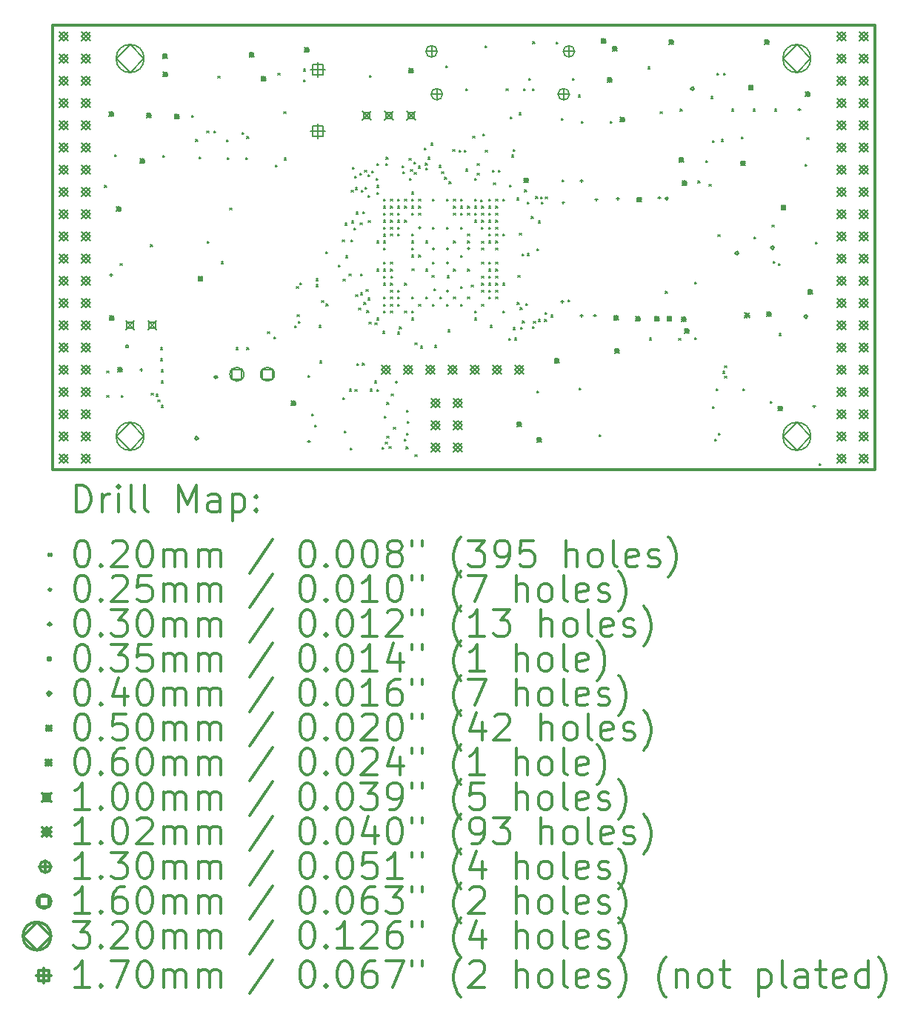
<source format=gbr>
%FSLAX45Y45*%
G04 Gerber Fmt 4.5, Leading zero omitted, Abs format (unit mm)*
G04 Created by KiCad (PCBNEW 5.0.0-rc3+dfsg1-2) date Sun Aug  5 12:59:48 2018*
%MOMM*%
%LPD*%
G01*
G04 APERTURE LIST*
%ADD10C,0.300000*%
%ADD11C,0.200000*%
G04 APERTURE END LIST*
D10*
X9410000Y-6142000D02*
X9410000Y-11222000D01*
X18808000Y-6142000D02*
X9410000Y-6142000D01*
X18808000Y-11222000D02*
X18808000Y-6142000D01*
X9410000Y-11222000D02*
X18808000Y-11222000D01*
D11*
X10009600Y-7973500D02*
X10029600Y-7993500D01*
X10029600Y-7973500D02*
X10009600Y-7993500D01*
X10035000Y-10094400D02*
X10055000Y-10114400D01*
X10055000Y-10094400D02*
X10035000Y-10114400D01*
X10035000Y-10373800D02*
X10055000Y-10393800D01*
X10055000Y-10373800D02*
X10035000Y-10393800D01*
X10125400Y-7619700D02*
X10145400Y-7639700D01*
X10145400Y-7619700D02*
X10125400Y-7639700D01*
X10187400Y-8868850D02*
X10207400Y-8888850D01*
X10207400Y-8868850D02*
X10187400Y-8888850D01*
X10200100Y-10373800D02*
X10220100Y-10393800D01*
X10220100Y-10373800D02*
X10200100Y-10393800D01*
X10535450Y-8649900D02*
X10555450Y-8669900D01*
X10555450Y-8649900D02*
X10535450Y-8669900D01*
X10543000Y-10348400D02*
X10563000Y-10368400D01*
X10563000Y-10348400D02*
X10543000Y-10368400D01*
X10595970Y-10361643D02*
X10615970Y-10381643D01*
X10615970Y-10361643D02*
X10595970Y-10381643D01*
X10619200Y-10424600D02*
X10639200Y-10444600D01*
X10639200Y-10424600D02*
X10619200Y-10444600D01*
X10650950Y-9827700D02*
X10670950Y-9847700D01*
X10670950Y-9827700D02*
X10650950Y-9847700D01*
X10650950Y-9954700D02*
X10670950Y-9974700D01*
X10670950Y-9954700D02*
X10650950Y-9974700D01*
X10657300Y-10081700D02*
X10677300Y-10101700D01*
X10677300Y-10081700D02*
X10657300Y-10101700D01*
X10657300Y-10208701D02*
X10677300Y-10228701D01*
X10677300Y-10208701D02*
X10657300Y-10228701D01*
X10657300Y-10488100D02*
X10677300Y-10508100D01*
X10677300Y-10488100D02*
X10657300Y-10508100D01*
X10671500Y-7632400D02*
X10691500Y-7652400D01*
X10691500Y-7632400D02*
X10671500Y-7652400D01*
X11001700Y-7175200D02*
X11021700Y-7195200D01*
X11021700Y-7175200D02*
X11001700Y-7195200D01*
X11049908Y-7448938D02*
X11069908Y-7468938D01*
X11069908Y-7448938D02*
X11049908Y-7468938D01*
X11090600Y-7645100D02*
X11110600Y-7665100D01*
X11110600Y-7645100D02*
X11090600Y-7665100D01*
X11178000Y-7350000D02*
X11198000Y-7370000D01*
X11198000Y-7350000D02*
X11178000Y-7370000D01*
X11179522Y-8615379D02*
X11199522Y-8635379D01*
X11199522Y-8615379D02*
X11179522Y-8635379D01*
X11258000Y-7350000D02*
X11278000Y-7370000D01*
X11278000Y-7350000D02*
X11258000Y-7370000D01*
X11305725Y-6724363D02*
X11325725Y-6744363D01*
X11325725Y-6724363D02*
X11305725Y-6744363D01*
X11344600Y-8845973D02*
X11364600Y-8865973D01*
X11364600Y-8845973D02*
X11344600Y-8865973D01*
X11400408Y-7451220D02*
X11420408Y-7471220D01*
X11420408Y-7451220D02*
X11400408Y-7471220D01*
X11408100Y-7657800D02*
X11428100Y-7677800D01*
X11428100Y-7657800D02*
X11408100Y-7677800D01*
X11441393Y-8230943D02*
X11461393Y-8250943D01*
X11461393Y-8230943D02*
X11441393Y-8250943D01*
X11514550Y-9827700D02*
X11534550Y-9847700D01*
X11534550Y-9827700D02*
X11514550Y-9847700D01*
X11578000Y-7370000D02*
X11598000Y-7390000D01*
X11598000Y-7370000D02*
X11578000Y-7390000D01*
X11624000Y-7657800D02*
X11644000Y-7677800D01*
X11644000Y-7657800D02*
X11624000Y-7677800D01*
X11633852Y-9827700D02*
X11653852Y-9847700D01*
X11653852Y-9827700D02*
X11633852Y-9847700D01*
X11635200Y-7414700D02*
X11655200Y-7434700D01*
X11655200Y-7414700D02*
X11635200Y-7434700D01*
X11870412Y-9644112D02*
X11890412Y-9664112D01*
X11890412Y-9644112D02*
X11870412Y-9664112D01*
X11941500Y-9702500D02*
X11961500Y-9722500D01*
X11961500Y-9702500D02*
X11941500Y-9722500D01*
X11959215Y-7739412D02*
X11979215Y-7759412D01*
X11979215Y-7739412D02*
X11959215Y-7759412D01*
X11990800Y-6690800D02*
X12010800Y-6710800D01*
X12010800Y-6690800D02*
X11990800Y-6710800D01*
X12056498Y-7133651D02*
X12076498Y-7153651D01*
X12076498Y-7133651D02*
X12056498Y-7153651D01*
X12063993Y-7659408D02*
X12083993Y-7679408D01*
X12083993Y-7659408D02*
X12063993Y-7679408D01*
X12182800Y-9575500D02*
X12202800Y-9595500D01*
X12202800Y-9575500D02*
X12182800Y-9595500D01*
X12201657Y-9128657D02*
X12221657Y-9148657D01*
X12221657Y-9128657D02*
X12201657Y-9148657D01*
X12210364Y-9448538D02*
X12230364Y-9468538D01*
X12230364Y-9448538D02*
X12210364Y-9468538D01*
X12220900Y-9524700D02*
X12240900Y-9544700D01*
X12240900Y-9524700D02*
X12220900Y-9544700D01*
X12242096Y-9088217D02*
X12262096Y-9108217D01*
X12262096Y-9088217D02*
X12242096Y-9108217D01*
X12282618Y-6643232D02*
X12302618Y-6663232D01*
X12302618Y-6643232D02*
X12282618Y-6663232D01*
X12284400Y-6768800D02*
X12304400Y-6788800D01*
X12304400Y-6768800D02*
X12284400Y-6788800D01*
X12332545Y-10146435D02*
X12352545Y-10166435D01*
X12352545Y-10146435D02*
X12332545Y-10166435D01*
X12376349Y-10586650D02*
X12396349Y-10606650D01*
X12396349Y-10586650D02*
X12376349Y-10606650D01*
X12410242Y-10710764D02*
X12430242Y-10730764D01*
X12430242Y-10710764D02*
X12410242Y-10730764D01*
X12423702Y-9038791D02*
X12443702Y-9058791D01*
X12443702Y-9038791D02*
X12423702Y-9058791D01*
X12423702Y-9107100D02*
X12443702Y-9127100D01*
X12443702Y-9107100D02*
X12423702Y-9127100D01*
X12462602Y-9572572D02*
X12482602Y-9592572D01*
X12482602Y-9572572D02*
X12462602Y-9592572D01*
X12467050Y-9980100D02*
X12487050Y-10000100D01*
X12487050Y-9980100D02*
X12467050Y-10000100D01*
X12491250Y-9291624D02*
X12511250Y-9311624D01*
X12511250Y-9291624D02*
X12491250Y-9311624D01*
X12538837Y-8731087D02*
X12558837Y-8751087D01*
X12558837Y-8731087D02*
X12538837Y-8751087D01*
X12542050Y-9329350D02*
X12562050Y-9349350D01*
X12562050Y-9329350D02*
X12542050Y-9349350D01*
X12682329Y-8882979D02*
X12702329Y-8902979D01*
X12702329Y-8882979D02*
X12682329Y-8902979D01*
X12727400Y-8595800D02*
X12747400Y-8615800D01*
X12747400Y-8595800D02*
X12727400Y-8615800D01*
X12731909Y-10397773D02*
X12751909Y-10417773D01*
X12751909Y-10397773D02*
X12731909Y-10417773D01*
X12733834Y-9045740D02*
X12753834Y-9065740D01*
X12753834Y-9045740D02*
X12733834Y-9065740D01*
X12748660Y-10777504D02*
X12768660Y-10797504D01*
X12768660Y-10777504D02*
X12748660Y-10797504D01*
X12759150Y-8405300D02*
X12779150Y-8425300D01*
X12779150Y-8405300D02*
X12759150Y-8425300D01*
X12764768Y-8777803D02*
X12784768Y-8797803D01*
X12784768Y-8777803D02*
X12764768Y-8797803D01*
X12803679Y-8984810D02*
X12823679Y-9004810D01*
X12823679Y-8984810D02*
X12803679Y-9004810D01*
X12808750Y-10300900D02*
X12828750Y-10320900D01*
X12828750Y-10300900D02*
X12808750Y-10320900D01*
X12815100Y-10974000D02*
X12835100Y-10994000D01*
X12835100Y-10974000D02*
X12815100Y-10994000D01*
X12824069Y-8597998D02*
X12844069Y-8617998D01*
X12844069Y-8597998D02*
X12824069Y-8617998D01*
X12829000Y-8030650D02*
X12849000Y-8050650D01*
X12849000Y-8030650D02*
X12829000Y-8050650D01*
X12835350Y-8379900D02*
X12855350Y-8399900D01*
X12855350Y-8379900D02*
X12835350Y-8399900D01*
X12841700Y-7765451D02*
X12861700Y-7785451D01*
X12861700Y-7765451D02*
X12841700Y-7785451D01*
X12860114Y-8462438D02*
X12880114Y-8482438D01*
X12880114Y-8462438D02*
X12860114Y-8482438D01*
X12867100Y-7865550D02*
X12887100Y-7885550D01*
X12887100Y-7865550D02*
X12867100Y-7885550D01*
X12870682Y-10308590D02*
X12890682Y-10328590D01*
X12890682Y-10308590D02*
X12870682Y-10328590D01*
X12873450Y-7998900D02*
X12893450Y-8018900D01*
X12893450Y-7998900D02*
X12873450Y-8018900D01*
X12879443Y-9222243D02*
X12899443Y-9242243D01*
X12899443Y-9222243D02*
X12879443Y-9242243D01*
X12886150Y-8278300D02*
X12906150Y-8298300D01*
X12906150Y-8278300D02*
X12886150Y-8298300D01*
X12890520Y-10007480D02*
X12910520Y-10027480D01*
X12910520Y-10007480D02*
X12890520Y-10027480D01*
X12914581Y-9375919D02*
X12934581Y-9395919D01*
X12934581Y-9375919D02*
X12914581Y-9395919D01*
X12924250Y-7833800D02*
X12944250Y-7853800D01*
X12944250Y-7833800D02*
X12924250Y-7853800D01*
X12930501Y-8400852D02*
X12950501Y-8420852D01*
X12950501Y-8400852D02*
X12930501Y-8420852D01*
X12934924Y-8983794D02*
X12954924Y-9003794D01*
X12954924Y-8983794D02*
X12934924Y-9003794D01*
X12935750Y-9202350D02*
X12955750Y-9222350D01*
X12955750Y-9202350D02*
X12935750Y-9222350D01*
X12940751Y-8030650D02*
X12960751Y-8050650D01*
X12960751Y-8030650D02*
X12940751Y-8050650D01*
X12956000Y-10005500D02*
X12976000Y-10025500D01*
X12976000Y-10005500D02*
X12956000Y-10025500D01*
X12962350Y-8273851D02*
X12982350Y-8293851D01*
X12982350Y-8273851D02*
X12962350Y-8293851D01*
X12973850Y-9310300D02*
X12993850Y-9330300D01*
X12993850Y-9310300D02*
X12973850Y-9330300D01*
X12981400Y-7802050D02*
X13001400Y-7822050D01*
X13001400Y-7802050D02*
X12981400Y-7822050D01*
X12984711Y-7994431D02*
X13004711Y-8014431D01*
X13004711Y-7994431D02*
X12984711Y-8014431D01*
X12999250Y-9164250D02*
X13019250Y-9184250D01*
X13019250Y-9164250D02*
X12999250Y-9184250D01*
X13005944Y-9404967D02*
X13025944Y-9424967D01*
X13025944Y-9404967D02*
X13005944Y-9424967D01*
X13018300Y-9259500D02*
X13038300Y-9279500D01*
X13038300Y-9259500D02*
X13018300Y-9279500D01*
X13018305Y-7852464D02*
X13038305Y-7872464D01*
X13038305Y-7852464D02*
X13018305Y-7872464D01*
X13019500Y-8087800D02*
X13039500Y-8107800D01*
X13039500Y-8087800D02*
X13019500Y-8107800D01*
X13023410Y-8375410D02*
X13043410Y-8395410D01*
X13043410Y-8375410D02*
X13023410Y-8395410D01*
X13030548Y-9536431D02*
X13050548Y-9556431D01*
X13050548Y-9536431D02*
X13030548Y-9556431D01*
X13033700Y-6718000D02*
X13053700Y-6738000D01*
X13053700Y-6718000D02*
X13033700Y-6738000D01*
X13043700Y-10300900D02*
X13063700Y-10320900D01*
X13063700Y-10300900D02*
X13043700Y-10320900D01*
X13063950Y-7808400D02*
X13083950Y-7828400D01*
X13083950Y-7808400D02*
X13063950Y-7828400D01*
X13093907Y-10208700D02*
X13113907Y-10228700D01*
X13113907Y-10208700D02*
X13093907Y-10228700D01*
X13098471Y-9546418D02*
X13118471Y-9566418D01*
X13118471Y-9546418D02*
X13098471Y-9566418D01*
X13114818Y-7892343D02*
X13134818Y-7912343D01*
X13134818Y-7892343D02*
X13114818Y-7912343D01*
X13118000Y-8052363D02*
X13138000Y-8072363D01*
X13138000Y-8052363D02*
X13118000Y-8072363D01*
X13118000Y-8610000D02*
X13138000Y-8630000D01*
X13138000Y-8610000D02*
X13118000Y-8630000D01*
X13118000Y-8930000D02*
X13138000Y-8950000D01*
X13138000Y-8930000D02*
X13118000Y-8950000D01*
X13118000Y-9490000D02*
X13138000Y-9510000D01*
X13138000Y-9490000D02*
X13118000Y-9510000D01*
X13118565Y-7722735D02*
X13138565Y-7742735D01*
X13138565Y-7722735D02*
X13118565Y-7742735D01*
X13119785Y-7972345D02*
X13139785Y-7992345D01*
X13139785Y-7972345D02*
X13119785Y-7992345D01*
X13119900Y-10307250D02*
X13139900Y-10327250D01*
X13139900Y-10307250D02*
X13119900Y-10327250D01*
X13178250Y-10964350D02*
X13198250Y-10984350D01*
X13198250Y-10964350D02*
X13178250Y-10984350D01*
X13189750Y-9640500D02*
X13209750Y-9660500D01*
X13209750Y-9640500D02*
X13189750Y-9660500D01*
X13197734Y-9090201D02*
X13217734Y-9110201D01*
X13217734Y-9090201D02*
X13197734Y-9110201D01*
X13198000Y-8130000D02*
X13218000Y-8150000D01*
X13218000Y-8130000D02*
X13198000Y-8150000D01*
X13198000Y-8210000D02*
X13218000Y-8230000D01*
X13218000Y-8210000D02*
X13198000Y-8230000D01*
X13198000Y-8290000D02*
X13218000Y-8310000D01*
X13218000Y-8290000D02*
X13198000Y-8310000D01*
X13198000Y-8370000D02*
X13218000Y-8390000D01*
X13218000Y-8370000D02*
X13198000Y-8390000D01*
X13198000Y-8450000D02*
X13218000Y-8470000D01*
X13218000Y-8450000D02*
X13198000Y-8470000D01*
X13198000Y-8531500D02*
X13218000Y-8551500D01*
X13218000Y-8531500D02*
X13198000Y-8551500D01*
X13198000Y-8610000D02*
X13218000Y-8630000D01*
X13218000Y-8610000D02*
X13198000Y-8630000D01*
X13198000Y-8690000D02*
X13218000Y-8710000D01*
X13218000Y-8690000D02*
X13198000Y-8710000D01*
X13198000Y-8850000D02*
X13218000Y-8870000D01*
X13218000Y-8850000D02*
X13198000Y-8870000D01*
X13198000Y-8930000D02*
X13218000Y-8950000D01*
X13218000Y-8930000D02*
X13198000Y-8950000D01*
X13198000Y-9010000D02*
X13218000Y-9030000D01*
X13218000Y-9010000D02*
X13198000Y-9030000D01*
X13198000Y-9250000D02*
X13218000Y-9270000D01*
X13218000Y-9250000D02*
X13198000Y-9270000D01*
X13198000Y-9330000D02*
X13218000Y-9350000D01*
X13218000Y-9330000D02*
X13198000Y-9350000D01*
X13198000Y-9410000D02*
X13218000Y-9430000D01*
X13218000Y-9410000D02*
X13198000Y-9430000D01*
X13206286Y-10608587D02*
X13226286Y-10628587D01*
X13226286Y-10608587D02*
X13206286Y-10628587D01*
X13217511Y-10908296D02*
X13237511Y-10928296D01*
X13237511Y-10908296D02*
X13217511Y-10928296D01*
X13220903Y-7724256D02*
X13240903Y-7744256D01*
X13240903Y-7724256D02*
X13220903Y-7744256D01*
X13227850Y-7652950D02*
X13247850Y-7672950D01*
X13247850Y-7652950D02*
X13227850Y-7672950D01*
X13234200Y-10453300D02*
X13254200Y-10473300D01*
X13254200Y-10453300D02*
X13234200Y-10473300D01*
X13234200Y-10840650D02*
X13254200Y-10860650D01*
X13254200Y-10840650D02*
X13234200Y-10860650D01*
X13260800Y-10958000D02*
X13280800Y-10978000D01*
X13280800Y-10958000D02*
X13260800Y-10978000D01*
X13278000Y-8130000D02*
X13298000Y-8150000D01*
X13298000Y-8130000D02*
X13278000Y-8150000D01*
X13278000Y-8210000D02*
X13298000Y-8230000D01*
X13298000Y-8210000D02*
X13278000Y-8230000D01*
X13278000Y-8290000D02*
X13298000Y-8310000D01*
X13298000Y-8290000D02*
X13278000Y-8310000D01*
X13278000Y-8370000D02*
X13298000Y-8390000D01*
X13298000Y-8370000D02*
X13278000Y-8390000D01*
X13278000Y-8450000D02*
X13298000Y-8470000D01*
X13298000Y-8450000D02*
X13278000Y-8470000D01*
X13278000Y-8530000D02*
X13298000Y-8550000D01*
X13298000Y-8530000D02*
X13278000Y-8550000D01*
X13278000Y-8850000D02*
X13298000Y-8870000D01*
X13298000Y-8850000D02*
X13278000Y-8870000D01*
X13278000Y-8930000D02*
X13298000Y-8950000D01*
X13298000Y-8930000D02*
X13278000Y-8950000D01*
X13278000Y-9090000D02*
X13298000Y-9110000D01*
X13298000Y-9090000D02*
X13278000Y-9110000D01*
X13278000Y-9170000D02*
X13298000Y-9190000D01*
X13298000Y-9170000D02*
X13278000Y-9190000D01*
X13278000Y-9250000D02*
X13298000Y-9270000D01*
X13298000Y-9250000D02*
X13278000Y-9270000D01*
X13278000Y-9330000D02*
X13298000Y-9350000D01*
X13298000Y-9330000D02*
X13278000Y-9350000D01*
X13278000Y-9410000D02*
X13298000Y-9430000D01*
X13298000Y-9410000D02*
X13278000Y-9430000D01*
X13280000Y-9008000D02*
X13300000Y-9028000D01*
X13300000Y-9008000D02*
X13280000Y-9028000D01*
X13285000Y-10358050D02*
X13305000Y-10378050D01*
X13305000Y-10358050D02*
X13285000Y-10378050D01*
X13311600Y-10736500D02*
X13331600Y-10756500D01*
X13331600Y-10736500D02*
X13311600Y-10756500D01*
X13358000Y-8130000D02*
X13378000Y-8150000D01*
X13378000Y-8130000D02*
X13358000Y-8150000D01*
X13358000Y-8210000D02*
X13378000Y-8230000D01*
X13378000Y-8210000D02*
X13358000Y-8230000D01*
X13358000Y-8290000D02*
X13378000Y-8310000D01*
X13378000Y-8290000D02*
X13358000Y-8310000D01*
X13358000Y-8370000D02*
X13378000Y-8390000D01*
X13378000Y-8370000D02*
X13358000Y-8390000D01*
X13358000Y-8450000D02*
X13378000Y-8470000D01*
X13378000Y-8450000D02*
X13358000Y-8470000D01*
X13358000Y-8530000D02*
X13378000Y-8550000D01*
X13378000Y-8530000D02*
X13358000Y-8550000D01*
X13358000Y-9170000D02*
X13378000Y-9190000D01*
X13378000Y-9170000D02*
X13358000Y-9190000D01*
X13358000Y-9250000D02*
X13378000Y-9270000D01*
X13378000Y-9250000D02*
X13358000Y-9270000D01*
X13358000Y-9330000D02*
X13378000Y-9350000D01*
X13378000Y-9330000D02*
X13358000Y-9350000D01*
X13358000Y-9650000D02*
X13378000Y-9670000D01*
X13378000Y-9650000D02*
X13358000Y-9670000D01*
X13378000Y-9590000D02*
X13398000Y-9610000D01*
X13398000Y-9590000D02*
X13378000Y-9610000D01*
X13411163Y-7748395D02*
X13431163Y-7768395D01*
X13431163Y-7748395D02*
X13411163Y-7768395D01*
X13415020Y-7815418D02*
X13435020Y-7835418D01*
X13435020Y-7815418D02*
X13415020Y-7835418D01*
X13436400Y-10874197D02*
X13456400Y-10894197D01*
X13456400Y-10874197D02*
X13436400Y-10894197D01*
X13438000Y-8130000D02*
X13458000Y-8150000D01*
X13458000Y-8130000D02*
X13438000Y-8150000D01*
X13438000Y-8210000D02*
X13458000Y-8230000D01*
X13458000Y-8210000D02*
X13438000Y-8230000D01*
X13438000Y-8370000D02*
X13458000Y-8390000D01*
X13458000Y-8370000D02*
X13438000Y-8390000D01*
X13438000Y-9090000D02*
X13458000Y-9110000D01*
X13458000Y-9090000D02*
X13438000Y-9110000D01*
X13438000Y-9410000D02*
X13458000Y-9430000D01*
X13458000Y-9410000D02*
X13438000Y-9430000D01*
X13453687Y-10961995D02*
X13473687Y-10981995D01*
X13473687Y-10961995D02*
X13453687Y-10981995D01*
X13457587Y-10803159D02*
X13477587Y-10823159D01*
X13477587Y-10803159D02*
X13457587Y-10823159D01*
X13460735Y-10540845D02*
X13480735Y-10560845D01*
X13480735Y-10540845D02*
X13460735Y-10560845D01*
X13465065Y-10671051D02*
X13485065Y-10691051D01*
X13485065Y-10671051D02*
X13465065Y-10691051D01*
X13489399Y-7662350D02*
X13509399Y-7682350D01*
X13509399Y-7662350D02*
X13489399Y-7682350D01*
X13492132Y-7892495D02*
X13512132Y-7912495D01*
X13512132Y-7892495D02*
X13492132Y-7912495D01*
X13507250Y-7792650D02*
X13527250Y-7812650D01*
X13527250Y-7792650D02*
X13507250Y-7812650D01*
X13518000Y-8050000D02*
X13538000Y-8070000D01*
X13538000Y-8050000D02*
X13518000Y-8070000D01*
X13518000Y-8130000D02*
X13538000Y-8150000D01*
X13538000Y-8130000D02*
X13518000Y-8150000D01*
X13518000Y-8210000D02*
X13538000Y-8230000D01*
X13538000Y-8210000D02*
X13518000Y-8230000D01*
X13518000Y-8290000D02*
X13538000Y-8310000D01*
X13538000Y-8290000D02*
X13518000Y-8310000D01*
X13518000Y-8530000D02*
X13538000Y-8550000D01*
X13538000Y-8530000D02*
X13518000Y-8550000D01*
X13518000Y-8610000D02*
X13538000Y-8630000D01*
X13538000Y-8610000D02*
X13518000Y-8630000D01*
X13518000Y-8690000D02*
X13538000Y-8710000D01*
X13538000Y-8690000D02*
X13518000Y-8710000D01*
X13518000Y-8770000D02*
X13538000Y-8790000D01*
X13538000Y-8770000D02*
X13518000Y-8790000D01*
X13518000Y-9250000D02*
X13538000Y-9270000D01*
X13538000Y-9250000D02*
X13518000Y-9270000D01*
X13518000Y-9410000D02*
X13538000Y-9430000D01*
X13538000Y-9410000D02*
X13518000Y-9430000D01*
X13518000Y-9490000D02*
X13538000Y-9510000D01*
X13538000Y-9490000D02*
X13518000Y-9510000D01*
X13524276Y-8928163D02*
X13544276Y-8948163D01*
X13544276Y-8928163D02*
X13524276Y-8948163D01*
X13546550Y-7706800D02*
X13566550Y-7726800D01*
X13566550Y-7706800D02*
X13546550Y-7726800D01*
X13549150Y-7827659D02*
X13569150Y-7847659D01*
X13569150Y-7827659D02*
X13549150Y-7847659D01*
X13555656Y-11051071D02*
X13575656Y-11071071D01*
X13575656Y-11051071D02*
X13555656Y-11071071D01*
X13558000Y-9770000D02*
X13578000Y-9790000D01*
X13578000Y-9770000D02*
X13558000Y-9790000D01*
X13594882Y-7754550D02*
X13614882Y-7774550D01*
X13614882Y-7754550D02*
X13594882Y-7774550D01*
X13598000Y-8130000D02*
X13618000Y-8150000D01*
X13618000Y-8130000D02*
X13598000Y-8150000D01*
X13598000Y-8210000D02*
X13618000Y-8230000D01*
X13618000Y-8210000D02*
X13598000Y-8230000D01*
X13598000Y-8290000D02*
X13618000Y-8310000D01*
X13618000Y-8290000D02*
X13598000Y-8310000D01*
X13598000Y-8770000D02*
X13618000Y-8790000D01*
X13618000Y-8770000D02*
X13598000Y-8790000D01*
X13598000Y-9330000D02*
X13618000Y-9350000D01*
X13618000Y-9330000D02*
X13598000Y-9350000D01*
X13618000Y-9810000D02*
X13638000Y-9830000D01*
X13638000Y-9810000D02*
X13618000Y-9830000D01*
X13664259Y-7547941D02*
X13684259Y-7567941D01*
X13684259Y-7547941D02*
X13664259Y-7567941D01*
X13676320Y-7718760D02*
X13696320Y-7738760D01*
X13696320Y-7718760D02*
X13676320Y-7738760D01*
X13678000Y-8610000D02*
X13698000Y-8630000D01*
X13698000Y-8610000D02*
X13678000Y-8630000D01*
X13678000Y-8930000D02*
X13698000Y-8950000D01*
X13698000Y-8930000D02*
X13678000Y-8950000D01*
X13678000Y-9250000D02*
X13698000Y-9270000D01*
X13698000Y-9250000D02*
X13678000Y-9270000D01*
X13679461Y-7776107D02*
X13699461Y-7796107D01*
X13699461Y-7776107D02*
X13679461Y-7796107D01*
X13707437Y-7652487D02*
X13727437Y-7672487D01*
X13727437Y-7652487D02*
X13707437Y-7672487D01*
X13738000Y-7490000D02*
X13758000Y-7510000D01*
X13758000Y-7490000D02*
X13738000Y-7510000D01*
X13752489Y-9002290D02*
X13772489Y-9022290D01*
X13772489Y-9002290D02*
X13752489Y-9022290D01*
X13758000Y-8130000D02*
X13778000Y-8150000D01*
X13778000Y-8130000D02*
X13758000Y-8150000D01*
X13758000Y-8450000D02*
X13778000Y-8470000D01*
X13778000Y-8450000D02*
X13758000Y-8470000D01*
X13758000Y-8850000D02*
X13778000Y-8870000D01*
X13778000Y-8850000D02*
X13758000Y-8870000D01*
X13758000Y-9330000D02*
X13778000Y-9350000D01*
X13778000Y-9330000D02*
X13758000Y-9350000D01*
X13770300Y-9156400D02*
X13790300Y-9176400D01*
X13790300Y-9156400D02*
X13770300Y-9176400D01*
X13781499Y-9802300D02*
X13801499Y-9822300D01*
X13801499Y-9802300D02*
X13781499Y-9822300D01*
X13830592Y-7745154D02*
X13850592Y-7765154D01*
X13850592Y-7745154D02*
X13830592Y-7765154D01*
X13838000Y-9250000D02*
X13858000Y-9270000D01*
X13858000Y-9250000D02*
X13838000Y-9270000D01*
X13862850Y-7818050D02*
X13882850Y-7838050D01*
X13882850Y-7818050D02*
X13862850Y-7838050D01*
X13894600Y-7881550D02*
X13914600Y-7901550D01*
X13914600Y-7881550D02*
X13894600Y-7901550D01*
X13910000Y-6603700D02*
X13930000Y-6623700D01*
X13930000Y-6603700D02*
X13910000Y-6623700D01*
X13918000Y-8130000D02*
X13938000Y-8150000D01*
X13938000Y-8130000D02*
X13918000Y-8150000D01*
X13918000Y-8450000D02*
X13938000Y-8470000D01*
X13938000Y-8450000D02*
X13918000Y-8470000D01*
X13918000Y-9330000D02*
X13938000Y-9350000D01*
X13938000Y-9330000D02*
X13918000Y-9350000D01*
X13922232Y-9006404D02*
X13942232Y-9026404D01*
X13942232Y-9006404D02*
X13922232Y-9026404D01*
X13933900Y-9624500D02*
X13953900Y-9644500D01*
X13953900Y-9624500D02*
X13933900Y-9644500D01*
X13945400Y-7932350D02*
X13965400Y-7952350D01*
X13965400Y-7932350D02*
X13945400Y-7952350D01*
X13989352Y-7565171D02*
X14009352Y-7585171D01*
X14009352Y-7565171D02*
X13989352Y-7585171D01*
X13996000Y-8292000D02*
X14016000Y-8312000D01*
X14016000Y-8292000D02*
X13996000Y-8312000D01*
X13998000Y-8130000D02*
X14018000Y-8150000D01*
X14018000Y-8130000D02*
X13998000Y-8150000D01*
X13998000Y-8210000D02*
X14018000Y-8230000D01*
X14018000Y-8210000D02*
X13998000Y-8230000D01*
X13998000Y-8610000D02*
X14018000Y-8630000D01*
X14018000Y-8610000D02*
X13998000Y-8630000D01*
X13998000Y-8930000D02*
X14018000Y-8950000D01*
X14018000Y-8930000D02*
X13998000Y-8950000D01*
X13998000Y-9250000D02*
X14018000Y-9270000D01*
X14018000Y-9250000D02*
X13998000Y-9270000D01*
X14058000Y-7570000D02*
X14078000Y-7590000D01*
X14078000Y-7570000D02*
X14058000Y-7590000D01*
X14078000Y-8130000D02*
X14098000Y-8150000D01*
X14098000Y-8130000D02*
X14078000Y-8150000D01*
X14078000Y-8210000D02*
X14098000Y-8230000D01*
X14098000Y-8210000D02*
X14078000Y-8230000D01*
X14078000Y-8290000D02*
X14098000Y-8310000D01*
X14098000Y-8290000D02*
X14078000Y-8310000D01*
X14078000Y-8450000D02*
X14098000Y-8470000D01*
X14098000Y-8450000D02*
X14078000Y-8470000D01*
X14078000Y-9130000D02*
X14098000Y-9150000D01*
X14098000Y-9130000D02*
X14078000Y-9150000D01*
X14078000Y-9330000D02*
X14098000Y-9350000D01*
X14098000Y-9330000D02*
X14078000Y-9350000D01*
X14079623Y-8771623D02*
X14099623Y-8791623D01*
X14099623Y-8771623D02*
X14079623Y-8791623D01*
X14118000Y-7570000D02*
X14138000Y-7590000D01*
X14138000Y-7570000D02*
X14118000Y-7590000D01*
X14135900Y-7786300D02*
X14155900Y-7806300D01*
X14155900Y-7786300D02*
X14135900Y-7806300D01*
X14138000Y-6870000D02*
X14158000Y-6890000D01*
X14158000Y-6870000D02*
X14138000Y-6890000D01*
X14158000Y-8210000D02*
X14178000Y-8230000D01*
X14178000Y-8210000D02*
X14158000Y-8230000D01*
X14158000Y-8290000D02*
X14178000Y-8310000D01*
X14178000Y-8290000D02*
X14158000Y-8310000D01*
X14158000Y-8530000D02*
X14178000Y-8550000D01*
X14178000Y-8530000D02*
X14158000Y-8550000D01*
X14158000Y-8610000D02*
X14178000Y-8630000D01*
X14178000Y-8610000D02*
X14158000Y-8630000D01*
X14158000Y-8930000D02*
X14178000Y-8950000D01*
X14178000Y-8930000D02*
X14158000Y-8950000D01*
X14158000Y-9250000D02*
X14178000Y-9270000D01*
X14178000Y-9250000D02*
X14158000Y-9270000D01*
X14200722Y-9110102D02*
X14220722Y-9130102D01*
X14220722Y-9110102D02*
X14200722Y-9130102D01*
X14218000Y-7410000D02*
X14238000Y-7430000D01*
X14238000Y-7410000D02*
X14218000Y-7430000D01*
X14236000Y-8292000D02*
X14256000Y-8312000D01*
X14256000Y-8292000D02*
X14236000Y-8312000D01*
X14236377Y-7893109D02*
X14256377Y-7913109D01*
X14256377Y-7893109D02*
X14236377Y-7913109D01*
X14238000Y-8130000D02*
X14258000Y-8150000D01*
X14258000Y-8130000D02*
X14238000Y-8150000D01*
X14238000Y-8210000D02*
X14258000Y-8230000D01*
X14258000Y-8210000D02*
X14238000Y-8230000D01*
X14238000Y-8370000D02*
X14258000Y-8390000D01*
X14258000Y-8370000D02*
X14238000Y-8390000D01*
X14238000Y-9410000D02*
X14258000Y-9430000D01*
X14258000Y-9410000D02*
X14238000Y-9430000D01*
X14238000Y-9490000D02*
X14258000Y-9510000D01*
X14258000Y-9490000D02*
X14238000Y-9510000D01*
X14267329Y-7833800D02*
X14287329Y-7853800D01*
X14287329Y-7833800D02*
X14267329Y-7853800D01*
X14268583Y-7723660D02*
X14288583Y-7743660D01*
X14288583Y-7723660D02*
X14268583Y-7743660D01*
X14305699Y-8135947D02*
X14325699Y-8155947D01*
X14325699Y-8135947D02*
X14305699Y-8155947D01*
X14316000Y-8452000D02*
X14336000Y-8472000D01*
X14336000Y-8452000D02*
X14316000Y-8472000D01*
X14318000Y-8210000D02*
X14338000Y-8230000D01*
X14338000Y-8210000D02*
X14318000Y-8230000D01*
X14318000Y-8290000D02*
X14338000Y-8310000D01*
X14338000Y-8290000D02*
X14318000Y-8310000D01*
X14318000Y-8370000D02*
X14338000Y-8390000D01*
X14338000Y-8370000D02*
X14318000Y-8390000D01*
X14318000Y-8690000D02*
X14338000Y-8710000D01*
X14338000Y-8690000D02*
X14318000Y-8710000D01*
X14318000Y-8850000D02*
X14338000Y-8870000D01*
X14338000Y-8850000D02*
X14318000Y-8870000D01*
X14318000Y-9010000D02*
X14338000Y-9030000D01*
X14338000Y-9010000D02*
X14318000Y-9030000D01*
X14318000Y-9090000D02*
X14338000Y-9110000D01*
X14338000Y-9090000D02*
X14318000Y-9110000D01*
X14318000Y-9170000D02*
X14338000Y-9190000D01*
X14338000Y-9170000D02*
X14318000Y-9190000D01*
X14318000Y-9330000D02*
X14338000Y-9350000D01*
X14338000Y-9330000D02*
X14318000Y-9350000D01*
X14320000Y-8612000D02*
X14340000Y-8632000D01*
X14340000Y-8612000D02*
X14320000Y-8632000D01*
X14331863Y-7387513D02*
X14351863Y-7407513D01*
X14351863Y-7387513D02*
X14331863Y-7407513D01*
X14355067Y-6376252D02*
X14375067Y-6396252D01*
X14375067Y-6376252D02*
X14355067Y-6396252D01*
X14360888Y-7571730D02*
X14380888Y-7591730D01*
X14380888Y-7571730D02*
X14360888Y-7591730D01*
X14398000Y-8130000D02*
X14418000Y-8150000D01*
X14418000Y-8130000D02*
X14398000Y-8150000D01*
X14398000Y-8210000D02*
X14418000Y-8230000D01*
X14418000Y-8210000D02*
X14398000Y-8230000D01*
X14398000Y-8290000D02*
X14418000Y-8310000D01*
X14418000Y-8290000D02*
X14398000Y-8310000D01*
X14398000Y-8370000D02*
X14418000Y-8390000D01*
X14418000Y-8370000D02*
X14398000Y-8390000D01*
X14398000Y-8450000D02*
X14418000Y-8470000D01*
X14418000Y-8450000D02*
X14398000Y-8470000D01*
X14398000Y-8530000D02*
X14418000Y-8550000D01*
X14418000Y-8530000D02*
X14398000Y-8550000D01*
X14398000Y-8610000D02*
X14418000Y-8630000D01*
X14418000Y-8610000D02*
X14398000Y-8630000D01*
X14398000Y-8850000D02*
X14418000Y-8870000D01*
X14418000Y-8850000D02*
X14398000Y-8870000D01*
X14398000Y-8930000D02*
X14418000Y-8950000D01*
X14418000Y-8930000D02*
X14398000Y-8950000D01*
X14398000Y-9010000D02*
X14418000Y-9030000D01*
X14418000Y-9010000D02*
X14398000Y-9030000D01*
X14398000Y-9090000D02*
X14418000Y-9110000D01*
X14418000Y-9090000D02*
X14398000Y-9110000D01*
X14398000Y-9170000D02*
X14418000Y-9190000D01*
X14418000Y-9170000D02*
X14398000Y-9190000D01*
X14398000Y-9250000D02*
X14418000Y-9270000D01*
X14418000Y-9250000D02*
X14398000Y-9270000D01*
X14416499Y-9573700D02*
X14436499Y-9593700D01*
X14436499Y-9573700D02*
X14416499Y-9593700D01*
X14441900Y-7802050D02*
X14461900Y-7822050D01*
X14461900Y-7802050D02*
X14441900Y-7822050D01*
X14453400Y-7942279D02*
X14473400Y-7962279D01*
X14473400Y-7942279D02*
X14453400Y-7962279D01*
X14478000Y-8130000D02*
X14498000Y-8150000D01*
X14498000Y-8130000D02*
X14478000Y-8150000D01*
X14478000Y-8210000D02*
X14498000Y-8230000D01*
X14498000Y-8210000D02*
X14478000Y-8230000D01*
X14478000Y-8290000D02*
X14498000Y-8310000D01*
X14498000Y-8290000D02*
X14478000Y-8310000D01*
X14478000Y-8370000D02*
X14498000Y-8390000D01*
X14498000Y-8370000D02*
X14478000Y-8390000D01*
X14478000Y-8450000D02*
X14498000Y-8470000D01*
X14498000Y-8450000D02*
X14478000Y-8470000D01*
X14478000Y-8530000D02*
X14498000Y-8550000D01*
X14498000Y-8530000D02*
X14478000Y-8550000D01*
X14478000Y-8610000D02*
X14498000Y-8630000D01*
X14498000Y-8610000D02*
X14478000Y-8630000D01*
X14478000Y-8690000D02*
X14498000Y-8710000D01*
X14498000Y-8690000D02*
X14478000Y-8710000D01*
X14478000Y-8850000D02*
X14498000Y-8870000D01*
X14498000Y-8850000D02*
X14478000Y-8870000D01*
X14478000Y-8930000D02*
X14498000Y-8950000D01*
X14498000Y-8930000D02*
X14478000Y-8950000D01*
X14478000Y-9010000D02*
X14498000Y-9030000D01*
X14498000Y-9010000D02*
X14478000Y-9030000D01*
X14478000Y-9090000D02*
X14498000Y-9110000D01*
X14498000Y-9090000D02*
X14478000Y-9110000D01*
X14478000Y-9170000D02*
X14498000Y-9190000D01*
X14498000Y-9170000D02*
X14478000Y-9190000D01*
X14478000Y-9250000D02*
X14498000Y-9270000D01*
X14498000Y-9250000D02*
X14478000Y-9270000D01*
X14511750Y-7802050D02*
X14531750Y-7822050D01*
X14531750Y-7802050D02*
X14511750Y-7822050D01*
X14558000Y-8130000D02*
X14578000Y-8150000D01*
X14578000Y-8130000D02*
X14558000Y-8150000D01*
X14558000Y-8530000D02*
X14578000Y-8550000D01*
X14578000Y-8530000D02*
X14558000Y-8550000D01*
X14558000Y-9090000D02*
X14578000Y-9110000D01*
X14578000Y-9090000D02*
X14558000Y-9110000D01*
X14558000Y-9410000D02*
X14578000Y-9430000D01*
X14578000Y-9410000D02*
X14558000Y-9430000D01*
X14598000Y-6870000D02*
X14618000Y-6890000D01*
X14618000Y-6870000D02*
X14598000Y-6890000D01*
X14629479Y-9723392D02*
X14649479Y-9743392D01*
X14649479Y-9723392D02*
X14629479Y-9743392D01*
X14638141Y-7971938D02*
X14658141Y-7991938D01*
X14658141Y-7971938D02*
X14638141Y-7991938D01*
X14646600Y-7187799D02*
X14666600Y-7207799D01*
X14666600Y-7187799D02*
X14646600Y-7207799D01*
X14660029Y-7625502D02*
X14680029Y-7645502D01*
X14680029Y-7625502D02*
X14660029Y-7645502D01*
X14676850Y-7560750D02*
X14696850Y-7580750D01*
X14696850Y-7560750D02*
X14676850Y-7580750D01*
X14678513Y-9600483D02*
X14698513Y-9620483D01*
X14698513Y-9600483D02*
X14678513Y-9620483D01*
X14694701Y-9716700D02*
X14714701Y-9736700D01*
X14714701Y-9716700D02*
X14694701Y-9736700D01*
X14720100Y-8116500D02*
X14740100Y-8136500D01*
X14740100Y-8116500D02*
X14720100Y-8136500D01*
X14724389Y-9311713D02*
X14744389Y-9331713D01*
X14744389Y-9311713D02*
X14724389Y-9331713D01*
X14733095Y-9001248D02*
X14753095Y-9021248D01*
X14753095Y-9001248D02*
X14733095Y-9021248D01*
X14748200Y-7143450D02*
X14768200Y-7163450D01*
X14768200Y-7143450D02*
X14748200Y-7163450D01*
X14751215Y-8517186D02*
X14771215Y-8537186D01*
X14771215Y-8517186D02*
X14751215Y-8537186D01*
X14760000Y-9372000D02*
X14780000Y-9392000D01*
X14780000Y-9372000D02*
X14760000Y-9392000D01*
X14764725Y-9595736D02*
X14784725Y-9615736D01*
X14784725Y-9595736D02*
X14764725Y-9615736D01*
X14781079Y-8758342D02*
X14801079Y-8778342D01*
X14801079Y-8758342D02*
X14781079Y-8778342D01*
X14782886Y-9523902D02*
X14802886Y-9543902D01*
X14802886Y-9523902D02*
X14782886Y-9543902D01*
X14795949Y-6870000D02*
X14815949Y-6890000D01*
X14815949Y-6870000D02*
X14795949Y-6890000D01*
X14810200Y-8024300D02*
X14830200Y-8044300D01*
X14830200Y-8024300D02*
X14810200Y-8044300D01*
X14824901Y-9322231D02*
X14844901Y-9342231D01*
X14844901Y-9322231D02*
X14824901Y-9342231D01*
X14838354Y-8752346D02*
X14858354Y-8772346D01*
X14858354Y-8752346D02*
X14838354Y-8772346D01*
X14841950Y-8164000D02*
X14861950Y-8184000D01*
X14861950Y-8164000D02*
X14841950Y-8184000D01*
X14858001Y-6750000D02*
X14878001Y-6770000D01*
X14878001Y-6750000D02*
X14858001Y-6770000D01*
X14886400Y-8329101D02*
X14906400Y-8349101D01*
X14906400Y-8329101D02*
X14886400Y-8349101D01*
X14898000Y-6870000D02*
X14918000Y-6890000D01*
X14918000Y-6870000D02*
X14898000Y-6890000D01*
X14899100Y-9586400D02*
X14919100Y-9606400D01*
X14919100Y-9586400D02*
X14899100Y-9606400D01*
X14903412Y-6332405D02*
X14923412Y-6352405D01*
X14923412Y-6332405D02*
X14903412Y-6352405D01*
X14910600Y-9526200D02*
X14930600Y-9546200D01*
X14930600Y-9526200D02*
X14910600Y-9546200D01*
X14937199Y-8100500D02*
X14957199Y-8120500D01*
X14957199Y-8100500D02*
X14937199Y-8120500D01*
X14947550Y-8699301D02*
X14967550Y-8719301D01*
X14967550Y-8699301D02*
X14947550Y-8719301D01*
X14947728Y-10322085D02*
X14967728Y-10342085D01*
X14967728Y-10322085D02*
X14947728Y-10342085D01*
X14966401Y-8381402D02*
X14986401Y-8401402D01*
X14986401Y-8381402D02*
X14966401Y-8401402D01*
X14967749Y-9507150D02*
X14987749Y-9527150D01*
X14987749Y-9507150D02*
X14967749Y-9527150D01*
X14991381Y-8107272D02*
X15011381Y-8127272D01*
X15011381Y-8107272D02*
X14991381Y-8127272D01*
X15000700Y-8164000D02*
X15020700Y-8184000D01*
X15020700Y-8164000D02*
X15000700Y-8184000D01*
X15037600Y-9507150D02*
X15057600Y-9527150D01*
X15057600Y-9507150D02*
X15037600Y-9527150D01*
X15043950Y-9424600D02*
X15063950Y-9444600D01*
X15063950Y-9424600D02*
X15043950Y-9444600D01*
X15045980Y-8106843D02*
X15065980Y-8126843D01*
X15065980Y-8106843D02*
X15045980Y-8126843D01*
X15109016Y-9455085D02*
X15129016Y-9475085D01*
X15129016Y-9455085D02*
X15109016Y-9475085D01*
X15167300Y-6337000D02*
X15187300Y-6357000D01*
X15187300Y-6337000D02*
X15167300Y-6357000D01*
X15230800Y-7206950D02*
X15250800Y-7226950D01*
X15250800Y-7206950D02*
X15230800Y-7226950D01*
X15239707Y-7909347D02*
X15259707Y-7929347D01*
X15259707Y-7909347D02*
X15239707Y-7929347D01*
X15305500Y-9281600D02*
X15325500Y-9301600D01*
X15325500Y-9281600D02*
X15305500Y-9301600D01*
X15358000Y-6750000D02*
X15378000Y-6770000D01*
X15378000Y-6750000D02*
X15358000Y-6770000D01*
X15421300Y-6940250D02*
X15441300Y-6960250D01*
X15441300Y-6940250D02*
X15421300Y-6960250D01*
X15432558Y-10288777D02*
X15452558Y-10308777D01*
X15452558Y-10288777D02*
X15432558Y-10308777D01*
X15459400Y-7238700D02*
X15479400Y-7258700D01*
X15479400Y-7238700D02*
X15459400Y-7258700D01*
X15662600Y-10820100D02*
X15682600Y-10840100D01*
X15682600Y-10820100D02*
X15662600Y-10840100D01*
X15789600Y-7238700D02*
X15809600Y-7258700D01*
X15809600Y-7238700D02*
X15789600Y-7258700D01*
X16217147Y-6618496D02*
X16237147Y-6638496D01*
X16237147Y-6618496D02*
X16217147Y-6638496D01*
X16234100Y-9717000D02*
X16254100Y-9737000D01*
X16254100Y-9717000D02*
X16234100Y-9737000D01*
X16359090Y-7131693D02*
X16379090Y-7151693D01*
X16379090Y-7131693D02*
X16359090Y-7151693D01*
X16418510Y-9184590D02*
X16438510Y-9204590D01*
X16438510Y-9184590D02*
X16418510Y-9204590D01*
X16570337Y-9724488D02*
X16590337Y-9744488D01*
X16590337Y-9724488D02*
X16570337Y-9744488D01*
X16588200Y-7102746D02*
X16608200Y-7122746D01*
X16608200Y-7102746D02*
X16588200Y-7122746D01*
X16754800Y-9080200D02*
X16774800Y-9100200D01*
X16774800Y-9080200D02*
X16754800Y-9100200D01*
X16754800Y-9715200D02*
X16774800Y-9735200D01*
X16774800Y-9715200D02*
X16754800Y-9735200D01*
X16791400Y-7922700D02*
X16811400Y-7942700D01*
X16811400Y-7922700D02*
X16791400Y-7942700D01*
X16880300Y-7687203D02*
X16900300Y-7707203D01*
X16900300Y-7687203D02*
X16880300Y-7707203D01*
X16918400Y-7960800D02*
X16938400Y-7980800D01*
X16938400Y-7960800D02*
X16918400Y-7980800D01*
X16941704Y-6958649D02*
X16961704Y-6978649D01*
X16961704Y-6958649D02*
X16941704Y-6978649D01*
X16955300Y-7460651D02*
X16975300Y-7480651D01*
X16975300Y-7460651D02*
X16955300Y-7480651D01*
X16958000Y-10502600D02*
X16978000Y-10522600D01*
X16978000Y-10502600D02*
X16958000Y-10522600D01*
X16983400Y-10870900D02*
X17003400Y-10890900D01*
X17003400Y-10870900D02*
X16983400Y-10890900D01*
X16996100Y-10299400D02*
X17016100Y-10319400D01*
X17016100Y-10299400D02*
X16996100Y-10319400D01*
X17008800Y-6692600D02*
X17028800Y-6712600D01*
X17028800Y-6692600D02*
X17008800Y-6712600D01*
X17020954Y-8534153D02*
X17040954Y-8554153D01*
X17040954Y-8534153D02*
X17020954Y-8554153D01*
X17021500Y-10807400D02*
X17041500Y-10827400D01*
X17041500Y-10807400D02*
X17021500Y-10827400D01*
X17058000Y-7450000D02*
X17078000Y-7470000D01*
X17078000Y-7450000D02*
X17058000Y-7470000D01*
X17075950Y-10097700D02*
X17095950Y-10117700D01*
X17095950Y-10097700D02*
X17075950Y-10117700D01*
X17085000Y-6692600D02*
X17105000Y-6712600D01*
X17105000Y-6692600D02*
X17085000Y-6712600D01*
X17095000Y-10034200D02*
X17115000Y-10054200D01*
X17115000Y-10034200D02*
X17095000Y-10054200D01*
X17095000Y-10152849D02*
X17115000Y-10172849D01*
X17115000Y-10152849D02*
X17095000Y-10172849D01*
X17173900Y-7102746D02*
X17193900Y-7122746D01*
X17193900Y-7102746D02*
X17173900Y-7122746D01*
X17288200Y-7416500D02*
X17308200Y-7436500D01*
X17308200Y-7416500D02*
X17288200Y-7436500D01*
X17300900Y-10299400D02*
X17320900Y-10319400D01*
X17320900Y-10299400D02*
X17300900Y-10319400D01*
X17421312Y-7102746D02*
X17441312Y-7122746D01*
X17441312Y-7102746D02*
X17421312Y-7122746D01*
X17427900Y-8564300D02*
X17447900Y-8584300D01*
X17447900Y-8564300D02*
X17427900Y-8584300D01*
X17618400Y-10439100D02*
X17638400Y-10459100D01*
X17638400Y-10439100D02*
X17618400Y-10459100D01*
X17638029Y-8424371D02*
X17658029Y-8444371D01*
X17658029Y-8424371D02*
X17638029Y-8444371D01*
X17650543Y-8840716D02*
X17670543Y-8860716D01*
X17670543Y-8840716D02*
X17650543Y-8860716D01*
X17669708Y-7102746D02*
X17689708Y-7122746D01*
X17689708Y-7102746D02*
X17669708Y-7122746D01*
X17708899Y-8866403D02*
X17728899Y-8886403D01*
X17728899Y-8866403D02*
X17708899Y-8886403D01*
X17718798Y-9667866D02*
X17738798Y-9687866D01*
X17738798Y-9667866D02*
X17718798Y-9687866D01*
X18015551Y-7730221D02*
X18035551Y-7750221D01*
X18035551Y-7730221D02*
X18015551Y-7750221D01*
X18036000Y-7427400D02*
X18056000Y-7447400D01*
X18056000Y-7427400D02*
X18036000Y-7447400D01*
X18131250Y-8621200D02*
X18151250Y-8641200D01*
X18151250Y-8621200D02*
X18131250Y-8641200D01*
X18177200Y-11150300D02*
X18197200Y-11170300D01*
X18197200Y-11150300D02*
X18177200Y-11170300D01*
X13357629Y-10223262D02*
G75*
G03X13357629Y-10223262I-12700J0D01*
G01*
X13620700Y-8460000D02*
G75*
G03X13620700Y-8460000I-12700J0D01*
G01*
X13780700Y-8700000D02*
G75*
G03X13780700Y-8700000I-12700J0D01*
G01*
X13940700Y-8700000D02*
G75*
G03X13940700Y-8700000I-12700J0D01*
G01*
X13940700Y-8860000D02*
G75*
G03X13940700Y-8860000I-12700J0D01*
G01*
X13940700Y-9180000D02*
G75*
G03X13940700Y-9180000I-12700J0D01*
G01*
X14180298Y-8698652D02*
G75*
G03X14180298Y-8698652I-12700J0D01*
G01*
X10083100Y-8978150D02*
X10083100Y-9008150D01*
X10068100Y-8993150D02*
X10098100Y-8993150D01*
X10426000Y-10064000D02*
X10426000Y-10094000D01*
X10411000Y-10079000D02*
X10441000Y-10079000D01*
X12343700Y-10882200D02*
X12343700Y-10912200D01*
X12328700Y-10897200D02*
X12358700Y-10897200D01*
X15240800Y-9284750D02*
X15240800Y-9314750D01*
X15225800Y-9299750D02*
X15255800Y-9299750D01*
X15251012Y-8154523D02*
X15251012Y-8184523D01*
X15236012Y-8169523D02*
X15266012Y-8169523D01*
X15456700Y-7902852D02*
X15456700Y-7932852D01*
X15441700Y-7917852D02*
X15471700Y-7917852D01*
X15459390Y-9445795D02*
X15459390Y-9475795D01*
X15444390Y-9460795D02*
X15474390Y-9460795D01*
X15609100Y-9443500D02*
X15609100Y-9473500D01*
X15594100Y-9458500D02*
X15624100Y-9458500D01*
X15626277Y-8119937D02*
X15626277Y-8149937D01*
X15611277Y-8134937D02*
X15641277Y-8134937D01*
X15875800Y-8110000D02*
X15875800Y-8140000D01*
X15860800Y-8125000D02*
X15890800Y-8125000D01*
X16345700Y-8097300D02*
X16345700Y-8127300D01*
X16330700Y-8112300D02*
X16360700Y-8112300D01*
X17945900Y-7088696D02*
X17945900Y-7118696D01*
X17930900Y-7103696D02*
X17960900Y-7103696D01*
X18115592Y-10483071D02*
X18115592Y-10513071D01*
X18100592Y-10498071D02*
X18130592Y-10498071D01*
X10274775Y-9826475D02*
X10274775Y-9801726D01*
X10250026Y-9801726D01*
X10250026Y-9826475D01*
X10274775Y-9826475D01*
X11059391Y-10883646D02*
X11079391Y-10863646D01*
X11059391Y-10843646D01*
X11039391Y-10863646D01*
X11059391Y-10883646D01*
X11279458Y-10184408D02*
X11299458Y-10164408D01*
X11279458Y-10144408D01*
X11259458Y-10164408D01*
X11279458Y-10184408D01*
X16433100Y-8143200D02*
X16453100Y-8123200D01*
X16433100Y-8103200D01*
X16413100Y-8123200D01*
X16433100Y-8143200D01*
X16726700Y-6887700D02*
X16746700Y-6867700D01*
X16726700Y-6847700D01*
X16706700Y-6867700D01*
X16726700Y-6887700D01*
X17234700Y-8767300D02*
X17254700Y-8747300D01*
X17234700Y-8727300D01*
X17214700Y-8747300D01*
X17234700Y-8767300D01*
X17641100Y-8703800D02*
X17661100Y-8683800D01*
X17641100Y-8663800D01*
X17621100Y-8683800D01*
X17641100Y-8703800D01*
X18022100Y-9491200D02*
X18042100Y-9471200D01*
X18022100Y-9451200D01*
X18002100Y-9471200D01*
X18022100Y-9491200D01*
X10060589Y-7132486D02*
X10110589Y-7182486D01*
X10110589Y-7132486D02*
X10060589Y-7182486D01*
X10110589Y-7157486D02*
G75*
G03X10110589Y-7157486I-25000J0D01*
G01*
X10064450Y-9463450D02*
X10114450Y-9513450D01*
X10114450Y-9463450D02*
X10064450Y-9513450D01*
X10114450Y-9488450D02*
G75*
G03X10114450Y-9488450I-25000J0D01*
G01*
X10145789Y-8217318D02*
X10195789Y-8267318D01*
X10195789Y-8217318D02*
X10145789Y-8267318D01*
X10195789Y-8242318D02*
G75*
G03X10195789Y-8242318I-25000J0D01*
G01*
X10159700Y-10054000D02*
X10209700Y-10104000D01*
X10209700Y-10054000D02*
X10159700Y-10104000D01*
X10209700Y-10079000D02*
G75*
G03X10209700Y-10079000I-25000J0D01*
G01*
X10415200Y-7668200D02*
X10465200Y-7718200D01*
X10465200Y-7668200D02*
X10415200Y-7718200D01*
X10465200Y-7693200D02*
G75*
G03X10465200Y-7693200I-25000J0D01*
G01*
X10489900Y-7147701D02*
X10539900Y-7197701D01*
X10539900Y-7147701D02*
X10489900Y-7197701D01*
X10539900Y-7172701D02*
G75*
G03X10539900Y-7172701I-25000J0D01*
G01*
X10672481Y-6470397D02*
X10722481Y-6520397D01*
X10722481Y-6470397D02*
X10672481Y-6520397D01*
X10722481Y-6495397D02*
G75*
G03X10722481Y-6495397I-25000J0D01*
G01*
X10677149Y-6679363D02*
X10727149Y-6729363D01*
X10727149Y-6679363D02*
X10677149Y-6729363D01*
X10727149Y-6704363D02*
G75*
G03X10727149Y-6704363I-25000J0D01*
G01*
X10808900Y-7160200D02*
X10858900Y-7210200D01*
X10858900Y-7160200D02*
X10808900Y-7210200D01*
X10858900Y-7185200D02*
G75*
G03X10858900Y-7185200I-25000J0D01*
G01*
X11077510Y-9016310D02*
X11127510Y-9066310D01*
X11127510Y-9016310D02*
X11077510Y-9066310D01*
X11127510Y-9041310D02*
G75*
G03X11127510Y-9041310I-25000J0D01*
G01*
X11663050Y-6455294D02*
X11713050Y-6505294D01*
X11713050Y-6455294D02*
X11663050Y-6505294D01*
X11713050Y-6480294D02*
G75*
G03X11713050Y-6480294I-25000J0D01*
G01*
X11799500Y-6728400D02*
X11849500Y-6778400D01*
X11849500Y-6728400D02*
X11799500Y-6778400D01*
X11849500Y-6753400D02*
G75*
G03X11849500Y-6753400I-25000J0D01*
G01*
X12142400Y-10436800D02*
X12192400Y-10486800D01*
X12192400Y-10436800D02*
X12142400Y-10486800D01*
X12192400Y-10461800D02*
G75*
G03X12192400Y-10461800I-25000J0D01*
G01*
X12294800Y-6398200D02*
X12344800Y-6448200D01*
X12344800Y-6398200D02*
X12294800Y-6448200D01*
X12344800Y-6423200D02*
G75*
G03X12344800Y-6423200I-25000J0D01*
G01*
X13485559Y-6636662D02*
X13535559Y-6686662D01*
X13535559Y-6636662D02*
X13485559Y-6686662D01*
X13535559Y-6661662D02*
G75*
G03X13535559Y-6661662I-25000J0D01*
G01*
X14720500Y-10678100D02*
X14770500Y-10728100D01*
X14770500Y-10678100D02*
X14720500Y-10728100D01*
X14770500Y-10703100D02*
G75*
G03X14770500Y-10703100I-25000J0D01*
G01*
X14801839Y-7890602D02*
X14851839Y-7940602D01*
X14851839Y-7890602D02*
X14801839Y-7940602D01*
X14851839Y-7915602D02*
G75*
G03X14851839Y-7915602I-25000J0D01*
G01*
X14949100Y-10855900D02*
X14999100Y-10905900D01*
X14999100Y-10855900D02*
X14949100Y-10905900D01*
X14999100Y-10880900D02*
G75*
G03X14999100Y-10880900I-25000J0D01*
G01*
X15150800Y-9952400D02*
X15200800Y-10002400D01*
X15200800Y-9952400D02*
X15150800Y-10002400D01*
X15200800Y-9977400D02*
G75*
G03X15200800Y-9977400I-25000J0D01*
G01*
X15685700Y-6296600D02*
X15735700Y-6346600D01*
X15735700Y-6296600D02*
X15685700Y-6346600D01*
X15735700Y-6321600D02*
G75*
G03X15735700Y-6321600I-25000J0D01*
G01*
X15755757Y-6741927D02*
X15805757Y-6791927D01*
X15805757Y-6741927D02*
X15755757Y-6791927D01*
X15805757Y-6766927D02*
G75*
G03X15805757Y-6766927I-25000J0D01*
G01*
X15812700Y-6385500D02*
X15862700Y-6435500D01*
X15862700Y-6385500D02*
X15812700Y-6435500D01*
X15862700Y-6410500D02*
G75*
G03X15862700Y-6410500I-25000J0D01*
G01*
X15828999Y-9461877D02*
X15878999Y-9511877D01*
X15878999Y-9461877D02*
X15828999Y-9511877D01*
X15878999Y-9486877D02*
G75*
G03X15878999Y-9486877I-25000J0D01*
G01*
X15839500Y-9838500D02*
X15889500Y-9888500D01*
X15889500Y-9838500D02*
X15839500Y-9888500D01*
X15889500Y-9863500D02*
G75*
G03X15889500Y-9863500I-25000J0D01*
G01*
X15901600Y-7195593D02*
X15951600Y-7245593D01*
X15951600Y-7195593D02*
X15901600Y-7245593D01*
X15951600Y-7220593D02*
G75*
G03X15951600Y-7220593I-25000J0D01*
G01*
X16079400Y-9471600D02*
X16129400Y-9521600D01*
X16129400Y-9471600D02*
X16079400Y-9521600D01*
X16129400Y-9496600D02*
G75*
G03X16129400Y-9496600I-25000J0D01*
G01*
X16090600Y-8110900D02*
X16140600Y-8160900D01*
X16140600Y-8110900D02*
X16090600Y-8160900D01*
X16140600Y-8135900D02*
G75*
G03X16140600Y-8135900I-25000J0D01*
G01*
X16295300Y-9471600D02*
X16345300Y-9521600D01*
X16345300Y-9471600D02*
X16295300Y-9521600D01*
X16345300Y-9496600D02*
G75*
G03X16345300Y-9496600I-25000J0D01*
G01*
X16437573Y-9473247D02*
X16487573Y-9523247D01*
X16487573Y-9473247D02*
X16437573Y-9523247D01*
X16487573Y-9498247D02*
G75*
G03X16487573Y-9498247I-25000J0D01*
G01*
X16460400Y-6309300D02*
X16510400Y-6359300D01*
X16510400Y-6309300D02*
X16460400Y-6359300D01*
X16510400Y-6334300D02*
G75*
G03X16510400Y-6334300I-25000J0D01*
G01*
X16573200Y-7655104D02*
X16623200Y-7705104D01*
X16623200Y-7655104D02*
X16573200Y-7705104D01*
X16623200Y-7680104D02*
G75*
G03X16623200Y-7680104I-25000J0D01*
G01*
X16603469Y-9477515D02*
X16653469Y-9527515D01*
X16653469Y-9477515D02*
X16603469Y-9527515D01*
X16653469Y-9502515D02*
G75*
G03X16653469Y-9502515I-25000J0D01*
G01*
X16611301Y-7922352D02*
X16661301Y-7972352D01*
X16661301Y-7922352D02*
X16611301Y-7972352D01*
X16661301Y-7947352D02*
G75*
G03X16661301Y-7947352I-25000J0D01*
G01*
X16638200Y-9611300D02*
X16688200Y-9661300D01*
X16688200Y-9611300D02*
X16638200Y-9661300D01*
X16688200Y-9636300D02*
G75*
G03X16688200Y-9636300I-25000J0D01*
G01*
X17278050Y-7696248D02*
X17328050Y-7746248D01*
X17328050Y-7696248D02*
X17278050Y-7746248D01*
X17328050Y-7721248D02*
G75*
G03X17328050Y-7721248I-25000J0D01*
G01*
X17368450Y-6830000D02*
X17418450Y-6880000D01*
X17418450Y-6830000D02*
X17368450Y-6880000D01*
X17418450Y-6855000D02*
G75*
G03X17418450Y-6855000I-25000J0D01*
G01*
X17552600Y-6309300D02*
X17602600Y-6359300D01*
X17602600Y-6309300D02*
X17552600Y-6359300D01*
X17602600Y-6334300D02*
G75*
G03X17602600Y-6334300I-25000J0D01*
G01*
X17576500Y-9419000D02*
X17626500Y-9469000D01*
X17626500Y-9419000D02*
X17576500Y-9469000D01*
X17626500Y-9444000D02*
G75*
G03X17626500Y-9444000I-25000J0D01*
G01*
X17703500Y-10498500D02*
X17753500Y-10548500D01*
X17753500Y-10498500D02*
X17703500Y-10548500D01*
X17753500Y-10523500D02*
G75*
G03X17753500Y-10523500I-25000J0D01*
G01*
X17740844Y-8203135D02*
X17790844Y-8253135D01*
X17790844Y-8203135D02*
X17740844Y-8253135D01*
X17790844Y-8228135D02*
G75*
G03X17790844Y-8228135I-25000J0D01*
G01*
X18019471Y-6904244D02*
X18069471Y-6954244D01*
X18069471Y-6904244D02*
X18019471Y-6954244D01*
X18069471Y-6929244D02*
G75*
G03X18069471Y-6929244I-25000J0D01*
G01*
X18046400Y-9165000D02*
X18096400Y-9215000D01*
X18096400Y-9165000D02*
X18046400Y-9215000D01*
X18096400Y-9190000D02*
G75*
G03X18096400Y-9190000I-25000J0D01*
G01*
X17319000Y-9428500D02*
X17379000Y-9488500D01*
X17379000Y-9428500D02*
X17319000Y-9488500D01*
X17349000Y-9428500D02*
X17349000Y-9488500D01*
X17319000Y-9458500D02*
X17379000Y-9458500D01*
X10249000Y-9521000D02*
X10349000Y-9621000D01*
X10349000Y-9521000D02*
X10249000Y-9621000D01*
X10334356Y-9606356D02*
X10334356Y-9535644D01*
X10263644Y-9535644D01*
X10263644Y-9606356D01*
X10334356Y-9606356D01*
X10503000Y-9521000D02*
X10603000Y-9621000D01*
X10603000Y-9521000D02*
X10503000Y-9621000D01*
X10588356Y-9606356D02*
X10588356Y-9535644D01*
X10517644Y-9535644D01*
X10517644Y-9606356D01*
X10588356Y-9606356D01*
X12955600Y-7122500D02*
X13055600Y-7222500D01*
X13055600Y-7122500D02*
X12955600Y-7222500D01*
X13040956Y-7207856D02*
X13040956Y-7137144D01*
X12970244Y-7137144D01*
X12970244Y-7207856D01*
X13040956Y-7207856D01*
X13209600Y-7122500D02*
X13309600Y-7222500D01*
X13309600Y-7122500D02*
X13209600Y-7222500D01*
X13294956Y-7207856D02*
X13294956Y-7137144D01*
X13224244Y-7137144D01*
X13224244Y-7207856D01*
X13294956Y-7207856D01*
X13463600Y-7122500D02*
X13563600Y-7222500D01*
X13563600Y-7122500D02*
X13463600Y-7222500D01*
X13548956Y-7207856D02*
X13548956Y-7137144D01*
X13478244Y-7137144D01*
X13478244Y-7207856D01*
X13548956Y-7207856D01*
X9486200Y-6218200D02*
X9587800Y-6319800D01*
X9587800Y-6218200D02*
X9486200Y-6319800D01*
X9537000Y-6319800D02*
X9587800Y-6269000D01*
X9537000Y-6218200D01*
X9486200Y-6269000D01*
X9537000Y-6319800D01*
X9486200Y-6472200D02*
X9587800Y-6573800D01*
X9587800Y-6472200D02*
X9486200Y-6573800D01*
X9537000Y-6573800D02*
X9587800Y-6523000D01*
X9537000Y-6472200D01*
X9486200Y-6523000D01*
X9537000Y-6573800D01*
X9486200Y-6726200D02*
X9587800Y-6827800D01*
X9587800Y-6726200D02*
X9486200Y-6827800D01*
X9537000Y-6827800D02*
X9587800Y-6777000D01*
X9537000Y-6726200D01*
X9486200Y-6777000D01*
X9537000Y-6827800D01*
X9486200Y-6980200D02*
X9587800Y-7081800D01*
X9587800Y-6980200D02*
X9486200Y-7081800D01*
X9537000Y-7081800D02*
X9587800Y-7031000D01*
X9537000Y-6980200D01*
X9486200Y-7031000D01*
X9537000Y-7081800D01*
X9486200Y-7234200D02*
X9587800Y-7335800D01*
X9587800Y-7234200D02*
X9486200Y-7335800D01*
X9537000Y-7335800D02*
X9587800Y-7285000D01*
X9537000Y-7234200D01*
X9486200Y-7285000D01*
X9537000Y-7335800D01*
X9486200Y-7488200D02*
X9587800Y-7589800D01*
X9587800Y-7488200D02*
X9486200Y-7589800D01*
X9537000Y-7589800D02*
X9587800Y-7539000D01*
X9537000Y-7488200D01*
X9486200Y-7539000D01*
X9537000Y-7589800D01*
X9486200Y-7742200D02*
X9587800Y-7843800D01*
X9587800Y-7742200D02*
X9486200Y-7843800D01*
X9537000Y-7843800D02*
X9587800Y-7793000D01*
X9537000Y-7742200D01*
X9486200Y-7793000D01*
X9537000Y-7843800D01*
X9486200Y-7996200D02*
X9587800Y-8097800D01*
X9587800Y-7996200D02*
X9486200Y-8097800D01*
X9537000Y-8097800D02*
X9587800Y-8047000D01*
X9537000Y-7996200D01*
X9486200Y-8047000D01*
X9537000Y-8097800D01*
X9486200Y-8250200D02*
X9587800Y-8351800D01*
X9587800Y-8250200D02*
X9486200Y-8351800D01*
X9537000Y-8351800D02*
X9587800Y-8301000D01*
X9537000Y-8250200D01*
X9486200Y-8301000D01*
X9537000Y-8351800D01*
X9486200Y-8504200D02*
X9587800Y-8605800D01*
X9587800Y-8504200D02*
X9486200Y-8605800D01*
X9537000Y-8605800D02*
X9587800Y-8555000D01*
X9537000Y-8504200D01*
X9486200Y-8555000D01*
X9537000Y-8605800D01*
X9486200Y-8758200D02*
X9587800Y-8859800D01*
X9587800Y-8758200D02*
X9486200Y-8859800D01*
X9537000Y-8859800D02*
X9587800Y-8809000D01*
X9537000Y-8758200D01*
X9486200Y-8809000D01*
X9537000Y-8859800D01*
X9486200Y-9012200D02*
X9587800Y-9113800D01*
X9587800Y-9012200D02*
X9486200Y-9113800D01*
X9537000Y-9113800D02*
X9587800Y-9063000D01*
X9537000Y-9012200D01*
X9486200Y-9063000D01*
X9537000Y-9113800D01*
X9486200Y-9266200D02*
X9587800Y-9367800D01*
X9587800Y-9266200D02*
X9486200Y-9367800D01*
X9537000Y-9367800D02*
X9587800Y-9317000D01*
X9537000Y-9266200D01*
X9486200Y-9317000D01*
X9537000Y-9367800D01*
X9486200Y-9520200D02*
X9587800Y-9621800D01*
X9587800Y-9520200D02*
X9486200Y-9621800D01*
X9537000Y-9621800D02*
X9587800Y-9571000D01*
X9537000Y-9520200D01*
X9486200Y-9571000D01*
X9537000Y-9621800D01*
X9486200Y-9774200D02*
X9587800Y-9875800D01*
X9587800Y-9774200D02*
X9486200Y-9875800D01*
X9537000Y-9875800D02*
X9587800Y-9825000D01*
X9537000Y-9774200D01*
X9486200Y-9825000D01*
X9537000Y-9875800D01*
X9486200Y-10028200D02*
X9587800Y-10129800D01*
X9587800Y-10028200D02*
X9486200Y-10129800D01*
X9537000Y-10129800D02*
X9587800Y-10079000D01*
X9537000Y-10028200D01*
X9486200Y-10079000D01*
X9537000Y-10129800D01*
X9486200Y-10282200D02*
X9587800Y-10383800D01*
X9587800Y-10282200D02*
X9486200Y-10383800D01*
X9537000Y-10383800D02*
X9587800Y-10333000D01*
X9537000Y-10282200D01*
X9486200Y-10333000D01*
X9537000Y-10383800D01*
X9486200Y-10536200D02*
X9587800Y-10637800D01*
X9587800Y-10536200D02*
X9486200Y-10637800D01*
X9537000Y-10637800D02*
X9587800Y-10587000D01*
X9537000Y-10536200D01*
X9486200Y-10587000D01*
X9537000Y-10637800D01*
X9486200Y-10790200D02*
X9587800Y-10891800D01*
X9587800Y-10790200D02*
X9486200Y-10891800D01*
X9537000Y-10891800D02*
X9587800Y-10841000D01*
X9537000Y-10790200D01*
X9486200Y-10841000D01*
X9537000Y-10891800D01*
X9486200Y-11044200D02*
X9587800Y-11145800D01*
X9587800Y-11044200D02*
X9486200Y-11145800D01*
X9537000Y-11145800D02*
X9587800Y-11095000D01*
X9537000Y-11044200D01*
X9486200Y-11095000D01*
X9537000Y-11145800D01*
X9740200Y-6218200D02*
X9841800Y-6319800D01*
X9841800Y-6218200D02*
X9740200Y-6319800D01*
X9791000Y-6319800D02*
X9841800Y-6269000D01*
X9791000Y-6218200D01*
X9740200Y-6269000D01*
X9791000Y-6319800D01*
X9740200Y-6472200D02*
X9841800Y-6573800D01*
X9841800Y-6472200D02*
X9740200Y-6573800D01*
X9791000Y-6573800D02*
X9841800Y-6523000D01*
X9791000Y-6472200D01*
X9740200Y-6523000D01*
X9791000Y-6573800D01*
X9740200Y-6726200D02*
X9841800Y-6827800D01*
X9841800Y-6726200D02*
X9740200Y-6827800D01*
X9791000Y-6827800D02*
X9841800Y-6777000D01*
X9791000Y-6726200D01*
X9740200Y-6777000D01*
X9791000Y-6827800D01*
X9740200Y-6980200D02*
X9841800Y-7081800D01*
X9841800Y-6980200D02*
X9740200Y-7081800D01*
X9791000Y-7081800D02*
X9841800Y-7031000D01*
X9791000Y-6980200D01*
X9740200Y-7031000D01*
X9791000Y-7081800D01*
X9740200Y-7234200D02*
X9841800Y-7335800D01*
X9841800Y-7234200D02*
X9740200Y-7335800D01*
X9791000Y-7335800D02*
X9841800Y-7285000D01*
X9791000Y-7234200D01*
X9740200Y-7285000D01*
X9791000Y-7335800D01*
X9740200Y-7488200D02*
X9841800Y-7589800D01*
X9841800Y-7488200D02*
X9740200Y-7589800D01*
X9791000Y-7589800D02*
X9841800Y-7539000D01*
X9791000Y-7488200D01*
X9740200Y-7539000D01*
X9791000Y-7589800D01*
X9740200Y-7742200D02*
X9841800Y-7843800D01*
X9841800Y-7742200D02*
X9740200Y-7843800D01*
X9791000Y-7843800D02*
X9841800Y-7793000D01*
X9791000Y-7742200D01*
X9740200Y-7793000D01*
X9791000Y-7843800D01*
X9740200Y-7996200D02*
X9841800Y-8097800D01*
X9841800Y-7996200D02*
X9740200Y-8097800D01*
X9791000Y-8097800D02*
X9841800Y-8047000D01*
X9791000Y-7996200D01*
X9740200Y-8047000D01*
X9791000Y-8097800D01*
X9740200Y-8250200D02*
X9841800Y-8351800D01*
X9841800Y-8250200D02*
X9740200Y-8351800D01*
X9791000Y-8351800D02*
X9841800Y-8301000D01*
X9791000Y-8250200D01*
X9740200Y-8301000D01*
X9791000Y-8351800D01*
X9740200Y-8504200D02*
X9841800Y-8605800D01*
X9841800Y-8504200D02*
X9740200Y-8605800D01*
X9791000Y-8605800D02*
X9841800Y-8555000D01*
X9791000Y-8504200D01*
X9740200Y-8555000D01*
X9791000Y-8605800D01*
X9740200Y-8758200D02*
X9841800Y-8859800D01*
X9841800Y-8758200D02*
X9740200Y-8859800D01*
X9791000Y-8859800D02*
X9841800Y-8809000D01*
X9791000Y-8758200D01*
X9740200Y-8809000D01*
X9791000Y-8859800D01*
X9740200Y-9012200D02*
X9841800Y-9113800D01*
X9841800Y-9012200D02*
X9740200Y-9113800D01*
X9791000Y-9113800D02*
X9841800Y-9063000D01*
X9791000Y-9012200D01*
X9740200Y-9063000D01*
X9791000Y-9113800D01*
X9740200Y-9266200D02*
X9841800Y-9367800D01*
X9841800Y-9266200D02*
X9740200Y-9367800D01*
X9791000Y-9367800D02*
X9841800Y-9317000D01*
X9791000Y-9266200D01*
X9740200Y-9317000D01*
X9791000Y-9367800D01*
X9740200Y-9520200D02*
X9841800Y-9621800D01*
X9841800Y-9520200D02*
X9740200Y-9621800D01*
X9791000Y-9621800D02*
X9841800Y-9571000D01*
X9791000Y-9520200D01*
X9740200Y-9571000D01*
X9791000Y-9621800D01*
X9740200Y-9774200D02*
X9841800Y-9875800D01*
X9841800Y-9774200D02*
X9740200Y-9875800D01*
X9791000Y-9875800D02*
X9841800Y-9825000D01*
X9791000Y-9774200D01*
X9740200Y-9825000D01*
X9791000Y-9875800D01*
X9740200Y-10028200D02*
X9841800Y-10129800D01*
X9841800Y-10028200D02*
X9740200Y-10129800D01*
X9791000Y-10129800D02*
X9841800Y-10079000D01*
X9791000Y-10028200D01*
X9740200Y-10079000D01*
X9791000Y-10129800D01*
X9740200Y-10282200D02*
X9841800Y-10383800D01*
X9841800Y-10282200D02*
X9740200Y-10383800D01*
X9791000Y-10383800D02*
X9841800Y-10333000D01*
X9791000Y-10282200D01*
X9740200Y-10333000D01*
X9791000Y-10383800D01*
X9740200Y-10536200D02*
X9841800Y-10637800D01*
X9841800Y-10536200D02*
X9740200Y-10637800D01*
X9791000Y-10637800D02*
X9841800Y-10587000D01*
X9791000Y-10536200D01*
X9740200Y-10587000D01*
X9791000Y-10637800D01*
X9740200Y-10790200D02*
X9841800Y-10891800D01*
X9841800Y-10790200D02*
X9740200Y-10891800D01*
X9791000Y-10891800D02*
X9841800Y-10841000D01*
X9791000Y-10790200D01*
X9740200Y-10841000D01*
X9791000Y-10891800D01*
X9740200Y-11044200D02*
X9841800Y-11145800D01*
X9841800Y-11044200D02*
X9740200Y-11145800D01*
X9791000Y-11145800D02*
X9841800Y-11095000D01*
X9791000Y-11044200D01*
X9740200Y-11095000D01*
X9791000Y-11145800D01*
X18376200Y-6218200D02*
X18477800Y-6319800D01*
X18477800Y-6218200D02*
X18376200Y-6319800D01*
X18427000Y-6319800D02*
X18477800Y-6269000D01*
X18427000Y-6218200D01*
X18376200Y-6269000D01*
X18427000Y-6319800D01*
X18376200Y-6472200D02*
X18477800Y-6573800D01*
X18477800Y-6472200D02*
X18376200Y-6573800D01*
X18427000Y-6573800D02*
X18477800Y-6523000D01*
X18427000Y-6472200D01*
X18376200Y-6523000D01*
X18427000Y-6573800D01*
X18376200Y-6726200D02*
X18477800Y-6827800D01*
X18477800Y-6726200D02*
X18376200Y-6827800D01*
X18427000Y-6827800D02*
X18477800Y-6777000D01*
X18427000Y-6726200D01*
X18376200Y-6777000D01*
X18427000Y-6827800D01*
X18376200Y-6980200D02*
X18477800Y-7081800D01*
X18477800Y-6980200D02*
X18376200Y-7081800D01*
X18427000Y-7081800D02*
X18477800Y-7031000D01*
X18427000Y-6980200D01*
X18376200Y-7031000D01*
X18427000Y-7081800D01*
X18376200Y-7234200D02*
X18477800Y-7335800D01*
X18477800Y-7234200D02*
X18376200Y-7335800D01*
X18427000Y-7335800D02*
X18477800Y-7285000D01*
X18427000Y-7234200D01*
X18376200Y-7285000D01*
X18427000Y-7335800D01*
X18376200Y-7488200D02*
X18477800Y-7589800D01*
X18477800Y-7488200D02*
X18376200Y-7589800D01*
X18427000Y-7589800D02*
X18477800Y-7539000D01*
X18427000Y-7488200D01*
X18376200Y-7539000D01*
X18427000Y-7589800D01*
X18376200Y-7742200D02*
X18477800Y-7843800D01*
X18477800Y-7742200D02*
X18376200Y-7843800D01*
X18427000Y-7843800D02*
X18477800Y-7793000D01*
X18427000Y-7742200D01*
X18376200Y-7793000D01*
X18427000Y-7843800D01*
X18376200Y-7996200D02*
X18477800Y-8097800D01*
X18477800Y-7996200D02*
X18376200Y-8097800D01*
X18427000Y-8097800D02*
X18477800Y-8047000D01*
X18427000Y-7996200D01*
X18376200Y-8047000D01*
X18427000Y-8097800D01*
X18376200Y-8250200D02*
X18477800Y-8351800D01*
X18477800Y-8250200D02*
X18376200Y-8351800D01*
X18427000Y-8351800D02*
X18477800Y-8301000D01*
X18427000Y-8250200D01*
X18376200Y-8301000D01*
X18427000Y-8351800D01*
X18376200Y-8504200D02*
X18477800Y-8605800D01*
X18477800Y-8504200D02*
X18376200Y-8605800D01*
X18427000Y-8605800D02*
X18477800Y-8555000D01*
X18427000Y-8504200D01*
X18376200Y-8555000D01*
X18427000Y-8605800D01*
X18376200Y-8758200D02*
X18477800Y-8859800D01*
X18477800Y-8758200D02*
X18376200Y-8859800D01*
X18427000Y-8859800D02*
X18477800Y-8809000D01*
X18427000Y-8758200D01*
X18376200Y-8809000D01*
X18427000Y-8859800D01*
X18376200Y-9012200D02*
X18477800Y-9113800D01*
X18477800Y-9012200D02*
X18376200Y-9113800D01*
X18427000Y-9113800D02*
X18477800Y-9063000D01*
X18427000Y-9012200D01*
X18376200Y-9063000D01*
X18427000Y-9113800D01*
X18376200Y-9266200D02*
X18477800Y-9367800D01*
X18477800Y-9266200D02*
X18376200Y-9367800D01*
X18427000Y-9367800D02*
X18477800Y-9317000D01*
X18427000Y-9266200D01*
X18376200Y-9317000D01*
X18427000Y-9367800D01*
X18376200Y-9520200D02*
X18477800Y-9621800D01*
X18477800Y-9520200D02*
X18376200Y-9621800D01*
X18427000Y-9621800D02*
X18477800Y-9571000D01*
X18427000Y-9520200D01*
X18376200Y-9571000D01*
X18427000Y-9621800D01*
X18376200Y-9774200D02*
X18477800Y-9875800D01*
X18477800Y-9774200D02*
X18376200Y-9875800D01*
X18427000Y-9875800D02*
X18477800Y-9825000D01*
X18427000Y-9774200D01*
X18376200Y-9825000D01*
X18427000Y-9875800D01*
X18376200Y-10028200D02*
X18477800Y-10129800D01*
X18477800Y-10028200D02*
X18376200Y-10129800D01*
X18427000Y-10129800D02*
X18477800Y-10079000D01*
X18427000Y-10028200D01*
X18376200Y-10079000D01*
X18427000Y-10129800D01*
X18376200Y-10282200D02*
X18477800Y-10383800D01*
X18477800Y-10282200D02*
X18376200Y-10383800D01*
X18427000Y-10383800D02*
X18477800Y-10333000D01*
X18427000Y-10282200D01*
X18376200Y-10333000D01*
X18427000Y-10383800D01*
X18376200Y-10536200D02*
X18477800Y-10637800D01*
X18477800Y-10536200D02*
X18376200Y-10637800D01*
X18427000Y-10637800D02*
X18477800Y-10587000D01*
X18427000Y-10536200D01*
X18376200Y-10587000D01*
X18427000Y-10637800D01*
X18376200Y-10790200D02*
X18477800Y-10891800D01*
X18477800Y-10790200D02*
X18376200Y-10891800D01*
X18427000Y-10891800D02*
X18477800Y-10841000D01*
X18427000Y-10790200D01*
X18376200Y-10841000D01*
X18427000Y-10891800D01*
X18376200Y-11044200D02*
X18477800Y-11145800D01*
X18477800Y-11044200D02*
X18376200Y-11145800D01*
X18427000Y-11145800D02*
X18477800Y-11095000D01*
X18427000Y-11044200D01*
X18376200Y-11095000D01*
X18427000Y-11145800D01*
X18630200Y-6218200D02*
X18731800Y-6319800D01*
X18731800Y-6218200D02*
X18630200Y-6319800D01*
X18681000Y-6319800D02*
X18731800Y-6269000D01*
X18681000Y-6218200D01*
X18630200Y-6269000D01*
X18681000Y-6319800D01*
X18630200Y-6472200D02*
X18731800Y-6573800D01*
X18731800Y-6472200D02*
X18630200Y-6573800D01*
X18681000Y-6573800D02*
X18731800Y-6523000D01*
X18681000Y-6472200D01*
X18630200Y-6523000D01*
X18681000Y-6573800D01*
X18630200Y-6726200D02*
X18731800Y-6827800D01*
X18731800Y-6726200D02*
X18630200Y-6827800D01*
X18681000Y-6827800D02*
X18731800Y-6777000D01*
X18681000Y-6726200D01*
X18630200Y-6777000D01*
X18681000Y-6827800D01*
X18630200Y-6980200D02*
X18731800Y-7081800D01*
X18731800Y-6980200D02*
X18630200Y-7081800D01*
X18681000Y-7081800D02*
X18731800Y-7031000D01*
X18681000Y-6980200D01*
X18630200Y-7031000D01*
X18681000Y-7081800D01*
X18630200Y-7234200D02*
X18731800Y-7335800D01*
X18731800Y-7234200D02*
X18630200Y-7335800D01*
X18681000Y-7335800D02*
X18731800Y-7285000D01*
X18681000Y-7234200D01*
X18630200Y-7285000D01*
X18681000Y-7335800D01*
X18630200Y-7488200D02*
X18731800Y-7589800D01*
X18731800Y-7488200D02*
X18630200Y-7589800D01*
X18681000Y-7589800D02*
X18731800Y-7539000D01*
X18681000Y-7488200D01*
X18630200Y-7539000D01*
X18681000Y-7589800D01*
X18630200Y-7742200D02*
X18731800Y-7843800D01*
X18731800Y-7742200D02*
X18630200Y-7843800D01*
X18681000Y-7843800D02*
X18731800Y-7793000D01*
X18681000Y-7742200D01*
X18630200Y-7793000D01*
X18681000Y-7843800D01*
X18630200Y-7996200D02*
X18731800Y-8097800D01*
X18731800Y-7996200D02*
X18630200Y-8097800D01*
X18681000Y-8097800D02*
X18731800Y-8047000D01*
X18681000Y-7996200D01*
X18630200Y-8047000D01*
X18681000Y-8097800D01*
X18630200Y-8250200D02*
X18731800Y-8351800D01*
X18731800Y-8250200D02*
X18630200Y-8351800D01*
X18681000Y-8351800D02*
X18731800Y-8301000D01*
X18681000Y-8250200D01*
X18630200Y-8301000D01*
X18681000Y-8351800D01*
X18630200Y-8504200D02*
X18731800Y-8605800D01*
X18731800Y-8504200D02*
X18630200Y-8605800D01*
X18681000Y-8605800D02*
X18731800Y-8555000D01*
X18681000Y-8504200D01*
X18630200Y-8555000D01*
X18681000Y-8605800D01*
X18630200Y-8758200D02*
X18731800Y-8859800D01*
X18731800Y-8758200D02*
X18630200Y-8859800D01*
X18681000Y-8859800D02*
X18731800Y-8809000D01*
X18681000Y-8758200D01*
X18630200Y-8809000D01*
X18681000Y-8859800D01*
X18630200Y-9012200D02*
X18731800Y-9113800D01*
X18731800Y-9012200D02*
X18630200Y-9113800D01*
X18681000Y-9113800D02*
X18731800Y-9063000D01*
X18681000Y-9012200D01*
X18630200Y-9063000D01*
X18681000Y-9113800D01*
X18630200Y-9266200D02*
X18731800Y-9367800D01*
X18731800Y-9266200D02*
X18630200Y-9367800D01*
X18681000Y-9367800D02*
X18731800Y-9317000D01*
X18681000Y-9266200D01*
X18630200Y-9317000D01*
X18681000Y-9367800D01*
X18630200Y-9520200D02*
X18731800Y-9621800D01*
X18731800Y-9520200D02*
X18630200Y-9621800D01*
X18681000Y-9621800D02*
X18731800Y-9571000D01*
X18681000Y-9520200D01*
X18630200Y-9571000D01*
X18681000Y-9621800D01*
X18630200Y-9774200D02*
X18731800Y-9875800D01*
X18731800Y-9774200D02*
X18630200Y-9875800D01*
X18681000Y-9875800D02*
X18731800Y-9825000D01*
X18681000Y-9774200D01*
X18630200Y-9825000D01*
X18681000Y-9875800D01*
X18630200Y-10028200D02*
X18731800Y-10129800D01*
X18731800Y-10028200D02*
X18630200Y-10129800D01*
X18681000Y-10129800D02*
X18731800Y-10079000D01*
X18681000Y-10028200D01*
X18630200Y-10079000D01*
X18681000Y-10129800D01*
X18630200Y-10282200D02*
X18731800Y-10383800D01*
X18731800Y-10282200D02*
X18630200Y-10383800D01*
X18681000Y-10383800D02*
X18731800Y-10333000D01*
X18681000Y-10282200D01*
X18630200Y-10333000D01*
X18681000Y-10383800D01*
X18630200Y-10536200D02*
X18731800Y-10637800D01*
X18731800Y-10536200D02*
X18630200Y-10637800D01*
X18681000Y-10637800D02*
X18731800Y-10587000D01*
X18681000Y-10536200D01*
X18630200Y-10587000D01*
X18681000Y-10637800D01*
X18630200Y-10790200D02*
X18731800Y-10891800D01*
X18731800Y-10790200D02*
X18630200Y-10891800D01*
X18681000Y-10891800D02*
X18731800Y-10841000D01*
X18681000Y-10790200D01*
X18630200Y-10841000D01*
X18681000Y-10891800D01*
X18630200Y-11044200D02*
X18731800Y-11145800D01*
X18731800Y-11044200D02*
X18630200Y-11145800D01*
X18681000Y-11145800D02*
X18731800Y-11095000D01*
X18681000Y-11044200D01*
X18630200Y-11095000D01*
X18681000Y-11145800D01*
X13169200Y-10028200D02*
X13270800Y-10129800D01*
X13270800Y-10028200D02*
X13169200Y-10129800D01*
X13220000Y-10129800D02*
X13270800Y-10079000D01*
X13220000Y-10028200D01*
X13169200Y-10079000D01*
X13220000Y-10129800D01*
X13423200Y-10028200D02*
X13524800Y-10129800D01*
X13524800Y-10028200D02*
X13423200Y-10129800D01*
X13474000Y-10129800D02*
X13524800Y-10079000D01*
X13474000Y-10028200D01*
X13423200Y-10079000D01*
X13474000Y-10129800D01*
X13677200Y-10028200D02*
X13778800Y-10129800D01*
X13778800Y-10028200D02*
X13677200Y-10129800D01*
X13728000Y-10129800D02*
X13778800Y-10079000D01*
X13728000Y-10028200D01*
X13677200Y-10079000D01*
X13728000Y-10129800D01*
X13931200Y-10028200D02*
X14032800Y-10129800D01*
X14032800Y-10028200D02*
X13931200Y-10129800D01*
X13982000Y-10129800D02*
X14032800Y-10079000D01*
X13982000Y-10028200D01*
X13931200Y-10079000D01*
X13982000Y-10129800D01*
X14185200Y-10028200D02*
X14286800Y-10129800D01*
X14286800Y-10028200D02*
X14185200Y-10129800D01*
X14236000Y-10129800D02*
X14286800Y-10079000D01*
X14236000Y-10028200D01*
X14185200Y-10079000D01*
X14236000Y-10129800D01*
X14439200Y-10028200D02*
X14540800Y-10129800D01*
X14540800Y-10028200D02*
X14439200Y-10129800D01*
X14490000Y-10129800D02*
X14540800Y-10079000D01*
X14490000Y-10028200D01*
X14439200Y-10079000D01*
X14490000Y-10129800D01*
X14693200Y-10028200D02*
X14794800Y-10129800D01*
X14794800Y-10028200D02*
X14693200Y-10129800D01*
X14744000Y-10129800D02*
X14794800Y-10079000D01*
X14744000Y-10028200D01*
X14693200Y-10079000D01*
X14744000Y-10129800D01*
X13740700Y-10409200D02*
X13842300Y-10510800D01*
X13842300Y-10409200D02*
X13740700Y-10510800D01*
X13791500Y-10510800D02*
X13842300Y-10460000D01*
X13791500Y-10409200D01*
X13740700Y-10460000D01*
X13791500Y-10510800D01*
X13740700Y-10663200D02*
X13842300Y-10764800D01*
X13842300Y-10663200D02*
X13740700Y-10764800D01*
X13791500Y-10764800D02*
X13842300Y-10714000D01*
X13791500Y-10663200D01*
X13740700Y-10714000D01*
X13791500Y-10764800D01*
X13740700Y-10917200D02*
X13842300Y-11018800D01*
X13842300Y-10917200D02*
X13740700Y-11018800D01*
X13791500Y-11018800D02*
X13842300Y-10968000D01*
X13791500Y-10917200D01*
X13740700Y-10968000D01*
X13791500Y-11018800D01*
X13994700Y-10409200D02*
X14096300Y-10510800D01*
X14096300Y-10409200D02*
X13994700Y-10510800D01*
X14045500Y-10510800D02*
X14096300Y-10460000D01*
X14045500Y-10409200D01*
X13994700Y-10460000D01*
X14045500Y-10510800D01*
X13994700Y-10663200D02*
X14096300Y-10764800D01*
X14096300Y-10663200D02*
X13994700Y-10764800D01*
X14045500Y-10764800D02*
X14096300Y-10714000D01*
X14045500Y-10663200D01*
X13994700Y-10714000D01*
X14045500Y-10764800D01*
X13994700Y-10917200D02*
X14096300Y-11018800D01*
X14096300Y-10917200D02*
X13994700Y-11018800D01*
X14045500Y-11018800D02*
X14096300Y-10968000D01*
X14045500Y-10917200D01*
X13994700Y-10968000D01*
X14045500Y-11018800D01*
X13744600Y-6376200D02*
X13744600Y-6506200D01*
X13679600Y-6441200D02*
X13809600Y-6441200D01*
X13809600Y-6441200D02*
G75*
G03X13809600Y-6441200I-65000J0D01*
G01*
X13804600Y-6866200D02*
X13804600Y-6996200D01*
X13739600Y-6931200D02*
X13869600Y-6931200D01*
X13869600Y-6931200D02*
G75*
G03X13869600Y-6931200I-65000J0D01*
G01*
X15254600Y-6866200D02*
X15254600Y-6996200D01*
X15189600Y-6931200D02*
X15319600Y-6931200D01*
X15319600Y-6931200D02*
G75*
G03X15319600Y-6931200I-65000J0D01*
G01*
X15314600Y-6376200D02*
X15314600Y-6506200D01*
X15249600Y-6441200D02*
X15379600Y-6441200D01*
X15379600Y-6441200D02*
G75*
G03X15379600Y-6441200I-65000J0D01*
G01*
X11576269Y-10188169D02*
X11576269Y-10075031D01*
X11463131Y-10075031D01*
X11463131Y-10188169D01*
X11576269Y-10188169D01*
X11599700Y-10131600D02*
G75*
G03X11599700Y-10131600I-80000J0D01*
G01*
X11925519Y-10188169D02*
X11925519Y-10075031D01*
X11812381Y-10075031D01*
X11812381Y-10188169D01*
X11925519Y-10188169D01*
X11948950Y-10131600D02*
G75*
G03X11948950Y-10131600I-80000J0D01*
G01*
X10299000Y-6683000D02*
X10459000Y-6523000D01*
X10299000Y-6363000D01*
X10139000Y-6523000D01*
X10299000Y-6683000D01*
X10459000Y-6523000D02*
G75*
G03X10459000Y-6523000I-160000J0D01*
G01*
X17919000Y-6683000D02*
X18079000Y-6523000D01*
X17919000Y-6363000D01*
X17759000Y-6523000D01*
X17919000Y-6683000D01*
X18079000Y-6523000D02*
G75*
G03X18079000Y-6523000I-160000J0D01*
G01*
X17919000Y-11001000D02*
X18079000Y-10841000D01*
X17919000Y-10681000D01*
X17759000Y-10841000D01*
X17919000Y-11001000D01*
X18079000Y-10841000D02*
G75*
G03X18079000Y-10841000I-160000J0D01*
G01*
X10299000Y-11001000D02*
X10459000Y-10841000D01*
X10299000Y-10681000D01*
X10139000Y-10841000D01*
X10299000Y-11001000D01*
X10459000Y-10841000D02*
G75*
G03X10459000Y-10841000I-160000J0D01*
G01*
X12446800Y-6566800D02*
X12446800Y-6736800D01*
X12361800Y-6651800D02*
X12531800Y-6651800D01*
X12506905Y-6711905D02*
X12506905Y-6591695D01*
X12386695Y-6591695D01*
X12386695Y-6711905D01*
X12506905Y-6711905D01*
X12446800Y-7266800D02*
X12446800Y-7436800D01*
X12361800Y-7351800D02*
X12531800Y-7351800D01*
X12506905Y-7411905D02*
X12506905Y-7291695D01*
X12386695Y-7291695D01*
X12386695Y-7411905D01*
X12506905Y-7411905D01*
D10*
X9681428Y-11702714D02*
X9681428Y-11402714D01*
X9752857Y-11402714D01*
X9795714Y-11417000D01*
X9824286Y-11445571D01*
X9838571Y-11474143D01*
X9852857Y-11531286D01*
X9852857Y-11574143D01*
X9838571Y-11631286D01*
X9824286Y-11659857D01*
X9795714Y-11688429D01*
X9752857Y-11702714D01*
X9681428Y-11702714D01*
X9981428Y-11702714D02*
X9981428Y-11502714D01*
X9981428Y-11559857D02*
X9995714Y-11531286D01*
X10010000Y-11517000D01*
X10038571Y-11502714D01*
X10067143Y-11502714D01*
X10167143Y-11702714D02*
X10167143Y-11502714D01*
X10167143Y-11402714D02*
X10152857Y-11417000D01*
X10167143Y-11431286D01*
X10181428Y-11417000D01*
X10167143Y-11402714D01*
X10167143Y-11431286D01*
X10352857Y-11702714D02*
X10324286Y-11688429D01*
X10310000Y-11659857D01*
X10310000Y-11402714D01*
X10510000Y-11702714D02*
X10481428Y-11688429D01*
X10467143Y-11659857D01*
X10467143Y-11402714D01*
X10852857Y-11702714D02*
X10852857Y-11402714D01*
X10952857Y-11617000D01*
X11052857Y-11402714D01*
X11052857Y-11702714D01*
X11324286Y-11702714D02*
X11324286Y-11545571D01*
X11310000Y-11517000D01*
X11281428Y-11502714D01*
X11224286Y-11502714D01*
X11195714Y-11517000D01*
X11324286Y-11688429D02*
X11295714Y-11702714D01*
X11224286Y-11702714D01*
X11195714Y-11688429D01*
X11181428Y-11659857D01*
X11181428Y-11631286D01*
X11195714Y-11602714D01*
X11224286Y-11588429D01*
X11295714Y-11588429D01*
X11324286Y-11574143D01*
X11467143Y-11502714D02*
X11467143Y-11802714D01*
X11467143Y-11517000D02*
X11495714Y-11502714D01*
X11552857Y-11502714D01*
X11581428Y-11517000D01*
X11595714Y-11531286D01*
X11610000Y-11559857D01*
X11610000Y-11645571D01*
X11595714Y-11674143D01*
X11581428Y-11688429D01*
X11552857Y-11702714D01*
X11495714Y-11702714D01*
X11467143Y-11688429D01*
X11738571Y-11674143D02*
X11752857Y-11688429D01*
X11738571Y-11702714D01*
X11724286Y-11688429D01*
X11738571Y-11674143D01*
X11738571Y-11702714D01*
X11738571Y-11517000D02*
X11752857Y-11531286D01*
X11738571Y-11545571D01*
X11724286Y-11531286D01*
X11738571Y-11517000D01*
X11738571Y-11545571D01*
X9375000Y-12187000D02*
X9395000Y-12207000D01*
X9395000Y-12187000D02*
X9375000Y-12207000D01*
X9738571Y-12032714D02*
X9767143Y-12032714D01*
X9795714Y-12047000D01*
X9810000Y-12061286D01*
X9824286Y-12089857D01*
X9838571Y-12147000D01*
X9838571Y-12218429D01*
X9824286Y-12275571D01*
X9810000Y-12304143D01*
X9795714Y-12318429D01*
X9767143Y-12332714D01*
X9738571Y-12332714D01*
X9710000Y-12318429D01*
X9695714Y-12304143D01*
X9681428Y-12275571D01*
X9667143Y-12218429D01*
X9667143Y-12147000D01*
X9681428Y-12089857D01*
X9695714Y-12061286D01*
X9710000Y-12047000D01*
X9738571Y-12032714D01*
X9967143Y-12304143D02*
X9981428Y-12318429D01*
X9967143Y-12332714D01*
X9952857Y-12318429D01*
X9967143Y-12304143D01*
X9967143Y-12332714D01*
X10095714Y-12061286D02*
X10110000Y-12047000D01*
X10138571Y-12032714D01*
X10210000Y-12032714D01*
X10238571Y-12047000D01*
X10252857Y-12061286D01*
X10267143Y-12089857D01*
X10267143Y-12118429D01*
X10252857Y-12161286D01*
X10081428Y-12332714D01*
X10267143Y-12332714D01*
X10452857Y-12032714D02*
X10481428Y-12032714D01*
X10510000Y-12047000D01*
X10524286Y-12061286D01*
X10538571Y-12089857D01*
X10552857Y-12147000D01*
X10552857Y-12218429D01*
X10538571Y-12275571D01*
X10524286Y-12304143D01*
X10510000Y-12318429D01*
X10481428Y-12332714D01*
X10452857Y-12332714D01*
X10424286Y-12318429D01*
X10410000Y-12304143D01*
X10395714Y-12275571D01*
X10381428Y-12218429D01*
X10381428Y-12147000D01*
X10395714Y-12089857D01*
X10410000Y-12061286D01*
X10424286Y-12047000D01*
X10452857Y-12032714D01*
X10681428Y-12332714D02*
X10681428Y-12132714D01*
X10681428Y-12161286D02*
X10695714Y-12147000D01*
X10724286Y-12132714D01*
X10767143Y-12132714D01*
X10795714Y-12147000D01*
X10810000Y-12175571D01*
X10810000Y-12332714D01*
X10810000Y-12175571D02*
X10824286Y-12147000D01*
X10852857Y-12132714D01*
X10895714Y-12132714D01*
X10924286Y-12147000D01*
X10938571Y-12175571D01*
X10938571Y-12332714D01*
X11081428Y-12332714D02*
X11081428Y-12132714D01*
X11081428Y-12161286D02*
X11095714Y-12147000D01*
X11124286Y-12132714D01*
X11167143Y-12132714D01*
X11195714Y-12147000D01*
X11210000Y-12175571D01*
X11210000Y-12332714D01*
X11210000Y-12175571D02*
X11224286Y-12147000D01*
X11252857Y-12132714D01*
X11295714Y-12132714D01*
X11324286Y-12147000D01*
X11338571Y-12175571D01*
X11338571Y-12332714D01*
X11924286Y-12018429D02*
X11667143Y-12404143D01*
X12310000Y-12032714D02*
X12338571Y-12032714D01*
X12367143Y-12047000D01*
X12381428Y-12061286D01*
X12395714Y-12089857D01*
X12410000Y-12147000D01*
X12410000Y-12218429D01*
X12395714Y-12275571D01*
X12381428Y-12304143D01*
X12367143Y-12318429D01*
X12338571Y-12332714D01*
X12310000Y-12332714D01*
X12281428Y-12318429D01*
X12267143Y-12304143D01*
X12252857Y-12275571D01*
X12238571Y-12218429D01*
X12238571Y-12147000D01*
X12252857Y-12089857D01*
X12267143Y-12061286D01*
X12281428Y-12047000D01*
X12310000Y-12032714D01*
X12538571Y-12304143D02*
X12552857Y-12318429D01*
X12538571Y-12332714D01*
X12524286Y-12318429D01*
X12538571Y-12304143D01*
X12538571Y-12332714D01*
X12738571Y-12032714D02*
X12767143Y-12032714D01*
X12795714Y-12047000D01*
X12810000Y-12061286D01*
X12824286Y-12089857D01*
X12838571Y-12147000D01*
X12838571Y-12218429D01*
X12824286Y-12275571D01*
X12810000Y-12304143D01*
X12795714Y-12318429D01*
X12767143Y-12332714D01*
X12738571Y-12332714D01*
X12710000Y-12318429D01*
X12695714Y-12304143D01*
X12681428Y-12275571D01*
X12667143Y-12218429D01*
X12667143Y-12147000D01*
X12681428Y-12089857D01*
X12695714Y-12061286D01*
X12710000Y-12047000D01*
X12738571Y-12032714D01*
X13024286Y-12032714D02*
X13052857Y-12032714D01*
X13081428Y-12047000D01*
X13095714Y-12061286D01*
X13110000Y-12089857D01*
X13124286Y-12147000D01*
X13124286Y-12218429D01*
X13110000Y-12275571D01*
X13095714Y-12304143D01*
X13081428Y-12318429D01*
X13052857Y-12332714D01*
X13024286Y-12332714D01*
X12995714Y-12318429D01*
X12981428Y-12304143D01*
X12967143Y-12275571D01*
X12952857Y-12218429D01*
X12952857Y-12147000D01*
X12967143Y-12089857D01*
X12981428Y-12061286D01*
X12995714Y-12047000D01*
X13024286Y-12032714D01*
X13295714Y-12161286D02*
X13267143Y-12147000D01*
X13252857Y-12132714D01*
X13238571Y-12104143D01*
X13238571Y-12089857D01*
X13252857Y-12061286D01*
X13267143Y-12047000D01*
X13295714Y-12032714D01*
X13352857Y-12032714D01*
X13381428Y-12047000D01*
X13395714Y-12061286D01*
X13410000Y-12089857D01*
X13410000Y-12104143D01*
X13395714Y-12132714D01*
X13381428Y-12147000D01*
X13352857Y-12161286D01*
X13295714Y-12161286D01*
X13267143Y-12175571D01*
X13252857Y-12189857D01*
X13238571Y-12218429D01*
X13238571Y-12275571D01*
X13252857Y-12304143D01*
X13267143Y-12318429D01*
X13295714Y-12332714D01*
X13352857Y-12332714D01*
X13381428Y-12318429D01*
X13395714Y-12304143D01*
X13410000Y-12275571D01*
X13410000Y-12218429D01*
X13395714Y-12189857D01*
X13381428Y-12175571D01*
X13352857Y-12161286D01*
X13524286Y-12032714D02*
X13524286Y-12089857D01*
X13638571Y-12032714D02*
X13638571Y-12089857D01*
X14081428Y-12447000D02*
X14067143Y-12432714D01*
X14038571Y-12389857D01*
X14024286Y-12361286D01*
X14010000Y-12318429D01*
X13995714Y-12247000D01*
X13995714Y-12189857D01*
X14010000Y-12118429D01*
X14024286Y-12075571D01*
X14038571Y-12047000D01*
X14067143Y-12004143D01*
X14081428Y-11989857D01*
X14167143Y-12032714D02*
X14352857Y-12032714D01*
X14252857Y-12147000D01*
X14295714Y-12147000D01*
X14324286Y-12161286D01*
X14338571Y-12175571D01*
X14352857Y-12204143D01*
X14352857Y-12275571D01*
X14338571Y-12304143D01*
X14324286Y-12318429D01*
X14295714Y-12332714D01*
X14210000Y-12332714D01*
X14181428Y-12318429D01*
X14167143Y-12304143D01*
X14495714Y-12332714D02*
X14552857Y-12332714D01*
X14581428Y-12318429D01*
X14595714Y-12304143D01*
X14624286Y-12261286D01*
X14638571Y-12204143D01*
X14638571Y-12089857D01*
X14624286Y-12061286D01*
X14610000Y-12047000D01*
X14581428Y-12032714D01*
X14524286Y-12032714D01*
X14495714Y-12047000D01*
X14481428Y-12061286D01*
X14467143Y-12089857D01*
X14467143Y-12161286D01*
X14481428Y-12189857D01*
X14495714Y-12204143D01*
X14524286Y-12218429D01*
X14581428Y-12218429D01*
X14610000Y-12204143D01*
X14624286Y-12189857D01*
X14638571Y-12161286D01*
X14910000Y-12032714D02*
X14767143Y-12032714D01*
X14752857Y-12175571D01*
X14767143Y-12161286D01*
X14795714Y-12147000D01*
X14867143Y-12147000D01*
X14895714Y-12161286D01*
X14910000Y-12175571D01*
X14924286Y-12204143D01*
X14924286Y-12275571D01*
X14910000Y-12304143D01*
X14895714Y-12318429D01*
X14867143Y-12332714D01*
X14795714Y-12332714D01*
X14767143Y-12318429D01*
X14752857Y-12304143D01*
X15281428Y-12332714D02*
X15281428Y-12032714D01*
X15410000Y-12332714D02*
X15410000Y-12175571D01*
X15395714Y-12147000D01*
X15367143Y-12132714D01*
X15324286Y-12132714D01*
X15295714Y-12147000D01*
X15281428Y-12161286D01*
X15595714Y-12332714D02*
X15567143Y-12318429D01*
X15552857Y-12304143D01*
X15538571Y-12275571D01*
X15538571Y-12189857D01*
X15552857Y-12161286D01*
X15567143Y-12147000D01*
X15595714Y-12132714D01*
X15638571Y-12132714D01*
X15667143Y-12147000D01*
X15681428Y-12161286D01*
X15695714Y-12189857D01*
X15695714Y-12275571D01*
X15681428Y-12304143D01*
X15667143Y-12318429D01*
X15638571Y-12332714D01*
X15595714Y-12332714D01*
X15867143Y-12332714D02*
X15838571Y-12318429D01*
X15824286Y-12289857D01*
X15824286Y-12032714D01*
X16095714Y-12318429D02*
X16067143Y-12332714D01*
X16010000Y-12332714D01*
X15981428Y-12318429D01*
X15967143Y-12289857D01*
X15967143Y-12175571D01*
X15981428Y-12147000D01*
X16010000Y-12132714D01*
X16067143Y-12132714D01*
X16095714Y-12147000D01*
X16110000Y-12175571D01*
X16110000Y-12204143D01*
X15967143Y-12232714D01*
X16224286Y-12318429D02*
X16252857Y-12332714D01*
X16310000Y-12332714D01*
X16338571Y-12318429D01*
X16352857Y-12289857D01*
X16352857Y-12275571D01*
X16338571Y-12247000D01*
X16310000Y-12232714D01*
X16267143Y-12232714D01*
X16238571Y-12218429D01*
X16224286Y-12189857D01*
X16224286Y-12175571D01*
X16238571Y-12147000D01*
X16267143Y-12132714D01*
X16310000Y-12132714D01*
X16338571Y-12147000D01*
X16452857Y-12447000D02*
X16467143Y-12432714D01*
X16495714Y-12389857D01*
X16510000Y-12361286D01*
X16524286Y-12318429D01*
X16538571Y-12247000D01*
X16538571Y-12189857D01*
X16524286Y-12118429D01*
X16510000Y-12075571D01*
X16495714Y-12047000D01*
X16467143Y-12004143D01*
X16452857Y-11989857D01*
X9395000Y-12593000D02*
G75*
G03X9395000Y-12593000I-12700J0D01*
G01*
X9738571Y-12428714D02*
X9767143Y-12428714D01*
X9795714Y-12443000D01*
X9810000Y-12457286D01*
X9824286Y-12485857D01*
X9838571Y-12543000D01*
X9838571Y-12614429D01*
X9824286Y-12671571D01*
X9810000Y-12700143D01*
X9795714Y-12714429D01*
X9767143Y-12728714D01*
X9738571Y-12728714D01*
X9710000Y-12714429D01*
X9695714Y-12700143D01*
X9681428Y-12671571D01*
X9667143Y-12614429D01*
X9667143Y-12543000D01*
X9681428Y-12485857D01*
X9695714Y-12457286D01*
X9710000Y-12443000D01*
X9738571Y-12428714D01*
X9967143Y-12700143D02*
X9981428Y-12714429D01*
X9967143Y-12728714D01*
X9952857Y-12714429D01*
X9967143Y-12700143D01*
X9967143Y-12728714D01*
X10095714Y-12457286D02*
X10110000Y-12443000D01*
X10138571Y-12428714D01*
X10210000Y-12428714D01*
X10238571Y-12443000D01*
X10252857Y-12457286D01*
X10267143Y-12485857D01*
X10267143Y-12514429D01*
X10252857Y-12557286D01*
X10081428Y-12728714D01*
X10267143Y-12728714D01*
X10538571Y-12428714D02*
X10395714Y-12428714D01*
X10381428Y-12571571D01*
X10395714Y-12557286D01*
X10424286Y-12543000D01*
X10495714Y-12543000D01*
X10524286Y-12557286D01*
X10538571Y-12571571D01*
X10552857Y-12600143D01*
X10552857Y-12671571D01*
X10538571Y-12700143D01*
X10524286Y-12714429D01*
X10495714Y-12728714D01*
X10424286Y-12728714D01*
X10395714Y-12714429D01*
X10381428Y-12700143D01*
X10681428Y-12728714D02*
X10681428Y-12528714D01*
X10681428Y-12557286D02*
X10695714Y-12543000D01*
X10724286Y-12528714D01*
X10767143Y-12528714D01*
X10795714Y-12543000D01*
X10810000Y-12571571D01*
X10810000Y-12728714D01*
X10810000Y-12571571D02*
X10824286Y-12543000D01*
X10852857Y-12528714D01*
X10895714Y-12528714D01*
X10924286Y-12543000D01*
X10938571Y-12571571D01*
X10938571Y-12728714D01*
X11081428Y-12728714D02*
X11081428Y-12528714D01*
X11081428Y-12557286D02*
X11095714Y-12543000D01*
X11124286Y-12528714D01*
X11167143Y-12528714D01*
X11195714Y-12543000D01*
X11210000Y-12571571D01*
X11210000Y-12728714D01*
X11210000Y-12571571D02*
X11224286Y-12543000D01*
X11252857Y-12528714D01*
X11295714Y-12528714D01*
X11324286Y-12543000D01*
X11338571Y-12571571D01*
X11338571Y-12728714D01*
X11924286Y-12414429D02*
X11667143Y-12800143D01*
X12310000Y-12428714D02*
X12338571Y-12428714D01*
X12367143Y-12443000D01*
X12381428Y-12457286D01*
X12395714Y-12485857D01*
X12410000Y-12543000D01*
X12410000Y-12614429D01*
X12395714Y-12671571D01*
X12381428Y-12700143D01*
X12367143Y-12714429D01*
X12338571Y-12728714D01*
X12310000Y-12728714D01*
X12281428Y-12714429D01*
X12267143Y-12700143D01*
X12252857Y-12671571D01*
X12238571Y-12614429D01*
X12238571Y-12543000D01*
X12252857Y-12485857D01*
X12267143Y-12457286D01*
X12281428Y-12443000D01*
X12310000Y-12428714D01*
X12538571Y-12700143D02*
X12552857Y-12714429D01*
X12538571Y-12728714D01*
X12524286Y-12714429D01*
X12538571Y-12700143D01*
X12538571Y-12728714D01*
X12738571Y-12428714D02*
X12767143Y-12428714D01*
X12795714Y-12443000D01*
X12810000Y-12457286D01*
X12824286Y-12485857D01*
X12838571Y-12543000D01*
X12838571Y-12614429D01*
X12824286Y-12671571D01*
X12810000Y-12700143D01*
X12795714Y-12714429D01*
X12767143Y-12728714D01*
X12738571Y-12728714D01*
X12710000Y-12714429D01*
X12695714Y-12700143D01*
X12681428Y-12671571D01*
X12667143Y-12614429D01*
X12667143Y-12543000D01*
X12681428Y-12485857D01*
X12695714Y-12457286D01*
X12710000Y-12443000D01*
X12738571Y-12428714D01*
X13124286Y-12728714D02*
X12952857Y-12728714D01*
X13038571Y-12728714D02*
X13038571Y-12428714D01*
X13010000Y-12471571D01*
X12981428Y-12500143D01*
X12952857Y-12514429D01*
X13310000Y-12428714D02*
X13338571Y-12428714D01*
X13367143Y-12443000D01*
X13381428Y-12457286D01*
X13395714Y-12485857D01*
X13410000Y-12543000D01*
X13410000Y-12614429D01*
X13395714Y-12671571D01*
X13381428Y-12700143D01*
X13367143Y-12714429D01*
X13338571Y-12728714D01*
X13310000Y-12728714D01*
X13281428Y-12714429D01*
X13267143Y-12700143D01*
X13252857Y-12671571D01*
X13238571Y-12614429D01*
X13238571Y-12543000D01*
X13252857Y-12485857D01*
X13267143Y-12457286D01*
X13281428Y-12443000D01*
X13310000Y-12428714D01*
X13524286Y-12428714D02*
X13524286Y-12485857D01*
X13638571Y-12428714D02*
X13638571Y-12485857D01*
X14081428Y-12843000D02*
X14067143Y-12828714D01*
X14038571Y-12785857D01*
X14024286Y-12757286D01*
X14010000Y-12714429D01*
X13995714Y-12643000D01*
X13995714Y-12585857D01*
X14010000Y-12514429D01*
X14024286Y-12471571D01*
X14038571Y-12443000D01*
X14067143Y-12400143D01*
X14081428Y-12385857D01*
X14167143Y-12428714D02*
X14367143Y-12428714D01*
X14238571Y-12728714D01*
X14710000Y-12728714D02*
X14710000Y-12428714D01*
X14838571Y-12728714D02*
X14838571Y-12571571D01*
X14824286Y-12543000D01*
X14795714Y-12528714D01*
X14752857Y-12528714D01*
X14724286Y-12543000D01*
X14710000Y-12557286D01*
X15024286Y-12728714D02*
X14995714Y-12714429D01*
X14981428Y-12700143D01*
X14967143Y-12671571D01*
X14967143Y-12585857D01*
X14981428Y-12557286D01*
X14995714Y-12543000D01*
X15024286Y-12528714D01*
X15067143Y-12528714D01*
X15095714Y-12543000D01*
X15110000Y-12557286D01*
X15124286Y-12585857D01*
X15124286Y-12671571D01*
X15110000Y-12700143D01*
X15095714Y-12714429D01*
X15067143Y-12728714D01*
X15024286Y-12728714D01*
X15295714Y-12728714D02*
X15267143Y-12714429D01*
X15252857Y-12685857D01*
X15252857Y-12428714D01*
X15524286Y-12714429D02*
X15495714Y-12728714D01*
X15438571Y-12728714D01*
X15410000Y-12714429D01*
X15395714Y-12685857D01*
X15395714Y-12571571D01*
X15410000Y-12543000D01*
X15438571Y-12528714D01*
X15495714Y-12528714D01*
X15524286Y-12543000D01*
X15538571Y-12571571D01*
X15538571Y-12600143D01*
X15395714Y-12628714D01*
X15652857Y-12714429D02*
X15681428Y-12728714D01*
X15738571Y-12728714D01*
X15767143Y-12714429D01*
X15781428Y-12685857D01*
X15781428Y-12671571D01*
X15767143Y-12643000D01*
X15738571Y-12628714D01*
X15695714Y-12628714D01*
X15667143Y-12614429D01*
X15652857Y-12585857D01*
X15652857Y-12571571D01*
X15667143Y-12543000D01*
X15695714Y-12528714D01*
X15738571Y-12528714D01*
X15767143Y-12543000D01*
X15881428Y-12843000D02*
X15895714Y-12828714D01*
X15924286Y-12785857D01*
X15938571Y-12757286D01*
X15952857Y-12714429D01*
X15967143Y-12643000D01*
X15967143Y-12585857D01*
X15952857Y-12514429D01*
X15938571Y-12471571D01*
X15924286Y-12443000D01*
X15895714Y-12400143D01*
X15881428Y-12385857D01*
X9380000Y-12974000D02*
X9380000Y-13004000D01*
X9365000Y-12989000D02*
X9395000Y-12989000D01*
X9738571Y-12824714D02*
X9767143Y-12824714D01*
X9795714Y-12839000D01*
X9810000Y-12853286D01*
X9824286Y-12881857D01*
X9838571Y-12939000D01*
X9838571Y-13010429D01*
X9824286Y-13067571D01*
X9810000Y-13096143D01*
X9795714Y-13110429D01*
X9767143Y-13124714D01*
X9738571Y-13124714D01*
X9710000Y-13110429D01*
X9695714Y-13096143D01*
X9681428Y-13067571D01*
X9667143Y-13010429D01*
X9667143Y-12939000D01*
X9681428Y-12881857D01*
X9695714Y-12853286D01*
X9710000Y-12839000D01*
X9738571Y-12824714D01*
X9967143Y-13096143D02*
X9981428Y-13110429D01*
X9967143Y-13124714D01*
X9952857Y-13110429D01*
X9967143Y-13096143D01*
X9967143Y-13124714D01*
X10081428Y-12824714D02*
X10267143Y-12824714D01*
X10167143Y-12939000D01*
X10210000Y-12939000D01*
X10238571Y-12953286D01*
X10252857Y-12967571D01*
X10267143Y-12996143D01*
X10267143Y-13067571D01*
X10252857Y-13096143D01*
X10238571Y-13110429D01*
X10210000Y-13124714D01*
X10124286Y-13124714D01*
X10095714Y-13110429D01*
X10081428Y-13096143D01*
X10452857Y-12824714D02*
X10481428Y-12824714D01*
X10510000Y-12839000D01*
X10524286Y-12853286D01*
X10538571Y-12881857D01*
X10552857Y-12939000D01*
X10552857Y-13010429D01*
X10538571Y-13067571D01*
X10524286Y-13096143D01*
X10510000Y-13110429D01*
X10481428Y-13124714D01*
X10452857Y-13124714D01*
X10424286Y-13110429D01*
X10410000Y-13096143D01*
X10395714Y-13067571D01*
X10381428Y-13010429D01*
X10381428Y-12939000D01*
X10395714Y-12881857D01*
X10410000Y-12853286D01*
X10424286Y-12839000D01*
X10452857Y-12824714D01*
X10681428Y-13124714D02*
X10681428Y-12924714D01*
X10681428Y-12953286D02*
X10695714Y-12939000D01*
X10724286Y-12924714D01*
X10767143Y-12924714D01*
X10795714Y-12939000D01*
X10810000Y-12967571D01*
X10810000Y-13124714D01*
X10810000Y-12967571D02*
X10824286Y-12939000D01*
X10852857Y-12924714D01*
X10895714Y-12924714D01*
X10924286Y-12939000D01*
X10938571Y-12967571D01*
X10938571Y-13124714D01*
X11081428Y-13124714D02*
X11081428Y-12924714D01*
X11081428Y-12953286D02*
X11095714Y-12939000D01*
X11124286Y-12924714D01*
X11167143Y-12924714D01*
X11195714Y-12939000D01*
X11210000Y-12967571D01*
X11210000Y-13124714D01*
X11210000Y-12967571D02*
X11224286Y-12939000D01*
X11252857Y-12924714D01*
X11295714Y-12924714D01*
X11324286Y-12939000D01*
X11338571Y-12967571D01*
X11338571Y-13124714D01*
X11924286Y-12810429D02*
X11667143Y-13196143D01*
X12310000Y-12824714D02*
X12338571Y-12824714D01*
X12367143Y-12839000D01*
X12381428Y-12853286D01*
X12395714Y-12881857D01*
X12410000Y-12939000D01*
X12410000Y-13010429D01*
X12395714Y-13067571D01*
X12381428Y-13096143D01*
X12367143Y-13110429D01*
X12338571Y-13124714D01*
X12310000Y-13124714D01*
X12281428Y-13110429D01*
X12267143Y-13096143D01*
X12252857Y-13067571D01*
X12238571Y-13010429D01*
X12238571Y-12939000D01*
X12252857Y-12881857D01*
X12267143Y-12853286D01*
X12281428Y-12839000D01*
X12310000Y-12824714D01*
X12538571Y-13096143D02*
X12552857Y-13110429D01*
X12538571Y-13124714D01*
X12524286Y-13110429D01*
X12538571Y-13096143D01*
X12538571Y-13124714D01*
X12738571Y-12824714D02*
X12767143Y-12824714D01*
X12795714Y-12839000D01*
X12810000Y-12853286D01*
X12824286Y-12881857D01*
X12838571Y-12939000D01*
X12838571Y-13010429D01*
X12824286Y-13067571D01*
X12810000Y-13096143D01*
X12795714Y-13110429D01*
X12767143Y-13124714D01*
X12738571Y-13124714D01*
X12710000Y-13110429D01*
X12695714Y-13096143D01*
X12681428Y-13067571D01*
X12667143Y-13010429D01*
X12667143Y-12939000D01*
X12681428Y-12881857D01*
X12695714Y-12853286D01*
X12710000Y-12839000D01*
X12738571Y-12824714D01*
X13124286Y-13124714D02*
X12952857Y-13124714D01*
X13038571Y-13124714D02*
X13038571Y-12824714D01*
X13010000Y-12867571D01*
X12981428Y-12896143D01*
X12952857Y-12910429D01*
X13238571Y-12853286D02*
X13252857Y-12839000D01*
X13281428Y-12824714D01*
X13352857Y-12824714D01*
X13381428Y-12839000D01*
X13395714Y-12853286D01*
X13410000Y-12881857D01*
X13410000Y-12910429D01*
X13395714Y-12953286D01*
X13224286Y-13124714D01*
X13410000Y-13124714D01*
X13524286Y-12824714D02*
X13524286Y-12881857D01*
X13638571Y-12824714D02*
X13638571Y-12881857D01*
X14081428Y-13239000D02*
X14067143Y-13224714D01*
X14038571Y-13181857D01*
X14024286Y-13153286D01*
X14010000Y-13110429D01*
X13995714Y-13039000D01*
X13995714Y-12981857D01*
X14010000Y-12910429D01*
X14024286Y-12867571D01*
X14038571Y-12839000D01*
X14067143Y-12796143D01*
X14081428Y-12781857D01*
X14352857Y-13124714D02*
X14181428Y-13124714D01*
X14267143Y-13124714D02*
X14267143Y-12824714D01*
X14238571Y-12867571D01*
X14210000Y-12896143D01*
X14181428Y-12910429D01*
X14452857Y-12824714D02*
X14638571Y-12824714D01*
X14538571Y-12939000D01*
X14581428Y-12939000D01*
X14610000Y-12953286D01*
X14624286Y-12967571D01*
X14638571Y-12996143D01*
X14638571Y-13067571D01*
X14624286Y-13096143D01*
X14610000Y-13110429D01*
X14581428Y-13124714D01*
X14495714Y-13124714D01*
X14467143Y-13110429D01*
X14452857Y-13096143D01*
X14995714Y-13124714D02*
X14995714Y-12824714D01*
X15124286Y-13124714D02*
X15124286Y-12967571D01*
X15110000Y-12939000D01*
X15081428Y-12924714D01*
X15038571Y-12924714D01*
X15010000Y-12939000D01*
X14995714Y-12953286D01*
X15310000Y-13124714D02*
X15281428Y-13110429D01*
X15267143Y-13096143D01*
X15252857Y-13067571D01*
X15252857Y-12981857D01*
X15267143Y-12953286D01*
X15281428Y-12939000D01*
X15310000Y-12924714D01*
X15352857Y-12924714D01*
X15381428Y-12939000D01*
X15395714Y-12953286D01*
X15410000Y-12981857D01*
X15410000Y-13067571D01*
X15395714Y-13096143D01*
X15381428Y-13110429D01*
X15352857Y-13124714D01*
X15310000Y-13124714D01*
X15581428Y-13124714D02*
X15552857Y-13110429D01*
X15538571Y-13081857D01*
X15538571Y-12824714D01*
X15810000Y-13110429D02*
X15781428Y-13124714D01*
X15724286Y-13124714D01*
X15695714Y-13110429D01*
X15681428Y-13081857D01*
X15681428Y-12967571D01*
X15695714Y-12939000D01*
X15724286Y-12924714D01*
X15781428Y-12924714D01*
X15810000Y-12939000D01*
X15824286Y-12967571D01*
X15824286Y-12996143D01*
X15681428Y-13024714D01*
X15938571Y-13110429D02*
X15967143Y-13124714D01*
X16024286Y-13124714D01*
X16052857Y-13110429D01*
X16067143Y-13081857D01*
X16067143Y-13067571D01*
X16052857Y-13039000D01*
X16024286Y-13024714D01*
X15981428Y-13024714D01*
X15952857Y-13010429D01*
X15938571Y-12981857D01*
X15938571Y-12967571D01*
X15952857Y-12939000D01*
X15981428Y-12924714D01*
X16024286Y-12924714D01*
X16052857Y-12939000D01*
X16167143Y-13239000D02*
X16181428Y-13224714D01*
X16210000Y-13181857D01*
X16224286Y-13153286D01*
X16238571Y-13110429D01*
X16252857Y-13039000D01*
X16252857Y-12981857D01*
X16238571Y-12910429D01*
X16224286Y-12867571D01*
X16210000Y-12839000D01*
X16181428Y-12796143D01*
X16167143Y-12781857D01*
X9389874Y-13397375D02*
X9389874Y-13372626D01*
X9365125Y-13372626D01*
X9365125Y-13397375D01*
X9389874Y-13397375D01*
X9738571Y-13220714D02*
X9767143Y-13220714D01*
X9795714Y-13235000D01*
X9810000Y-13249286D01*
X9824286Y-13277857D01*
X9838571Y-13335000D01*
X9838571Y-13406429D01*
X9824286Y-13463571D01*
X9810000Y-13492143D01*
X9795714Y-13506429D01*
X9767143Y-13520714D01*
X9738571Y-13520714D01*
X9710000Y-13506429D01*
X9695714Y-13492143D01*
X9681428Y-13463571D01*
X9667143Y-13406429D01*
X9667143Y-13335000D01*
X9681428Y-13277857D01*
X9695714Y-13249286D01*
X9710000Y-13235000D01*
X9738571Y-13220714D01*
X9967143Y-13492143D02*
X9981428Y-13506429D01*
X9967143Y-13520714D01*
X9952857Y-13506429D01*
X9967143Y-13492143D01*
X9967143Y-13520714D01*
X10081428Y-13220714D02*
X10267143Y-13220714D01*
X10167143Y-13335000D01*
X10210000Y-13335000D01*
X10238571Y-13349286D01*
X10252857Y-13363571D01*
X10267143Y-13392143D01*
X10267143Y-13463571D01*
X10252857Y-13492143D01*
X10238571Y-13506429D01*
X10210000Y-13520714D01*
X10124286Y-13520714D01*
X10095714Y-13506429D01*
X10081428Y-13492143D01*
X10538571Y-13220714D02*
X10395714Y-13220714D01*
X10381428Y-13363571D01*
X10395714Y-13349286D01*
X10424286Y-13335000D01*
X10495714Y-13335000D01*
X10524286Y-13349286D01*
X10538571Y-13363571D01*
X10552857Y-13392143D01*
X10552857Y-13463571D01*
X10538571Y-13492143D01*
X10524286Y-13506429D01*
X10495714Y-13520714D01*
X10424286Y-13520714D01*
X10395714Y-13506429D01*
X10381428Y-13492143D01*
X10681428Y-13520714D02*
X10681428Y-13320714D01*
X10681428Y-13349286D02*
X10695714Y-13335000D01*
X10724286Y-13320714D01*
X10767143Y-13320714D01*
X10795714Y-13335000D01*
X10810000Y-13363571D01*
X10810000Y-13520714D01*
X10810000Y-13363571D02*
X10824286Y-13335000D01*
X10852857Y-13320714D01*
X10895714Y-13320714D01*
X10924286Y-13335000D01*
X10938571Y-13363571D01*
X10938571Y-13520714D01*
X11081428Y-13520714D02*
X11081428Y-13320714D01*
X11081428Y-13349286D02*
X11095714Y-13335000D01*
X11124286Y-13320714D01*
X11167143Y-13320714D01*
X11195714Y-13335000D01*
X11210000Y-13363571D01*
X11210000Y-13520714D01*
X11210000Y-13363571D02*
X11224286Y-13335000D01*
X11252857Y-13320714D01*
X11295714Y-13320714D01*
X11324286Y-13335000D01*
X11338571Y-13363571D01*
X11338571Y-13520714D01*
X11924286Y-13206429D02*
X11667143Y-13592143D01*
X12310000Y-13220714D02*
X12338571Y-13220714D01*
X12367143Y-13235000D01*
X12381428Y-13249286D01*
X12395714Y-13277857D01*
X12410000Y-13335000D01*
X12410000Y-13406429D01*
X12395714Y-13463571D01*
X12381428Y-13492143D01*
X12367143Y-13506429D01*
X12338571Y-13520714D01*
X12310000Y-13520714D01*
X12281428Y-13506429D01*
X12267143Y-13492143D01*
X12252857Y-13463571D01*
X12238571Y-13406429D01*
X12238571Y-13335000D01*
X12252857Y-13277857D01*
X12267143Y-13249286D01*
X12281428Y-13235000D01*
X12310000Y-13220714D01*
X12538571Y-13492143D02*
X12552857Y-13506429D01*
X12538571Y-13520714D01*
X12524286Y-13506429D01*
X12538571Y-13492143D01*
X12538571Y-13520714D01*
X12738571Y-13220714D02*
X12767143Y-13220714D01*
X12795714Y-13235000D01*
X12810000Y-13249286D01*
X12824286Y-13277857D01*
X12838571Y-13335000D01*
X12838571Y-13406429D01*
X12824286Y-13463571D01*
X12810000Y-13492143D01*
X12795714Y-13506429D01*
X12767143Y-13520714D01*
X12738571Y-13520714D01*
X12710000Y-13506429D01*
X12695714Y-13492143D01*
X12681428Y-13463571D01*
X12667143Y-13406429D01*
X12667143Y-13335000D01*
X12681428Y-13277857D01*
X12695714Y-13249286D01*
X12710000Y-13235000D01*
X12738571Y-13220714D01*
X13124286Y-13520714D02*
X12952857Y-13520714D01*
X13038571Y-13520714D02*
X13038571Y-13220714D01*
X13010000Y-13263571D01*
X12981428Y-13292143D01*
X12952857Y-13306429D01*
X13381428Y-13320714D02*
X13381428Y-13520714D01*
X13310000Y-13206429D02*
X13238571Y-13420714D01*
X13424286Y-13420714D01*
X13524286Y-13220714D02*
X13524286Y-13277857D01*
X13638571Y-13220714D02*
X13638571Y-13277857D01*
X14081428Y-13635000D02*
X14067143Y-13620714D01*
X14038571Y-13577857D01*
X14024286Y-13549286D01*
X14010000Y-13506429D01*
X13995714Y-13435000D01*
X13995714Y-13377857D01*
X14010000Y-13306429D01*
X14024286Y-13263571D01*
X14038571Y-13235000D01*
X14067143Y-13192143D01*
X14081428Y-13177857D01*
X14352857Y-13520714D02*
X14181428Y-13520714D01*
X14267143Y-13520714D02*
X14267143Y-13220714D01*
X14238571Y-13263571D01*
X14210000Y-13292143D01*
X14181428Y-13306429D01*
X14710000Y-13520714D02*
X14710000Y-13220714D01*
X14838571Y-13520714D02*
X14838571Y-13363571D01*
X14824286Y-13335000D01*
X14795714Y-13320714D01*
X14752857Y-13320714D01*
X14724286Y-13335000D01*
X14710000Y-13349286D01*
X15024286Y-13520714D02*
X14995714Y-13506429D01*
X14981428Y-13492143D01*
X14967143Y-13463571D01*
X14967143Y-13377857D01*
X14981428Y-13349286D01*
X14995714Y-13335000D01*
X15024286Y-13320714D01*
X15067143Y-13320714D01*
X15095714Y-13335000D01*
X15110000Y-13349286D01*
X15124286Y-13377857D01*
X15124286Y-13463571D01*
X15110000Y-13492143D01*
X15095714Y-13506429D01*
X15067143Y-13520714D01*
X15024286Y-13520714D01*
X15295714Y-13520714D02*
X15267143Y-13506429D01*
X15252857Y-13477857D01*
X15252857Y-13220714D01*
X15524286Y-13506429D02*
X15495714Y-13520714D01*
X15438571Y-13520714D01*
X15410000Y-13506429D01*
X15395714Y-13477857D01*
X15395714Y-13363571D01*
X15410000Y-13335000D01*
X15438571Y-13320714D01*
X15495714Y-13320714D01*
X15524286Y-13335000D01*
X15538571Y-13363571D01*
X15538571Y-13392143D01*
X15395714Y-13420714D01*
X15638571Y-13635000D02*
X15652857Y-13620714D01*
X15681428Y-13577857D01*
X15695714Y-13549286D01*
X15710000Y-13506429D01*
X15724286Y-13435000D01*
X15724286Y-13377857D01*
X15710000Y-13306429D01*
X15695714Y-13263571D01*
X15681428Y-13235000D01*
X15652857Y-13192143D01*
X15638571Y-13177857D01*
X9375000Y-13801000D02*
X9395000Y-13781000D01*
X9375000Y-13761000D01*
X9355000Y-13781000D01*
X9375000Y-13801000D01*
X9738571Y-13616714D02*
X9767143Y-13616714D01*
X9795714Y-13631000D01*
X9810000Y-13645286D01*
X9824286Y-13673857D01*
X9838571Y-13731000D01*
X9838571Y-13802429D01*
X9824286Y-13859571D01*
X9810000Y-13888143D01*
X9795714Y-13902429D01*
X9767143Y-13916714D01*
X9738571Y-13916714D01*
X9710000Y-13902429D01*
X9695714Y-13888143D01*
X9681428Y-13859571D01*
X9667143Y-13802429D01*
X9667143Y-13731000D01*
X9681428Y-13673857D01*
X9695714Y-13645286D01*
X9710000Y-13631000D01*
X9738571Y-13616714D01*
X9967143Y-13888143D02*
X9981428Y-13902429D01*
X9967143Y-13916714D01*
X9952857Y-13902429D01*
X9967143Y-13888143D01*
X9967143Y-13916714D01*
X10238571Y-13716714D02*
X10238571Y-13916714D01*
X10167143Y-13602429D02*
X10095714Y-13816714D01*
X10281428Y-13816714D01*
X10452857Y-13616714D02*
X10481428Y-13616714D01*
X10510000Y-13631000D01*
X10524286Y-13645286D01*
X10538571Y-13673857D01*
X10552857Y-13731000D01*
X10552857Y-13802429D01*
X10538571Y-13859571D01*
X10524286Y-13888143D01*
X10510000Y-13902429D01*
X10481428Y-13916714D01*
X10452857Y-13916714D01*
X10424286Y-13902429D01*
X10410000Y-13888143D01*
X10395714Y-13859571D01*
X10381428Y-13802429D01*
X10381428Y-13731000D01*
X10395714Y-13673857D01*
X10410000Y-13645286D01*
X10424286Y-13631000D01*
X10452857Y-13616714D01*
X10681428Y-13916714D02*
X10681428Y-13716714D01*
X10681428Y-13745286D02*
X10695714Y-13731000D01*
X10724286Y-13716714D01*
X10767143Y-13716714D01*
X10795714Y-13731000D01*
X10810000Y-13759571D01*
X10810000Y-13916714D01*
X10810000Y-13759571D02*
X10824286Y-13731000D01*
X10852857Y-13716714D01*
X10895714Y-13716714D01*
X10924286Y-13731000D01*
X10938571Y-13759571D01*
X10938571Y-13916714D01*
X11081428Y-13916714D02*
X11081428Y-13716714D01*
X11081428Y-13745286D02*
X11095714Y-13731000D01*
X11124286Y-13716714D01*
X11167143Y-13716714D01*
X11195714Y-13731000D01*
X11210000Y-13759571D01*
X11210000Y-13916714D01*
X11210000Y-13759571D02*
X11224286Y-13731000D01*
X11252857Y-13716714D01*
X11295714Y-13716714D01*
X11324286Y-13731000D01*
X11338571Y-13759571D01*
X11338571Y-13916714D01*
X11924286Y-13602429D02*
X11667143Y-13988143D01*
X12310000Y-13616714D02*
X12338571Y-13616714D01*
X12367143Y-13631000D01*
X12381428Y-13645286D01*
X12395714Y-13673857D01*
X12410000Y-13731000D01*
X12410000Y-13802429D01*
X12395714Y-13859571D01*
X12381428Y-13888143D01*
X12367143Y-13902429D01*
X12338571Y-13916714D01*
X12310000Y-13916714D01*
X12281428Y-13902429D01*
X12267143Y-13888143D01*
X12252857Y-13859571D01*
X12238571Y-13802429D01*
X12238571Y-13731000D01*
X12252857Y-13673857D01*
X12267143Y-13645286D01*
X12281428Y-13631000D01*
X12310000Y-13616714D01*
X12538571Y-13888143D02*
X12552857Y-13902429D01*
X12538571Y-13916714D01*
X12524286Y-13902429D01*
X12538571Y-13888143D01*
X12538571Y-13916714D01*
X12738571Y-13616714D02*
X12767143Y-13616714D01*
X12795714Y-13631000D01*
X12810000Y-13645286D01*
X12824286Y-13673857D01*
X12838571Y-13731000D01*
X12838571Y-13802429D01*
X12824286Y-13859571D01*
X12810000Y-13888143D01*
X12795714Y-13902429D01*
X12767143Y-13916714D01*
X12738571Y-13916714D01*
X12710000Y-13902429D01*
X12695714Y-13888143D01*
X12681428Y-13859571D01*
X12667143Y-13802429D01*
X12667143Y-13731000D01*
X12681428Y-13673857D01*
X12695714Y-13645286D01*
X12710000Y-13631000D01*
X12738571Y-13616714D01*
X13124286Y-13916714D02*
X12952857Y-13916714D01*
X13038571Y-13916714D02*
X13038571Y-13616714D01*
X13010000Y-13659571D01*
X12981428Y-13688143D01*
X12952857Y-13702429D01*
X13381428Y-13616714D02*
X13324286Y-13616714D01*
X13295714Y-13631000D01*
X13281428Y-13645286D01*
X13252857Y-13688143D01*
X13238571Y-13745286D01*
X13238571Y-13859571D01*
X13252857Y-13888143D01*
X13267143Y-13902429D01*
X13295714Y-13916714D01*
X13352857Y-13916714D01*
X13381428Y-13902429D01*
X13395714Y-13888143D01*
X13410000Y-13859571D01*
X13410000Y-13788143D01*
X13395714Y-13759571D01*
X13381428Y-13745286D01*
X13352857Y-13731000D01*
X13295714Y-13731000D01*
X13267143Y-13745286D01*
X13252857Y-13759571D01*
X13238571Y-13788143D01*
X13524286Y-13616714D02*
X13524286Y-13673857D01*
X13638571Y-13616714D02*
X13638571Y-13673857D01*
X14081428Y-14031000D02*
X14067143Y-14016714D01*
X14038571Y-13973857D01*
X14024286Y-13945286D01*
X14010000Y-13902429D01*
X13995714Y-13831000D01*
X13995714Y-13773857D01*
X14010000Y-13702429D01*
X14024286Y-13659571D01*
X14038571Y-13631000D01*
X14067143Y-13588143D01*
X14081428Y-13573857D01*
X14167143Y-13616714D02*
X14367143Y-13616714D01*
X14238571Y-13916714D01*
X14710000Y-13916714D02*
X14710000Y-13616714D01*
X14838571Y-13916714D02*
X14838571Y-13759571D01*
X14824286Y-13731000D01*
X14795714Y-13716714D01*
X14752857Y-13716714D01*
X14724286Y-13731000D01*
X14710000Y-13745286D01*
X15024286Y-13916714D02*
X14995714Y-13902429D01*
X14981428Y-13888143D01*
X14967143Y-13859571D01*
X14967143Y-13773857D01*
X14981428Y-13745286D01*
X14995714Y-13731000D01*
X15024286Y-13716714D01*
X15067143Y-13716714D01*
X15095714Y-13731000D01*
X15110000Y-13745286D01*
X15124286Y-13773857D01*
X15124286Y-13859571D01*
X15110000Y-13888143D01*
X15095714Y-13902429D01*
X15067143Y-13916714D01*
X15024286Y-13916714D01*
X15295714Y-13916714D02*
X15267143Y-13902429D01*
X15252857Y-13873857D01*
X15252857Y-13616714D01*
X15524286Y-13902429D02*
X15495714Y-13916714D01*
X15438571Y-13916714D01*
X15410000Y-13902429D01*
X15395714Y-13873857D01*
X15395714Y-13759571D01*
X15410000Y-13731000D01*
X15438571Y-13716714D01*
X15495714Y-13716714D01*
X15524286Y-13731000D01*
X15538571Y-13759571D01*
X15538571Y-13788143D01*
X15395714Y-13816714D01*
X15652857Y-13902429D02*
X15681428Y-13916714D01*
X15738571Y-13916714D01*
X15767143Y-13902429D01*
X15781428Y-13873857D01*
X15781428Y-13859571D01*
X15767143Y-13831000D01*
X15738571Y-13816714D01*
X15695714Y-13816714D01*
X15667143Y-13802429D01*
X15652857Y-13773857D01*
X15652857Y-13759571D01*
X15667143Y-13731000D01*
X15695714Y-13716714D01*
X15738571Y-13716714D01*
X15767143Y-13731000D01*
X15881428Y-14031000D02*
X15895714Y-14016714D01*
X15924286Y-13973857D01*
X15938571Y-13945286D01*
X15952857Y-13902429D01*
X15967143Y-13831000D01*
X15967143Y-13773857D01*
X15952857Y-13702429D01*
X15938571Y-13659571D01*
X15924286Y-13631000D01*
X15895714Y-13588143D01*
X15881428Y-13573857D01*
X9345000Y-14152000D02*
X9395000Y-14202000D01*
X9395000Y-14152000D02*
X9345000Y-14202000D01*
X9395000Y-14177000D02*
G75*
G03X9395000Y-14177000I-25000J0D01*
G01*
X9738571Y-14012714D02*
X9767143Y-14012714D01*
X9795714Y-14027000D01*
X9810000Y-14041286D01*
X9824286Y-14069857D01*
X9838571Y-14127000D01*
X9838571Y-14198429D01*
X9824286Y-14255571D01*
X9810000Y-14284143D01*
X9795714Y-14298429D01*
X9767143Y-14312714D01*
X9738571Y-14312714D01*
X9710000Y-14298429D01*
X9695714Y-14284143D01*
X9681428Y-14255571D01*
X9667143Y-14198429D01*
X9667143Y-14127000D01*
X9681428Y-14069857D01*
X9695714Y-14041286D01*
X9710000Y-14027000D01*
X9738571Y-14012714D01*
X9967143Y-14284143D02*
X9981428Y-14298429D01*
X9967143Y-14312714D01*
X9952857Y-14298429D01*
X9967143Y-14284143D01*
X9967143Y-14312714D01*
X10252857Y-14012714D02*
X10110000Y-14012714D01*
X10095714Y-14155571D01*
X10110000Y-14141286D01*
X10138571Y-14127000D01*
X10210000Y-14127000D01*
X10238571Y-14141286D01*
X10252857Y-14155571D01*
X10267143Y-14184143D01*
X10267143Y-14255571D01*
X10252857Y-14284143D01*
X10238571Y-14298429D01*
X10210000Y-14312714D01*
X10138571Y-14312714D01*
X10110000Y-14298429D01*
X10095714Y-14284143D01*
X10452857Y-14012714D02*
X10481428Y-14012714D01*
X10510000Y-14027000D01*
X10524286Y-14041286D01*
X10538571Y-14069857D01*
X10552857Y-14127000D01*
X10552857Y-14198429D01*
X10538571Y-14255571D01*
X10524286Y-14284143D01*
X10510000Y-14298429D01*
X10481428Y-14312714D01*
X10452857Y-14312714D01*
X10424286Y-14298429D01*
X10410000Y-14284143D01*
X10395714Y-14255571D01*
X10381428Y-14198429D01*
X10381428Y-14127000D01*
X10395714Y-14069857D01*
X10410000Y-14041286D01*
X10424286Y-14027000D01*
X10452857Y-14012714D01*
X10681428Y-14312714D02*
X10681428Y-14112714D01*
X10681428Y-14141286D02*
X10695714Y-14127000D01*
X10724286Y-14112714D01*
X10767143Y-14112714D01*
X10795714Y-14127000D01*
X10810000Y-14155571D01*
X10810000Y-14312714D01*
X10810000Y-14155571D02*
X10824286Y-14127000D01*
X10852857Y-14112714D01*
X10895714Y-14112714D01*
X10924286Y-14127000D01*
X10938571Y-14155571D01*
X10938571Y-14312714D01*
X11081428Y-14312714D02*
X11081428Y-14112714D01*
X11081428Y-14141286D02*
X11095714Y-14127000D01*
X11124286Y-14112714D01*
X11167143Y-14112714D01*
X11195714Y-14127000D01*
X11210000Y-14155571D01*
X11210000Y-14312714D01*
X11210000Y-14155571D02*
X11224286Y-14127000D01*
X11252857Y-14112714D01*
X11295714Y-14112714D01*
X11324286Y-14127000D01*
X11338571Y-14155571D01*
X11338571Y-14312714D01*
X11924286Y-13998429D02*
X11667143Y-14384143D01*
X12310000Y-14012714D02*
X12338571Y-14012714D01*
X12367143Y-14027000D01*
X12381428Y-14041286D01*
X12395714Y-14069857D01*
X12410000Y-14127000D01*
X12410000Y-14198429D01*
X12395714Y-14255571D01*
X12381428Y-14284143D01*
X12367143Y-14298429D01*
X12338571Y-14312714D01*
X12310000Y-14312714D01*
X12281428Y-14298429D01*
X12267143Y-14284143D01*
X12252857Y-14255571D01*
X12238571Y-14198429D01*
X12238571Y-14127000D01*
X12252857Y-14069857D01*
X12267143Y-14041286D01*
X12281428Y-14027000D01*
X12310000Y-14012714D01*
X12538571Y-14284143D02*
X12552857Y-14298429D01*
X12538571Y-14312714D01*
X12524286Y-14298429D01*
X12538571Y-14284143D01*
X12538571Y-14312714D01*
X12738571Y-14012714D02*
X12767143Y-14012714D01*
X12795714Y-14027000D01*
X12810000Y-14041286D01*
X12824286Y-14069857D01*
X12838571Y-14127000D01*
X12838571Y-14198429D01*
X12824286Y-14255571D01*
X12810000Y-14284143D01*
X12795714Y-14298429D01*
X12767143Y-14312714D01*
X12738571Y-14312714D01*
X12710000Y-14298429D01*
X12695714Y-14284143D01*
X12681428Y-14255571D01*
X12667143Y-14198429D01*
X12667143Y-14127000D01*
X12681428Y-14069857D01*
X12695714Y-14041286D01*
X12710000Y-14027000D01*
X12738571Y-14012714D01*
X12952857Y-14041286D02*
X12967143Y-14027000D01*
X12995714Y-14012714D01*
X13067143Y-14012714D01*
X13095714Y-14027000D01*
X13110000Y-14041286D01*
X13124286Y-14069857D01*
X13124286Y-14098429D01*
X13110000Y-14141286D01*
X12938571Y-14312714D01*
X13124286Y-14312714D01*
X13310000Y-14012714D02*
X13338571Y-14012714D01*
X13367143Y-14027000D01*
X13381428Y-14041286D01*
X13395714Y-14069857D01*
X13410000Y-14127000D01*
X13410000Y-14198429D01*
X13395714Y-14255571D01*
X13381428Y-14284143D01*
X13367143Y-14298429D01*
X13338571Y-14312714D01*
X13310000Y-14312714D01*
X13281428Y-14298429D01*
X13267143Y-14284143D01*
X13252857Y-14255571D01*
X13238571Y-14198429D01*
X13238571Y-14127000D01*
X13252857Y-14069857D01*
X13267143Y-14041286D01*
X13281428Y-14027000D01*
X13310000Y-14012714D01*
X13524286Y-14012714D02*
X13524286Y-14069857D01*
X13638571Y-14012714D02*
X13638571Y-14069857D01*
X14081428Y-14427000D02*
X14067143Y-14412714D01*
X14038571Y-14369857D01*
X14024286Y-14341286D01*
X14010000Y-14298429D01*
X13995714Y-14227000D01*
X13995714Y-14169857D01*
X14010000Y-14098429D01*
X14024286Y-14055571D01*
X14038571Y-14027000D01*
X14067143Y-13984143D01*
X14081428Y-13969857D01*
X14324286Y-14112714D02*
X14324286Y-14312714D01*
X14252857Y-13998429D02*
X14181428Y-14212714D01*
X14367143Y-14212714D01*
X14467143Y-14041286D02*
X14481428Y-14027000D01*
X14510000Y-14012714D01*
X14581428Y-14012714D01*
X14610000Y-14027000D01*
X14624286Y-14041286D01*
X14638571Y-14069857D01*
X14638571Y-14098429D01*
X14624286Y-14141286D01*
X14452857Y-14312714D01*
X14638571Y-14312714D01*
X14995714Y-14312714D02*
X14995714Y-14012714D01*
X15124286Y-14312714D02*
X15124286Y-14155571D01*
X15110000Y-14127000D01*
X15081428Y-14112714D01*
X15038571Y-14112714D01*
X15010000Y-14127000D01*
X14995714Y-14141286D01*
X15310000Y-14312714D02*
X15281428Y-14298429D01*
X15267143Y-14284143D01*
X15252857Y-14255571D01*
X15252857Y-14169857D01*
X15267143Y-14141286D01*
X15281428Y-14127000D01*
X15310000Y-14112714D01*
X15352857Y-14112714D01*
X15381428Y-14127000D01*
X15395714Y-14141286D01*
X15410000Y-14169857D01*
X15410000Y-14255571D01*
X15395714Y-14284143D01*
X15381428Y-14298429D01*
X15352857Y-14312714D01*
X15310000Y-14312714D01*
X15581428Y-14312714D02*
X15552857Y-14298429D01*
X15538571Y-14269857D01*
X15538571Y-14012714D01*
X15810000Y-14298429D02*
X15781428Y-14312714D01*
X15724286Y-14312714D01*
X15695714Y-14298429D01*
X15681428Y-14269857D01*
X15681428Y-14155571D01*
X15695714Y-14127000D01*
X15724286Y-14112714D01*
X15781428Y-14112714D01*
X15810000Y-14127000D01*
X15824286Y-14155571D01*
X15824286Y-14184143D01*
X15681428Y-14212714D01*
X15938571Y-14298429D02*
X15967143Y-14312714D01*
X16024286Y-14312714D01*
X16052857Y-14298429D01*
X16067143Y-14269857D01*
X16067143Y-14255571D01*
X16052857Y-14227000D01*
X16024286Y-14212714D01*
X15981428Y-14212714D01*
X15952857Y-14198429D01*
X15938571Y-14169857D01*
X15938571Y-14155571D01*
X15952857Y-14127000D01*
X15981428Y-14112714D01*
X16024286Y-14112714D01*
X16052857Y-14127000D01*
X16167143Y-14427000D02*
X16181428Y-14412714D01*
X16210000Y-14369857D01*
X16224286Y-14341286D01*
X16238571Y-14298429D01*
X16252857Y-14227000D01*
X16252857Y-14169857D01*
X16238571Y-14098429D01*
X16224286Y-14055571D01*
X16210000Y-14027000D01*
X16181428Y-13984143D01*
X16167143Y-13969857D01*
X9335000Y-14543000D02*
X9395000Y-14603000D01*
X9395000Y-14543000D02*
X9335000Y-14603000D01*
X9365000Y-14543000D02*
X9365000Y-14603000D01*
X9335000Y-14573000D02*
X9395000Y-14573000D01*
X9738571Y-14408714D02*
X9767143Y-14408714D01*
X9795714Y-14423000D01*
X9810000Y-14437286D01*
X9824286Y-14465857D01*
X9838571Y-14523000D01*
X9838571Y-14594429D01*
X9824286Y-14651571D01*
X9810000Y-14680143D01*
X9795714Y-14694429D01*
X9767143Y-14708714D01*
X9738571Y-14708714D01*
X9710000Y-14694429D01*
X9695714Y-14680143D01*
X9681428Y-14651571D01*
X9667143Y-14594429D01*
X9667143Y-14523000D01*
X9681428Y-14465857D01*
X9695714Y-14437286D01*
X9710000Y-14423000D01*
X9738571Y-14408714D01*
X9967143Y-14680143D02*
X9981428Y-14694429D01*
X9967143Y-14708714D01*
X9952857Y-14694429D01*
X9967143Y-14680143D01*
X9967143Y-14708714D01*
X10238571Y-14408714D02*
X10181428Y-14408714D01*
X10152857Y-14423000D01*
X10138571Y-14437286D01*
X10110000Y-14480143D01*
X10095714Y-14537286D01*
X10095714Y-14651571D01*
X10110000Y-14680143D01*
X10124286Y-14694429D01*
X10152857Y-14708714D01*
X10210000Y-14708714D01*
X10238571Y-14694429D01*
X10252857Y-14680143D01*
X10267143Y-14651571D01*
X10267143Y-14580143D01*
X10252857Y-14551571D01*
X10238571Y-14537286D01*
X10210000Y-14523000D01*
X10152857Y-14523000D01*
X10124286Y-14537286D01*
X10110000Y-14551571D01*
X10095714Y-14580143D01*
X10452857Y-14408714D02*
X10481428Y-14408714D01*
X10510000Y-14423000D01*
X10524286Y-14437286D01*
X10538571Y-14465857D01*
X10552857Y-14523000D01*
X10552857Y-14594429D01*
X10538571Y-14651571D01*
X10524286Y-14680143D01*
X10510000Y-14694429D01*
X10481428Y-14708714D01*
X10452857Y-14708714D01*
X10424286Y-14694429D01*
X10410000Y-14680143D01*
X10395714Y-14651571D01*
X10381428Y-14594429D01*
X10381428Y-14523000D01*
X10395714Y-14465857D01*
X10410000Y-14437286D01*
X10424286Y-14423000D01*
X10452857Y-14408714D01*
X10681428Y-14708714D02*
X10681428Y-14508714D01*
X10681428Y-14537286D02*
X10695714Y-14523000D01*
X10724286Y-14508714D01*
X10767143Y-14508714D01*
X10795714Y-14523000D01*
X10810000Y-14551571D01*
X10810000Y-14708714D01*
X10810000Y-14551571D02*
X10824286Y-14523000D01*
X10852857Y-14508714D01*
X10895714Y-14508714D01*
X10924286Y-14523000D01*
X10938571Y-14551571D01*
X10938571Y-14708714D01*
X11081428Y-14708714D02*
X11081428Y-14508714D01*
X11081428Y-14537286D02*
X11095714Y-14523000D01*
X11124286Y-14508714D01*
X11167143Y-14508714D01*
X11195714Y-14523000D01*
X11210000Y-14551571D01*
X11210000Y-14708714D01*
X11210000Y-14551571D02*
X11224286Y-14523000D01*
X11252857Y-14508714D01*
X11295714Y-14508714D01*
X11324286Y-14523000D01*
X11338571Y-14551571D01*
X11338571Y-14708714D01*
X11924286Y-14394429D02*
X11667143Y-14780143D01*
X12310000Y-14408714D02*
X12338571Y-14408714D01*
X12367143Y-14423000D01*
X12381428Y-14437286D01*
X12395714Y-14465857D01*
X12410000Y-14523000D01*
X12410000Y-14594429D01*
X12395714Y-14651571D01*
X12381428Y-14680143D01*
X12367143Y-14694429D01*
X12338571Y-14708714D01*
X12310000Y-14708714D01*
X12281428Y-14694429D01*
X12267143Y-14680143D01*
X12252857Y-14651571D01*
X12238571Y-14594429D01*
X12238571Y-14523000D01*
X12252857Y-14465857D01*
X12267143Y-14437286D01*
X12281428Y-14423000D01*
X12310000Y-14408714D01*
X12538571Y-14680143D02*
X12552857Y-14694429D01*
X12538571Y-14708714D01*
X12524286Y-14694429D01*
X12538571Y-14680143D01*
X12538571Y-14708714D01*
X12738571Y-14408714D02*
X12767143Y-14408714D01*
X12795714Y-14423000D01*
X12810000Y-14437286D01*
X12824286Y-14465857D01*
X12838571Y-14523000D01*
X12838571Y-14594429D01*
X12824286Y-14651571D01*
X12810000Y-14680143D01*
X12795714Y-14694429D01*
X12767143Y-14708714D01*
X12738571Y-14708714D01*
X12710000Y-14694429D01*
X12695714Y-14680143D01*
X12681428Y-14651571D01*
X12667143Y-14594429D01*
X12667143Y-14523000D01*
X12681428Y-14465857D01*
X12695714Y-14437286D01*
X12710000Y-14423000D01*
X12738571Y-14408714D01*
X12952857Y-14437286D02*
X12967143Y-14423000D01*
X12995714Y-14408714D01*
X13067143Y-14408714D01*
X13095714Y-14423000D01*
X13110000Y-14437286D01*
X13124286Y-14465857D01*
X13124286Y-14494429D01*
X13110000Y-14537286D01*
X12938571Y-14708714D01*
X13124286Y-14708714D01*
X13381428Y-14508714D02*
X13381428Y-14708714D01*
X13310000Y-14394429D02*
X13238571Y-14608714D01*
X13424286Y-14608714D01*
X13524286Y-14408714D02*
X13524286Y-14465857D01*
X13638571Y-14408714D02*
X13638571Y-14465857D01*
X14081428Y-14823000D02*
X14067143Y-14808714D01*
X14038571Y-14765857D01*
X14024286Y-14737286D01*
X14010000Y-14694429D01*
X13995714Y-14623000D01*
X13995714Y-14565857D01*
X14010000Y-14494429D01*
X14024286Y-14451571D01*
X14038571Y-14423000D01*
X14067143Y-14380143D01*
X14081428Y-14365857D01*
X14352857Y-14708714D02*
X14181428Y-14708714D01*
X14267143Y-14708714D02*
X14267143Y-14408714D01*
X14238571Y-14451571D01*
X14210000Y-14480143D01*
X14181428Y-14494429D01*
X14710000Y-14708714D02*
X14710000Y-14408714D01*
X14838571Y-14708714D02*
X14838571Y-14551571D01*
X14824286Y-14523000D01*
X14795714Y-14508714D01*
X14752857Y-14508714D01*
X14724286Y-14523000D01*
X14710000Y-14537286D01*
X15024286Y-14708714D02*
X14995714Y-14694429D01*
X14981428Y-14680143D01*
X14967143Y-14651571D01*
X14967143Y-14565857D01*
X14981428Y-14537286D01*
X14995714Y-14523000D01*
X15024286Y-14508714D01*
X15067143Y-14508714D01*
X15095714Y-14523000D01*
X15110000Y-14537286D01*
X15124286Y-14565857D01*
X15124286Y-14651571D01*
X15110000Y-14680143D01*
X15095714Y-14694429D01*
X15067143Y-14708714D01*
X15024286Y-14708714D01*
X15295714Y-14708714D02*
X15267143Y-14694429D01*
X15252857Y-14665857D01*
X15252857Y-14408714D01*
X15524286Y-14694429D02*
X15495714Y-14708714D01*
X15438571Y-14708714D01*
X15410000Y-14694429D01*
X15395714Y-14665857D01*
X15395714Y-14551571D01*
X15410000Y-14523000D01*
X15438571Y-14508714D01*
X15495714Y-14508714D01*
X15524286Y-14523000D01*
X15538571Y-14551571D01*
X15538571Y-14580143D01*
X15395714Y-14608714D01*
X15638571Y-14823000D02*
X15652857Y-14808714D01*
X15681428Y-14765857D01*
X15695714Y-14737286D01*
X15710000Y-14694429D01*
X15724286Y-14623000D01*
X15724286Y-14565857D01*
X15710000Y-14494429D01*
X15695714Y-14451571D01*
X15681428Y-14423000D01*
X15652857Y-14380143D01*
X15638571Y-14365857D01*
X9295000Y-14919000D02*
X9395000Y-15019000D01*
X9395000Y-14919000D02*
X9295000Y-15019000D01*
X9380356Y-15004356D02*
X9380356Y-14933644D01*
X9309644Y-14933644D01*
X9309644Y-15004356D01*
X9380356Y-15004356D01*
X9838571Y-15104714D02*
X9667143Y-15104714D01*
X9752857Y-15104714D02*
X9752857Y-14804714D01*
X9724286Y-14847571D01*
X9695714Y-14876143D01*
X9667143Y-14890429D01*
X9967143Y-15076143D02*
X9981428Y-15090429D01*
X9967143Y-15104714D01*
X9952857Y-15090429D01*
X9967143Y-15076143D01*
X9967143Y-15104714D01*
X10167143Y-14804714D02*
X10195714Y-14804714D01*
X10224286Y-14819000D01*
X10238571Y-14833286D01*
X10252857Y-14861857D01*
X10267143Y-14919000D01*
X10267143Y-14990429D01*
X10252857Y-15047571D01*
X10238571Y-15076143D01*
X10224286Y-15090429D01*
X10195714Y-15104714D01*
X10167143Y-15104714D01*
X10138571Y-15090429D01*
X10124286Y-15076143D01*
X10110000Y-15047571D01*
X10095714Y-14990429D01*
X10095714Y-14919000D01*
X10110000Y-14861857D01*
X10124286Y-14833286D01*
X10138571Y-14819000D01*
X10167143Y-14804714D01*
X10452857Y-14804714D02*
X10481428Y-14804714D01*
X10510000Y-14819000D01*
X10524286Y-14833286D01*
X10538571Y-14861857D01*
X10552857Y-14919000D01*
X10552857Y-14990429D01*
X10538571Y-15047571D01*
X10524286Y-15076143D01*
X10510000Y-15090429D01*
X10481428Y-15104714D01*
X10452857Y-15104714D01*
X10424286Y-15090429D01*
X10410000Y-15076143D01*
X10395714Y-15047571D01*
X10381428Y-14990429D01*
X10381428Y-14919000D01*
X10395714Y-14861857D01*
X10410000Y-14833286D01*
X10424286Y-14819000D01*
X10452857Y-14804714D01*
X10681428Y-15104714D02*
X10681428Y-14904714D01*
X10681428Y-14933286D02*
X10695714Y-14919000D01*
X10724286Y-14904714D01*
X10767143Y-14904714D01*
X10795714Y-14919000D01*
X10810000Y-14947571D01*
X10810000Y-15104714D01*
X10810000Y-14947571D02*
X10824286Y-14919000D01*
X10852857Y-14904714D01*
X10895714Y-14904714D01*
X10924286Y-14919000D01*
X10938571Y-14947571D01*
X10938571Y-15104714D01*
X11081428Y-15104714D02*
X11081428Y-14904714D01*
X11081428Y-14933286D02*
X11095714Y-14919000D01*
X11124286Y-14904714D01*
X11167143Y-14904714D01*
X11195714Y-14919000D01*
X11210000Y-14947571D01*
X11210000Y-15104714D01*
X11210000Y-14947571D02*
X11224286Y-14919000D01*
X11252857Y-14904714D01*
X11295714Y-14904714D01*
X11324286Y-14919000D01*
X11338571Y-14947571D01*
X11338571Y-15104714D01*
X11924286Y-14790429D02*
X11667143Y-15176143D01*
X12310000Y-14804714D02*
X12338571Y-14804714D01*
X12367143Y-14819000D01*
X12381428Y-14833286D01*
X12395714Y-14861857D01*
X12410000Y-14919000D01*
X12410000Y-14990429D01*
X12395714Y-15047571D01*
X12381428Y-15076143D01*
X12367143Y-15090429D01*
X12338571Y-15104714D01*
X12310000Y-15104714D01*
X12281428Y-15090429D01*
X12267143Y-15076143D01*
X12252857Y-15047571D01*
X12238571Y-14990429D01*
X12238571Y-14919000D01*
X12252857Y-14861857D01*
X12267143Y-14833286D01*
X12281428Y-14819000D01*
X12310000Y-14804714D01*
X12538571Y-15076143D02*
X12552857Y-15090429D01*
X12538571Y-15104714D01*
X12524286Y-15090429D01*
X12538571Y-15076143D01*
X12538571Y-15104714D01*
X12738571Y-14804714D02*
X12767143Y-14804714D01*
X12795714Y-14819000D01*
X12810000Y-14833286D01*
X12824286Y-14861857D01*
X12838571Y-14919000D01*
X12838571Y-14990429D01*
X12824286Y-15047571D01*
X12810000Y-15076143D01*
X12795714Y-15090429D01*
X12767143Y-15104714D01*
X12738571Y-15104714D01*
X12710000Y-15090429D01*
X12695714Y-15076143D01*
X12681428Y-15047571D01*
X12667143Y-14990429D01*
X12667143Y-14919000D01*
X12681428Y-14861857D01*
X12695714Y-14833286D01*
X12710000Y-14819000D01*
X12738571Y-14804714D01*
X12938571Y-14804714D02*
X13124286Y-14804714D01*
X13024286Y-14919000D01*
X13067143Y-14919000D01*
X13095714Y-14933286D01*
X13110000Y-14947571D01*
X13124286Y-14976143D01*
X13124286Y-15047571D01*
X13110000Y-15076143D01*
X13095714Y-15090429D01*
X13067143Y-15104714D01*
X12981428Y-15104714D01*
X12952857Y-15090429D01*
X12938571Y-15076143D01*
X13267143Y-15104714D02*
X13324286Y-15104714D01*
X13352857Y-15090429D01*
X13367143Y-15076143D01*
X13395714Y-15033286D01*
X13410000Y-14976143D01*
X13410000Y-14861857D01*
X13395714Y-14833286D01*
X13381428Y-14819000D01*
X13352857Y-14804714D01*
X13295714Y-14804714D01*
X13267143Y-14819000D01*
X13252857Y-14833286D01*
X13238571Y-14861857D01*
X13238571Y-14933286D01*
X13252857Y-14961857D01*
X13267143Y-14976143D01*
X13295714Y-14990429D01*
X13352857Y-14990429D01*
X13381428Y-14976143D01*
X13395714Y-14961857D01*
X13410000Y-14933286D01*
X13524286Y-14804714D02*
X13524286Y-14861857D01*
X13638571Y-14804714D02*
X13638571Y-14861857D01*
X14081428Y-15219000D02*
X14067143Y-15204714D01*
X14038571Y-15161857D01*
X14024286Y-15133286D01*
X14010000Y-15090429D01*
X13995714Y-15019000D01*
X13995714Y-14961857D01*
X14010000Y-14890429D01*
X14024286Y-14847571D01*
X14038571Y-14819000D01*
X14067143Y-14776143D01*
X14081428Y-14761857D01*
X14338571Y-14804714D02*
X14195714Y-14804714D01*
X14181428Y-14947571D01*
X14195714Y-14933286D01*
X14224286Y-14919000D01*
X14295714Y-14919000D01*
X14324286Y-14933286D01*
X14338571Y-14947571D01*
X14352857Y-14976143D01*
X14352857Y-15047571D01*
X14338571Y-15076143D01*
X14324286Y-15090429D01*
X14295714Y-15104714D01*
X14224286Y-15104714D01*
X14195714Y-15090429D01*
X14181428Y-15076143D01*
X14710000Y-15104714D02*
X14710000Y-14804714D01*
X14838571Y-15104714D02*
X14838571Y-14947571D01*
X14824286Y-14919000D01*
X14795714Y-14904714D01*
X14752857Y-14904714D01*
X14724286Y-14919000D01*
X14710000Y-14933286D01*
X15024286Y-15104714D02*
X14995714Y-15090429D01*
X14981428Y-15076143D01*
X14967143Y-15047571D01*
X14967143Y-14961857D01*
X14981428Y-14933286D01*
X14995714Y-14919000D01*
X15024286Y-14904714D01*
X15067143Y-14904714D01*
X15095714Y-14919000D01*
X15110000Y-14933286D01*
X15124286Y-14961857D01*
X15124286Y-15047571D01*
X15110000Y-15076143D01*
X15095714Y-15090429D01*
X15067143Y-15104714D01*
X15024286Y-15104714D01*
X15295714Y-15104714D02*
X15267143Y-15090429D01*
X15252857Y-15061857D01*
X15252857Y-14804714D01*
X15524286Y-15090429D02*
X15495714Y-15104714D01*
X15438571Y-15104714D01*
X15410000Y-15090429D01*
X15395714Y-15061857D01*
X15395714Y-14947571D01*
X15410000Y-14919000D01*
X15438571Y-14904714D01*
X15495714Y-14904714D01*
X15524286Y-14919000D01*
X15538571Y-14947571D01*
X15538571Y-14976143D01*
X15395714Y-15004714D01*
X15652857Y-15090429D02*
X15681428Y-15104714D01*
X15738571Y-15104714D01*
X15767143Y-15090429D01*
X15781428Y-15061857D01*
X15781428Y-15047571D01*
X15767143Y-15019000D01*
X15738571Y-15004714D01*
X15695714Y-15004714D01*
X15667143Y-14990429D01*
X15652857Y-14961857D01*
X15652857Y-14947571D01*
X15667143Y-14919000D01*
X15695714Y-14904714D01*
X15738571Y-14904714D01*
X15767143Y-14919000D01*
X15881428Y-15219000D02*
X15895714Y-15204714D01*
X15924286Y-15161857D01*
X15938571Y-15133286D01*
X15952857Y-15090429D01*
X15967143Y-15019000D01*
X15967143Y-14961857D01*
X15952857Y-14890429D01*
X15938571Y-14847571D01*
X15924286Y-14819000D01*
X15895714Y-14776143D01*
X15881428Y-14761857D01*
X9293400Y-15314200D02*
X9395000Y-15415800D01*
X9395000Y-15314200D02*
X9293400Y-15415800D01*
X9344200Y-15415800D02*
X9395000Y-15365000D01*
X9344200Y-15314200D01*
X9293400Y-15365000D01*
X9344200Y-15415800D01*
X9838571Y-15500714D02*
X9667143Y-15500714D01*
X9752857Y-15500714D02*
X9752857Y-15200714D01*
X9724286Y-15243571D01*
X9695714Y-15272143D01*
X9667143Y-15286429D01*
X9967143Y-15472143D02*
X9981428Y-15486429D01*
X9967143Y-15500714D01*
X9952857Y-15486429D01*
X9967143Y-15472143D01*
X9967143Y-15500714D01*
X10167143Y-15200714D02*
X10195714Y-15200714D01*
X10224286Y-15215000D01*
X10238571Y-15229286D01*
X10252857Y-15257857D01*
X10267143Y-15315000D01*
X10267143Y-15386429D01*
X10252857Y-15443571D01*
X10238571Y-15472143D01*
X10224286Y-15486429D01*
X10195714Y-15500714D01*
X10167143Y-15500714D01*
X10138571Y-15486429D01*
X10124286Y-15472143D01*
X10110000Y-15443571D01*
X10095714Y-15386429D01*
X10095714Y-15315000D01*
X10110000Y-15257857D01*
X10124286Y-15229286D01*
X10138571Y-15215000D01*
X10167143Y-15200714D01*
X10381428Y-15229286D02*
X10395714Y-15215000D01*
X10424286Y-15200714D01*
X10495714Y-15200714D01*
X10524286Y-15215000D01*
X10538571Y-15229286D01*
X10552857Y-15257857D01*
X10552857Y-15286429D01*
X10538571Y-15329286D01*
X10367143Y-15500714D01*
X10552857Y-15500714D01*
X10681428Y-15500714D02*
X10681428Y-15300714D01*
X10681428Y-15329286D02*
X10695714Y-15315000D01*
X10724286Y-15300714D01*
X10767143Y-15300714D01*
X10795714Y-15315000D01*
X10810000Y-15343571D01*
X10810000Y-15500714D01*
X10810000Y-15343571D02*
X10824286Y-15315000D01*
X10852857Y-15300714D01*
X10895714Y-15300714D01*
X10924286Y-15315000D01*
X10938571Y-15343571D01*
X10938571Y-15500714D01*
X11081428Y-15500714D02*
X11081428Y-15300714D01*
X11081428Y-15329286D02*
X11095714Y-15315000D01*
X11124286Y-15300714D01*
X11167143Y-15300714D01*
X11195714Y-15315000D01*
X11210000Y-15343571D01*
X11210000Y-15500714D01*
X11210000Y-15343571D02*
X11224286Y-15315000D01*
X11252857Y-15300714D01*
X11295714Y-15300714D01*
X11324286Y-15315000D01*
X11338571Y-15343571D01*
X11338571Y-15500714D01*
X11924286Y-15186429D02*
X11667143Y-15572143D01*
X12310000Y-15200714D02*
X12338571Y-15200714D01*
X12367143Y-15215000D01*
X12381428Y-15229286D01*
X12395714Y-15257857D01*
X12410000Y-15315000D01*
X12410000Y-15386429D01*
X12395714Y-15443571D01*
X12381428Y-15472143D01*
X12367143Y-15486429D01*
X12338571Y-15500714D01*
X12310000Y-15500714D01*
X12281428Y-15486429D01*
X12267143Y-15472143D01*
X12252857Y-15443571D01*
X12238571Y-15386429D01*
X12238571Y-15315000D01*
X12252857Y-15257857D01*
X12267143Y-15229286D01*
X12281428Y-15215000D01*
X12310000Y-15200714D01*
X12538571Y-15472143D02*
X12552857Y-15486429D01*
X12538571Y-15500714D01*
X12524286Y-15486429D01*
X12538571Y-15472143D01*
X12538571Y-15500714D01*
X12738571Y-15200714D02*
X12767143Y-15200714D01*
X12795714Y-15215000D01*
X12810000Y-15229286D01*
X12824286Y-15257857D01*
X12838571Y-15315000D01*
X12838571Y-15386429D01*
X12824286Y-15443571D01*
X12810000Y-15472143D01*
X12795714Y-15486429D01*
X12767143Y-15500714D01*
X12738571Y-15500714D01*
X12710000Y-15486429D01*
X12695714Y-15472143D01*
X12681428Y-15443571D01*
X12667143Y-15386429D01*
X12667143Y-15315000D01*
X12681428Y-15257857D01*
X12695714Y-15229286D01*
X12710000Y-15215000D01*
X12738571Y-15200714D01*
X13095714Y-15300714D02*
X13095714Y-15500714D01*
X13024286Y-15186429D02*
X12952857Y-15400714D01*
X13138571Y-15400714D01*
X13310000Y-15200714D02*
X13338571Y-15200714D01*
X13367143Y-15215000D01*
X13381428Y-15229286D01*
X13395714Y-15257857D01*
X13410000Y-15315000D01*
X13410000Y-15386429D01*
X13395714Y-15443571D01*
X13381428Y-15472143D01*
X13367143Y-15486429D01*
X13338571Y-15500714D01*
X13310000Y-15500714D01*
X13281428Y-15486429D01*
X13267143Y-15472143D01*
X13252857Y-15443571D01*
X13238571Y-15386429D01*
X13238571Y-15315000D01*
X13252857Y-15257857D01*
X13267143Y-15229286D01*
X13281428Y-15215000D01*
X13310000Y-15200714D01*
X13524286Y-15200714D02*
X13524286Y-15257857D01*
X13638571Y-15200714D02*
X13638571Y-15257857D01*
X14081428Y-15615000D02*
X14067143Y-15600714D01*
X14038571Y-15557857D01*
X14024286Y-15529286D01*
X14010000Y-15486429D01*
X13995714Y-15415000D01*
X13995714Y-15357857D01*
X14010000Y-15286429D01*
X14024286Y-15243571D01*
X14038571Y-15215000D01*
X14067143Y-15172143D01*
X14081428Y-15157857D01*
X14210000Y-15500714D02*
X14267143Y-15500714D01*
X14295714Y-15486429D01*
X14310000Y-15472143D01*
X14338571Y-15429286D01*
X14352857Y-15372143D01*
X14352857Y-15257857D01*
X14338571Y-15229286D01*
X14324286Y-15215000D01*
X14295714Y-15200714D01*
X14238571Y-15200714D01*
X14210000Y-15215000D01*
X14195714Y-15229286D01*
X14181428Y-15257857D01*
X14181428Y-15329286D01*
X14195714Y-15357857D01*
X14210000Y-15372143D01*
X14238571Y-15386429D01*
X14295714Y-15386429D01*
X14324286Y-15372143D01*
X14338571Y-15357857D01*
X14352857Y-15329286D01*
X14452857Y-15200714D02*
X14638571Y-15200714D01*
X14538571Y-15315000D01*
X14581428Y-15315000D01*
X14610000Y-15329286D01*
X14624286Y-15343571D01*
X14638571Y-15372143D01*
X14638571Y-15443571D01*
X14624286Y-15472143D01*
X14610000Y-15486429D01*
X14581428Y-15500714D01*
X14495714Y-15500714D01*
X14467143Y-15486429D01*
X14452857Y-15472143D01*
X14995714Y-15500714D02*
X14995714Y-15200714D01*
X15124286Y-15500714D02*
X15124286Y-15343571D01*
X15110000Y-15315000D01*
X15081428Y-15300714D01*
X15038571Y-15300714D01*
X15010000Y-15315000D01*
X14995714Y-15329286D01*
X15310000Y-15500714D02*
X15281428Y-15486429D01*
X15267143Y-15472143D01*
X15252857Y-15443571D01*
X15252857Y-15357857D01*
X15267143Y-15329286D01*
X15281428Y-15315000D01*
X15310000Y-15300714D01*
X15352857Y-15300714D01*
X15381428Y-15315000D01*
X15395714Y-15329286D01*
X15410000Y-15357857D01*
X15410000Y-15443571D01*
X15395714Y-15472143D01*
X15381428Y-15486429D01*
X15352857Y-15500714D01*
X15310000Y-15500714D01*
X15581428Y-15500714D02*
X15552857Y-15486429D01*
X15538571Y-15457857D01*
X15538571Y-15200714D01*
X15810000Y-15486429D02*
X15781428Y-15500714D01*
X15724286Y-15500714D01*
X15695714Y-15486429D01*
X15681428Y-15457857D01*
X15681428Y-15343571D01*
X15695714Y-15315000D01*
X15724286Y-15300714D01*
X15781428Y-15300714D01*
X15810000Y-15315000D01*
X15824286Y-15343571D01*
X15824286Y-15372143D01*
X15681428Y-15400714D01*
X15938571Y-15486429D02*
X15967143Y-15500714D01*
X16024286Y-15500714D01*
X16052857Y-15486429D01*
X16067143Y-15457857D01*
X16067143Y-15443571D01*
X16052857Y-15415000D01*
X16024286Y-15400714D01*
X15981428Y-15400714D01*
X15952857Y-15386429D01*
X15938571Y-15357857D01*
X15938571Y-15343571D01*
X15952857Y-15315000D01*
X15981428Y-15300714D01*
X16024286Y-15300714D01*
X16052857Y-15315000D01*
X16167143Y-15615000D02*
X16181428Y-15600714D01*
X16210000Y-15557857D01*
X16224286Y-15529286D01*
X16238571Y-15486429D01*
X16252857Y-15415000D01*
X16252857Y-15357857D01*
X16238571Y-15286429D01*
X16224286Y-15243571D01*
X16210000Y-15215000D01*
X16181428Y-15172143D01*
X16167143Y-15157857D01*
X9330000Y-15696000D02*
X9330000Y-15826000D01*
X9265000Y-15761000D02*
X9395000Y-15761000D01*
X9395000Y-15761000D02*
G75*
G03X9395000Y-15761000I-65000J0D01*
G01*
X9838571Y-15896714D02*
X9667143Y-15896714D01*
X9752857Y-15896714D02*
X9752857Y-15596714D01*
X9724286Y-15639571D01*
X9695714Y-15668143D01*
X9667143Y-15682429D01*
X9967143Y-15868143D02*
X9981428Y-15882429D01*
X9967143Y-15896714D01*
X9952857Y-15882429D01*
X9967143Y-15868143D01*
X9967143Y-15896714D01*
X10081428Y-15596714D02*
X10267143Y-15596714D01*
X10167143Y-15711000D01*
X10210000Y-15711000D01*
X10238571Y-15725286D01*
X10252857Y-15739571D01*
X10267143Y-15768143D01*
X10267143Y-15839571D01*
X10252857Y-15868143D01*
X10238571Y-15882429D01*
X10210000Y-15896714D01*
X10124286Y-15896714D01*
X10095714Y-15882429D01*
X10081428Y-15868143D01*
X10452857Y-15596714D02*
X10481428Y-15596714D01*
X10510000Y-15611000D01*
X10524286Y-15625286D01*
X10538571Y-15653857D01*
X10552857Y-15711000D01*
X10552857Y-15782429D01*
X10538571Y-15839571D01*
X10524286Y-15868143D01*
X10510000Y-15882429D01*
X10481428Y-15896714D01*
X10452857Y-15896714D01*
X10424286Y-15882429D01*
X10410000Y-15868143D01*
X10395714Y-15839571D01*
X10381428Y-15782429D01*
X10381428Y-15711000D01*
X10395714Y-15653857D01*
X10410000Y-15625286D01*
X10424286Y-15611000D01*
X10452857Y-15596714D01*
X10681428Y-15896714D02*
X10681428Y-15696714D01*
X10681428Y-15725286D02*
X10695714Y-15711000D01*
X10724286Y-15696714D01*
X10767143Y-15696714D01*
X10795714Y-15711000D01*
X10810000Y-15739571D01*
X10810000Y-15896714D01*
X10810000Y-15739571D02*
X10824286Y-15711000D01*
X10852857Y-15696714D01*
X10895714Y-15696714D01*
X10924286Y-15711000D01*
X10938571Y-15739571D01*
X10938571Y-15896714D01*
X11081428Y-15896714D02*
X11081428Y-15696714D01*
X11081428Y-15725286D02*
X11095714Y-15711000D01*
X11124286Y-15696714D01*
X11167143Y-15696714D01*
X11195714Y-15711000D01*
X11210000Y-15739571D01*
X11210000Y-15896714D01*
X11210000Y-15739571D02*
X11224286Y-15711000D01*
X11252857Y-15696714D01*
X11295714Y-15696714D01*
X11324286Y-15711000D01*
X11338571Y-15739571D01*
X11338571Y-15896714D01*
X11924286Y-15582429D02*
X11667143Y-15968143D01*
X12310000Y-15596714D02*
X12338571Y-15596714D01*
X12367143Y-15611000D01*
X12381428Y-15625286D01*
X12395714Y-15653857D01*
X12410000Y-15711000D01*
X12410000Y-15782429D01*
X12395714Y-15839571D01*
X12381428Y-15868143D01*
X12367143Y-15882429D01*
X12338571Y-15896714D01*
X12310000Y-15896714D01*
X12281428Y-15882429D01*
X12267143Y-15868143D01*
X12252857Y-15839571D01*
X12238571Y-15782429D01*
X12238571Y-15711000D01*
X12252857Y-15653857D01*
X12267143Y-15625286D01*
X12281428Y-15611000D01*
X12310000Y-15596714D01*
X12538571Y-15868143D02*
X12552857Y-15882429D01*
X12538571Y-15896714D01*
X12524286Y-15882429D01*
X12538571Y-15868143D01*
X12538571Y-15896714D01*
X12738571Y-15596714D02*
X12767143Y-15596714D01*
X12795714Y-15611000D01*
X12810000Y-15625286D01*
X12824286Y-15653857D01*
X12838571Y-15711000D01*
X12838571Y-15782429D01*
X12824286Y-15839571D01*
X12810000Y-15868143D01*
X12795714Y-15882429D01*
X12767143Y-15896714D01*
X12738571Y-15896714D01*
X12710000Y-15882429D01*
X12695714Y-15868143D01*
X12681428Y-15839571D01*
X12667143Y-15782429D01*
X12667143Y-15711000D01*
X12681428Y-15653857D01*
X12695714Y-15625286D01*
X12710000Y-15611000D01*
X12738571Y-15596714D01*
X13110000Y-15596714D02*
X12967143Y-15596714D01*
X12952857Y-15739571D01*
X12967143Y-15725286D01*
X12995714Y-15711000D01*
X13067143Y-15711000D01*
X13095714Y-15725286D01*
X13110000Y-15739571D01*
X13124286Y-15768143D01*
X13124286Y-15839571D01*
X13110000Y-15868143D01*
X13095714Y-15882429D01*
X13067143Y-15896714D01*
X12995714Y-15896714D01*
X12967143Y-15882429D01*
X12952857Y-15868143D01*
X13410000Y-15896714D02*
X13238571Y-15896714D01*
X13324286Y-15896714D02*
X13324286Y-15596714D01*
X13295714Y-15639571D01*
X13267143Y-15668143D01*
X13238571Y-15682429D01*
X13524286Y-15596714D02*
X13524286Y-15653857D01*
X13638571Y-15596714D02*
X13638571Y-15653857D01*
X14081428Y-16011000D02*
X14067143Y-15996714D01*
X14038571Y-15953857D01*
X14024286Y-15925286D01*
X14010000Y-15882429D01*
X13995714Y-15811000D01*
X13995714Y-15753857D01*
X14010000Y-15682429D01*
X14024286Y-15639571D01*
X14038571Y-15611000D01*
X14067143Y-15568143D01*
X14081428Y-15553857D01*
X14324286Y-15696714D02*
X14324286Y-15896714D01*
X14252857Y-15582429D02*
X14181428Y-15796714D01*
X14367143Y-15796714D01*
X14710000Y-15896714D02*
X14710000Y-15596714D01*
X14838571Y-15896714D02*
X14838571Y-15739571D01*
X14824286Y-15711000D01*
X14795714Y-15696714D01*
X14752857Y-15696714D01*
X14724286Y-15711000D01*
X14710000Y-15725286D01*
X15024286Y-15896714D02*
X14995714Y-15882429D01*
X14981428Y-15868143D01*
X14967143Y-15839571D01*
X14967143Y-15753857D01*
X14981428Y-15725286D01*
X14995714Y-15711000D01*
X15024286Y-15696714D01*
X15067143Y-15696714D01*
X15095714Y-15711000D01*
X15110000Y-15725286D01*
X15124286Y-15753857D01*
X15124286Y-15839571D01*
X15110000Y-15868143D01*
X15095714Y-15882429D01*
X15067143Y-15896714D01*
X15024286Y-15896714D01*
X15295714Y-15896714D02*
X15267143Y-15882429D01*
X15252857Y-15853857D01*
X15252857Y-15596714D01*
X15524286Y-15882429D02*
X15495714Y-15896714D01*
X15438571Y-15896714D01*
X15410000Y-15882429D01*
X15395714Y-15853857D01*
X15395714Y-15739571D01*
X15410000Y-15711000D01*
X15438571Y-15696714D01*
X15495714Y-15696714D01*
X15524286Y-15711000D01*
X15538571Y-15739571D01*
X15538571Y-15768143D01*
X15395714Y-15796714D01*
X15652857Y-15882429D02*
X15681428Y-15896714D01*
X15738571Y-15896714D01*
X15767143Y-15882429D01*
X15781428Y-15853857D01*
X15781428Y-15839571D01*
X15767143Y-15811000D01*
X15738571Y-15796714D01*
X15695714Y-15796714D01*
X15667143Y-15782429D01*
X15652857Y-15753857D01*
X15652857Y-15739571D01*
X15667143Y-15711000D01*
X15695714Y-15696714D01*
X15738571Y-15696714D01*
X15767143Y-15711000D01*
X15881428Y-16011000D02*
X15895714Y-15996714D01*
X15924286Y-15953857D01*
X15938571Y-15925286D01*
X15952857Y-15882429D01*
X15967143Y-15811000D01*
X15967143Y-15753857D01*
X15952857Y-15682429D01*
X15938571Y-15639571D01*
X15924286Y-15611000D01*
X15895714Y-15568143D01*
X15881428Y-15553857D01*
X9371569Y-16213569D02*
X9371569Y-16100431D01*
X9258431Y-16100431D01*
X9258431Y-16213569D01*
X9371569Y-16213569D01*
X9395000Y-16157000D02*
G75*
G03X9395000Y-16157000I-80000J0D01*
G01*
X9838571Y-16292714D02*
X9667143Y-16292714D01*
X9752857Y-16292714D02*
X9752857Y-15992714D01*
X9724286Y-16035571D01*
X9695714Y-16064143D01*
X9667143Y-16078429D01*
X9967143Y-16264143D02*
X9981428Y-16278429D01*
X9967143Y-16292714D01*
X9952857Y-16278429D01*
X9967143Y-16264143D01*
X9967143Y-16292714D01*
X10238571Y-15992714D02*
X10181428Y-15992714D01*
X10152857Y-16007000D01*
X10138571Y-16021286D01*
X10110000Y-16064143D01*
X10095714Y-16121286D01*
X10095714Y-16235571D01*
X10110000Y-16264143D01*
X10124286Y-16278429D01*
X10152857Y-16292714D01*
X10210000Y-16292714D01*
X10238571Y-16278429D01*
X10252857Y-16264143D01*
X10267143Y-16235571D01*
X10267143Y-16164143D01*
X10252857Y-16135571D01*
X10238571Y-16121286D01*
X10210000Y-16107000D01*
X10152857Y-16107000D01*
X10124286Y-16121286D01*
X10110000Y-16135571D01*
X10095714Y-16164143D01*
X10452857Y-15992714D02*
X10481428Y-15992714D01*
X10510000Y-16007000D01*
X10524286Y-16021286D01*
X10538571Y-16049857D01*
X10552857Y-16107000D01*
X10552857Y-16178429D01*
X10538571Y-16235571D01*
X10524286Y-16264143D01*
X10510000Y-16278429D01*
X10481428Y-16292714D01*
X10452857Y-16292714D01*
X10424286Y-16278429D01*
X10410000Y-16264143D01*
X10395714Y-16235571D01*
X10381428Y-16178429D01*
X10381428Y-16107000D01*
X10395714Y-16049857D01*
X10410000Y-16021286D01*
X10424286Y-16007000D01*
X10452857Y-15992714D01*
X10681428Y-16292714D02*
X10681428Y-16092714D01*
X10681428Y-16121286D02*
X10695714Y-16107000D01*
X10724286Y-16092714D01*
X10767143Y-16092714D01*
X10795714Y-16107000D01*
X10810000Y-16135571D01*
X10810000Y-16292714D01*
X10810000Y-16135571D02*
X10824286Y-16107000D01*
X10852857Y-16092714D01*
X10895714Y-16092714D01*
X10924286Y-16107000D01*
X10938571Y-16135571D01*
X10938571Y-16292714D01*
X11081428Y-16292714D02*
X11081428Y-16092714D01*
X11081428Y-16121286D02*
X11095714Y-16107000D01*
X11124286Y-16092714D01*
X11167143Y-16092714D01*
X11195714Y-16107000D01*
X11210000Y-16135571D01*
X11210000Y-16292714D01*
X11210000Y-16135571D02*
X11224286Y-16107000D01*
X11252857Y-16092714D01*
X11295714Y-16092714D01*
X11324286Y-16107000D01*
X11338571Y-16135571D01*
X11338571Y-16292714D01*
X11924286Y-15978429D02*
X11667143Y-16364143D01*
X12310000Y-15992714D02*
X12338571Y-15992714D01*
X12367143Y-16007000D01*
X12381428Y-16021286D01*
X12395714Y-16049857D01*
X12410000Y-16107000D01*
X12410000Y-16178429D01*
X12395714Y-16235571D01*
X12381428Y-16264143D01*
X12367143Y-16278429D01*
X12338571Y-16292714D01*
X12310000Y-16292714D01*
X12281428Y-16278429D01*
X12267143Y-16264143D01*
X12252857Y-16235571D01*
X12238571Y-16178429D01*
X12238571Y-16107000D01*
X12252857Y-16049857D01*
X12267143Y-16021286D01*
X12281428Y-16007000D01*
X12310000Y-15992714D01*
X12538571Y-16264143D02*
X12552857Y-16278429D01*
X12538571Y-16292714D01*
X12524286Y-16278429D01*
X12538571Y-16264143D01*
X12538571Y-16292714D01*
X12738571Y-15992714D02*
X12767143Y-15992714D01*
X12795714Y-16007000D01*
X12810000Y-16021286D01*
X12824286Y-16049857D01*
X12838571Y-16107000D01*
X12838571Y-16178429D01*
X12824286Y-16235571D01*
X12810000Y-16264143D01*
X12795714Y-16278429D01*
X12767143Y-16292714D01*
X12738571Y-16292714D01*
X12710000Y-16278429D01*
X12695714Y-16264143D01*
X12681428Y-16235571D01*
X12667143Y-16178429D01*
X12667143Y-16107000D01*
X12681428Y-16049857D01*
X12695714Y-16021286D01*
X12710000Y-16007000D01*
X12738571Y-15992714D01*
X13095714Y-15992714D02*
X13038571Y-15992714D01*
X13010000Y-16007000D01*
X12995714Y-16021286D01*
X12967143Y-16064143D01*
X12952857Y-16121286D01*
X12952857Y-16235571D01*
X12967143Y-16264143D01*
X12981428Y-16278429D01*
X13010000Y-16292714D01*
X13067143Y-16292714D01*
X13095714Y-16278429D01*
X13110000Y-16264143D01*
X13124286Y-16235571D01*
X13124286Y-16164143D01*
X13110000Y-16135571D01*
X13095714Y-16121286D01*
X13067143Y-16107000D01*
X13010000Y-16107000D01*
X12981428Y-16121286D01*
X12967143Y-16135571D01*
X12952857Y-16164143D01*
X13224286Y-15992714D02*
X13410000Y-15992714D01*
X13310000Y-16107000D01*
X13352857Y-16107000D01*
X13381428Y-16121286D01*
X13395714Y-16135571D01*
X13410000Y-16164143D01*
X13410000Y-16235571D01*
X13395714Y-16264143D01*
X13381428Y-16278429D01*
X13352857Y-16292714D01*
X13267143Y-16292714D01*
X13238571Y-16278429D01*
X13224286Y-16264143D01*
X13524286Y-15992714D02*
X13524286Y-16049857D01*
X13638571Y-15992714D02*
X13638571Y-16049857D01*
X14081428Y-16407000D02*
X14067143Y-16392714D01*
X14038571Y-16349857D01*
X14024286Y-16321286D01*
X14010000Y-16278429D01*
X13995714Y-16207000D01*
X13995714Y-16149857D01*
X14010000Y-16078429D01*
X14024286Y-16035571D01*
X14038571Y-16007000D01*
X14067143Y-15964143D01*
X14081428Y-15949857D01*
X14181428Y-16021286D02*
X14195714Y-16007000D01*
X14224286Y-15992714D01*
X14295714Y-15992714D01*
X14324286Y-16007000D01*
X14338571Y-16021286D01*
X14352857Y-16049857D01*
X14352857Y-16078429D01*
X14338571Y-16121286D01*
X14167143Y-16292714D01*
X14352857Y-16292714D01*
X14710000Y-16292714D02*
X14710000Y-15992714D01*
X14838571Y-16292714D02*
X14838571Y-16135571D01*
X14824286Y-16107000D01*
X14795714Y-16092714D01*
X14752857Y-16092714D01*
X14724286Y-16107000D01*
X14710000Y-16121286D01*
X15024286Y-16292714D02*
X14995714Y-16278429D01*
X14981428Y-16264143D01*
X14967143Y-16235571D01*
X14967143Y-16149857D01*
X14981428Y-16121286D01*
X14995714Y-16107000D01*
X15024286Y-16092714D01*
X15067143Y-16092714D01*
X15095714Y-16107000D01*
X15110000Y-16121286D01*
X15124286Y-16149857D01*
X15124286Y-16235571D01*
X15110000Y-16264143D01*
X15095714Y-16278429D01*
X15067143Y-16292714D01*
X15024286Y-16292714D01*
X15295714Y-16292714D02*
X15267143Y-16278429D01*
X15252857Y-16249857D01*
X15252857Y-15992714D01*
X15524286Y-16278429D02*
X15495714Y-16292714D01*
X15438571Y-16292714D01*
X15410000Y-16278429D01*
X15395714Y-16249857D01*
X15395714Y-16135571D01*
X15410000Y-16107000D01*
X15438571Y-16092714D01*
X15495714Y-16092714D01*
X15524286Y-16107000D01*
X15538571Y-16135571D01*
X15538571Y-16164143D01*
X15395714Y-16192714D01*
X15652857Y-16278429D02*
X15681428Y-16292714D01*
X15738571Y-16292714D01*
X15767143Y-16278429D01*
X15781428Y-16249857D01*
X15781428Y-16235571D01*
X15767143Y-16207000D01*
X15738571Y-16192714D01*
X15695714Y-16192714D01*
X15667143Y-16178429D01*
X15652857Y-16149857D01*
X15652857Y-16135571D01*
X15667143Y-16107000D01*
X15695714Y-16092714D01*
X15738571Y-16092714D01*
X15767143Y-16107000D01*
X15881428Y-16407000D02*
X15895714Y-16392714D01*
X15924286Y-16349857D01*
X15938571Y-16321286D01*
X15952857Y-16278429D01*
X15967143Y-16207000D01*
X15967143Y-16149857D01*
X15952857Y-16078429D01*
X15938571Y-16035571D01*
X15924286Y-16007000D01*
X15895714Y-15964143D01*
X15881428Y-15949857D01*
X9235000Y-16713000D02*
X9395000Y-16553000D01*
X9235000Y-16393000D01*
X9075000Y-16553000D01*
X9235000Y-16713000D01*
X9395000Y-16553000D02*
G75*
G03X9395000Y-16553000I-160000J0D01*
G01*
X9652857Y-16388714D02*
X9838571Y-16388714D01*
X9738571Y-16503000D01*
X9781428Y-16503000D01*
X9810000Y-16517286D01*
X9824286Y-16531571D01*
X9838571Y-16560143D01*
X9838571Y-16631571D01*
X9824286Y-16660143D01*
X9810000Y-16674429D01*
X9781428Y-16688714D01*
X9695714Y-16688714D01*
X9667143Y-16674429D01*
X9652857Y-16660143D01*
X9967143Y-16660143D02*
X9981428Y-16674429D01*
X9967143Y-16688714D01*
X9952857Y-16674429D01*
X9967143Y-16660143D01*
X9967143Y-16688714D01*
X10095714Y-16417286D02*
X10110000Y-16403000D01*
X10138571Y-16388714D01*
X10210000Y-16388714D01*
X10238571Y-16403000D01*
X10252857Y-16417286D01*
X10267143Y-16445857D01*
X10267143Y-16474429D01*
X10252857Y-16517286D01*
X10081428Y-16688714D01*
X10267143Y-16688714D01*
X10452857Y-16388714D02*
X10481428Y-16388714D01*
X10510000Y-16403000D01*
X10524286Y-16417286D01*
X10538571Y-16445857D01*
X10552857Y-16503000D01*
X10552857Y-16574429D01*
X10538571Y-16631571D01*
X10524286Y-16660143D01*
X10510000Y-16674429D01*
X10481428Y-16688714D01*
X10452857Y-16688714D01*
X10424286Y-16674429D01*
X10410000Y-16660143D01*
X10395714Y-16631571D01*
X10381428Y-16574429D01*
X10381428Y-16503000D01*
X10395714Y-16445857D01*
X10410000Y-16417286D01*
X10424286Y-16403000D01*
X10452857Y-16388714D01*
X10681428Y-16688714D02*
X10681428Y-16488714D01*
X10681428Y-16517286D02*
X10695714Y-16503000D01*
X10724286Y-16488714D01*
X10767143Y-16488714D01*
X10795714Y-16503000D01*
X10810000Y-16531571D01*
X10810000Y-16688714D01*
X10810000Y-16531571D02*
X10824286Y-16503000D01*
X10852857Y-16488714D01*
X10895714Y-16488714D01*
X10924286Y-16503000D01*
X10938571Y-16531571D01*
X10938571Y-16688714D01*
X11081428Y-16688714D02*
X11081428Y-16488714D01*
X11081428Y-16517286D02*
X11095714Y-16503000D01*
X11124286Y-16488714D01*
X11167143Y-16488714D01*
X11195714Y-16503000D01*
X11210000Y-16531571D01*
X11210000Y-16688714D01*
X11210000Y-16531571D02*
X11224286Y-16503000D01*
X11252857Y-16488714D01*
X11295714Y-16488714D01*
X11324286Y-16503000D01*
X11338571Y-16531571D01*
X11338571Y-16688714D01*
X11924286Y-16374429D02*
X11667143Y-16760143D01*
X12310000Y-16388714D02*
X12338571Y-16388714D01*
X12367143Y-16403000D01*
X12381428Y-16417286D01*
X12395714Y-16445857D01*
X12410000Y-16503000D01*
X12410000Y-16574429D01*
X12395714Y-16631571D01*
X12381428Y-16660143D01*
X12367143Y-16674429D01*
X12338571Y-16688714D01*
X12310000Y-16688714D01*
X12281428Y-16674429D01*
X12267143Y-16660143D01*
X12252857Y-16631571D01*
X12238571Y-16574429D01*
X12238571Y-16503000D01*
X12252857Y-16445857D01*
X12267143Y-16417286D01*
X12281428Y-16403000D01*
X12310000Y-16388714D01*
X12538571Y-16660143D02*
X12552857Y-16674429D01*
X12538571Y-16688714D01*
X12524286Y-16674429D01*
X12538571Y-16660143D01*
X12538571Y-16688714D01*
X12838571Y-16688714D02*
X12667143Y-16688714D01*
X12752857Y-16688714D02*
X12752857Y-16388714D01*
X12724286Y-16431571D01*
X12695714Y-16460143D01*
X12667143Y-16474429D01*
X12952857Y-16417286D02*
X12967143Y-16403000D01*
X12995714Y-16388714D01*
X13067143Y-16388714D01*
X13095714Y-16403000D01*
X13110000Y-16417286D01*
X13124286Y-16445857D01*
X13124286Y-16474429D01*
X13110000Y-16517286D01*
X12938571Y-16688714D01*
X13124286Y-16688714D01*
X13381428Y-16388714D02*
X13324286Y-16388714D01*
X13295714Y-16403000D01*
X13281428Y-16417286D01*
X13252857Y-16460143D01*
X13238571Y-16517286D01*
X13238571Y-16631571D01*
X13252857Y-16660143D01*
X13267143Y-16674429D01*
X13295714Y-16688714D01*
X13352857Y-16688714D01*
X13381428Y-16674429D01*
X13395714Y-16660143D01*
X13410000Y-16631571D01*
X13410000Y-16560143D01*
X13395714Y-16531571D01*
X13381428Y-16517286D01*
X13352857Y-16503000D01*
X13295714Y-16503000D01*
X13267143Y-16517286D01*
X13252857Y-16531571D01*
X13238571Y-16560143D01*
X13524286Y-16388714D02*
X13524286Y-16445857D01*
X13638571Y-16388714D02*
X13638571Y-16445857D01*
X14081428Y-16803000D02*
X14067143Y-16788714D01*
X14038571Y-16745857D01*
X14024286Y-16717286D01*
X14010000Y-16674429D01*
X13995714Y-16603000D01*
X13995714Y-16545857D01*
X14010000Y-16474429D01*
X14024286Y-16431571D01*
X14038571Y-16403000D01*
X14067143Y-16360143D01*
X14081428Y-16345857D01*
X14324286Y-16488714D02*
X14324286Y-16688714D01*
X14252857Y-16374429D02*
X14181428Y-16588714D01*
X14367143Y-16588714D01*
X14710000Y-16688714D02*
X14710000Y-16388714D01*
X14838571Y-16688714D02*
X14838571Y-16531571D01*
X14824286Y-16503000D01*
X14795714Y-16488714D01*
X14752857Y-16488714D01*
X14724286Y-16503000D01*
X14710000Y-16517286D01*
X15024286Y-16688714D02*
X14995714Y-16674429D01*
X14981428Y-16660143D01*
X14967143Y-16631571D01*
X14967143Y-16545857D01*
X14981428Y-16517286D01*
X14995714Y-16503000D01*
X15024286Y-16488714D01*
X15067143Y-16488714D01*
X15095714Y-16503000D01*
X15110000Y-16517286D01*
X15124286Y-16545857D01*
X15124286Y-16631571D01*
X15110000Y-16660143D01*
X15095714Y-16674429D01*
X15067143Y-16688714D01*
X15024286Y-16688714D01*
X15295714Y-16688714D02*
X15267143Y-16674429D01*
X15252857Y-16645857D01*
X15252857Y-16388714D01*
X15524286Y-16674429D02*
X15495714Y-16688714D01*
X15438571Y-16688714D01*
X15410000Y-16674429D01*
X15395714Y-16645857D01*
X15395714Y-16531571D01*
X15410000Y-16503000D01*
X15438571Y-16488714D01*
X15495714Y-16488714D01*
X15524286Y-16503000D01*
X15538571Y-16531571D01*
X15538571Y-16560143D01*
X15395714Y-16588714D01*
X15652857Y-16674429D02*
X15681428Y-16688714D01*
X15738571Y-16688714D01*
X15767143Y-16674429D01*
X15781428Y-16645857D01*
X15781428Y-16631571D01*
X15767143Y-16603000D01*
X15738571Y-16588714D01*
X15695714Y-16588714D01*
X15667143Y-16574429D01*
X15652857Y-16545857D01*
X15652857Y-16531571D01*
X15667143Y-16503000D01*
X15695714Y-16488714D01*
X15738571Y-16488714D01*
X15767143Y-16503000D01*
X15881428Y-16803000D02*
X15895714Y-16788714D01*
X15924286Y-16745857D01*
X15938571Y-16717286D01*
X15952857Y-16674429D01*
X15967143Y-16603000D01*
X15967143Y-16545857D01*
X15952857Y-16474429D01*
X15938571Y-16431571D01*
X15924286Y-16403000D01*
X15895714Y-16360143D01*
X15881428Y-16345857D01*
X9310000Y-16918000D02*
X9310000Y-17088000D01*
X9225000Y-17003000D02*
X9395000Y-17003000D01*
X9370105Y-17063105D02*
X9370105Y-16942895D01*
X9249895Y-16942895D01*
X9249895Y-17063105D01*
X9370105Y-17063105D01*
X9838571Y-17138714D02*
X9667143Y-17138714D01*
X9752857Y-17138714D02*
X9752857Y-16838714D01*
X9724286Y-16881572D01*
X9695714Y-16910143D01*
X9667143Y-16924429D01*
X9967143Y-17110143D02*
X9981428Y-17124429D01*
X9967143Y-17138714D01*
X9952857Y-17124429D01*
X9967143Y-17110143D01*
X9967143Y-17138714D01*
X10081428Y-16838714D02*
X10281428Y-16838714D01*
X10152857Y-17138714D01*
X10452857Y-16838714D02*
X10481428Y-16838714D01*
X10510000Y-16853000D01*
X10524286Y-16867286D01*
X10538571Y-16895857D01*
X10552857Y-16953000D01*
X10552857Y-17024429D01*
X10538571Y-17081572D01*
X10524286Y-17110143D01*
X10510000Y-17124429D01*
X10481428Y-17138714D01*
X10452857Y-17138714D01*
X10424286Y-17124429D01*
X10410000Y-17110143D01*
X10395714Y-17081572D01*
X10381428Y-17024429D01*
X10381428Y-16953000D01*
X10395714Y-16895857D01*
X10410000Y-16867286D01*
X10424286Y-16853000D01*
X10452857Y-16838714D01*
X10681428Y-17138714D02*
X10681428Y-16938714D01*
X10681428Y-16967286D02*
X10695714Y-16953000D01*
X10724286Y-16938714D01*
X10767143Y-16938714D01*
X10795714Y-16953000D01*
X10810000Y-16981572D01*
X10810000Y-17138714D01*
X10810000Y-16981572D02*
X10824286Y-16953000D01*
X10852857Y-16938714D01*
X10895714Y-16938714D01*
X10924286Y-16953000D01*
X10938571Y-16981572D01*
X10938571Y-17138714D01*
X11081428Y-17138714D02*
X11081428Y-16938714D01*
X11081428Y-16967286D02*
X11095714Y-16953000D01*
X11124286Y-16938714D01*
X11167143Y-16938714D01*
X11195714Y-16953000D01*
X11210000Y-16981572D01*
X11210000Y-17138714D01*
X11210000Y-16981572D02*
X11224286Y-16953000D01*
X11252857Y-16938714D01*
X11295714Y-16938714D01*
X11324286Y-16953000D01*
X11338571Y-16981572D01*
X11338571Y-17138714D01*
X11924286Y-16824429D02*
X11667143Y-17210143D01*
X12310000Y-16838714D02*
X12338571Y-16838714D01*
X12367143Y-16853000D01*
X12381428Y-16867286D01*
X12395714Y-16895857D01*
X12410000Y-16953000D01*
X12410000Y-17024429D01*
X12395714Y-17081572D01*
X12381428Y-17110143D01*
X12367143Y-17124429D01*
X12338571Y-17138714D01*
X12310000Y-17138714D01*
X12281428Y-17124429D01*
X12267143Y-17110143D01*
X12252857Y-17081572D01*
X12238571Y-17024429D01*
X12238571Y-16953000D01*
X12252857Y-16895857D01*
X12267143Y-16867286D01*
X12281428Y-16853000D01*
X12310000Y-16838714D01*
X12538571Y-17110143D02*
X12552857Y-17124429D01*
X12538571Y-17138714D01*
X12524286Y-17124429D01*
X12538571Y-17110143D01*
X12538571Y-17138714D01*
X12738571Y-16838714D02*
X12767143Y-16838714D01*
X12795714Y-16853000D01*
X12810000Y-16867286D01*
X12824286Y-16895857D01*
X12838571Y-16953000D01*
X12838571Y-17024429D01*
X12824286Y-17081572D01*
X12810000Y-17110143D01*
X12795714Y-17124429D01*
X12767143Y-17138714D01*
X12738571Y-17138714D01*
X12710000Y-17124429D01*
X12695714Y-17110143D01*
X12681428Y-17081572D01*
X12667143Y-17024429D01*
X12667143Y-16953000D01*
X12681428Y-16895857D01*
X12695714Y-16867286D01*
X12710000Y-16853000D01*
X12738571Y-16838714D01*
X13095714Y-16838714D02*
X13038571Y-16838714D01*
X13010000Y-16853000D01*
X12995714Y-16867286D01*
X12967143Y-16910143D01*
X12952857Y-16967286D01*
X12952857Y-17081572D01*
X12967143Y-17110143D01*
X12981428Y-17124429D01*
X13010000Y-17138714D01*
X13067143Y-17138714D01*
X13095714Y-17124429D01*
X13110000Y-17110143D01*
X13124286Y-17081572D01*
X13124286Y-17010143D01*
X13110000Y-16981572D01*
X13095714Y-16967286D01*
X13067143Y-16953000D01*
X13010000Y-16953000D01*
X12981428Y-16967286D01*
X12967143Y-16981572D01*
X12952857Y-17010143D01*
X13224286Y-16838714D02*
X13424286Y-16838714D01*
X13295714Y-17138714D01*
X13524286Y-16838714D02*
X13524286Y-16895857D01*
X13638571Y-16838714D02*
X13638571Y-16895857D01*
X14081428Y-17253000D02*
X14067143Y-17238714D01*
X14038571Y-17195857D01*
X14024286Y-17167286D01*
X14010000Y-17124429D01*
X13995714Y-17053000D01*
X13995714Y-16995857D01*
X14010000Y-16924429D01*
X14024286Y-16881572D01*
X14038571Y-16853000D01*
X14067143Y-16810143D01*
X14081428Y-16795857D01*
X14181428Y-16867286D02*
X14195714Y-16853000D01*
X14224286Y-16838714D01*
X14295714Y-16838714D01*
X14324286Y-16853000D01*
X14338571Y-16867286D01*
X14352857Y-16895857D01*
X14352857Y-16924429D01*
X14338571Y-16967286D01*
X14167143Y-17138714D01*
X14352857Y-17138714D01*
X14710000Y-17138714D02*
X14710000Y-16838714D01*
X14838571Y-17138714D02*
X14838571Y-16981572D01*
X14824286Y-16953000D01*
X14795714Y-16938714D01*
X14752857Y-16938714D01*
X14724286Y-16953000D01*
X14710000Y-16967286D01*
X15024286Y-17138714D02*
X14995714Y-17124429D01*
X14981428Y-17110143D01*
X14967143Y-17081572D01*
X14967143Y-16995857D01*
X14981428Y-16967286D01*
X14995714Y-16953000D01*
X15024286Y-16938714D01*
X15067143Y-16938714D01*
X15095714Y-16953000D01*
X15110000Y-16967286D01*
X15124286Y-16995857D01*
X15124286Y-17081572D01*
X15110000Y-17110143D01*
X15095714Y-17124429D01*
X15067143Y-17138714D01*
X15024286Y-17138714D01*
X15295714Y-17138714D02*
X15267143Y-17124429D01*
X15252857Y-17095857D01*
X15252857Y-16838714D01*
X15524286Y-17124429D02*
X15495714Y-17138714D01*
X15438571Y-17138714D01*
X15410000Y-17124429D01*
X15395714Y-17095857D01*
X15395714Y-16981572D01*
X15410000Y-16953000D01*
X15438571Y-16938714D01*
X15495714Y-16938714D01*
X15524286Y-16953000D01*
X15538571Y-16981572D01*
X15538571Y-17010143D01*
X15395714Y-17038714D01*
X15652857Y-17124429D02*
X15681428Y-17138714D01*
X15738571Y-17138714D01*
X15767143Y-17124429D01*
X15781428Y-17095857D01*
X15781428Y-17081572D01*
X15767143Y-17053000D01*
X15738571Y-17038714D01*
X15695714Y-17038714D01*
X15667143Y-17024429D01*
X15652857Y-16995857D01*
X15652857Y-16981572D01*
X15667143Y-16953000D01*
X15695714Y-16938714D01*
X15738571Y-16938714D01*
X15767143Y-16953000D01*
X15881428Y-17253000D02*
X15895714Y-17238714D01*
X15924286Y-17195857D01*
X15938571Y-17167286D01*
X15952857Y-17124429D01*
X15967143Y-17053000D01*
X15967143Y-16995857D01*
X15952857Y-16924429D01*
X15938571Y-16881572D01*
X15924286Y-16853000D01*
X15895714Y-16810143D01*
X15881428Y-16795857D01*
X16424286Y-17253000D02*
X16410000Y-17238714D01*
X16381428Y-17195857D01*
X16367143Y-17167286D01*
X16352857Y-17124429D01*
X16338571Y-17053000D01*
X16338571Y-16995857D01*
X16352857Y-16924429D01*
X16367143Y-16881572D01*
X16381428Y-16853000D01*
X16410000Y-16810143D01*
X16424286Y-16795857D01*
X16538571Y-16938714D02*
X16538571Y-17138714D01*
X16538571Y-16967286D02*
X16552857Y-16953000D01*
X16581428Y-16938714D01*
X16624286Y-16938714D01*
X16652857Y-16953000D01*
X16667143Y-16981572D01*
X16667143Y-17138714D01*
X16852857Y-17138714D02*
X16824286Y-17124429D01*
X16810000Y-17110143D01*
X16795714Y-17081572D01*
X16795714Y-16995857D01*
X16810000Y-16967286D01*
X16824286Y-16953000D01*
X16852857Y-16938714D01*
X16895714Y-16938714D01*
X16924286Y-16953000D01*
X16938571Y-16967286D01*
X16952857Y-16995857D01*
X16952857Y-17081572D01*
X16938571Y-17110143D01*
X16924286Y-17124429D01*
X16895714Y-17138714D01*
X16852857Y-17138714D01*
X17038571Y-16938714D02*
X17152857Y-16938714D01*
X17081428Y-16838714D02*
X17081428Y-17095857D01*
X17095714Y-17124429D01*
X17124286Y-17138714D01*
X17152857Y-17138714D01*
X17481428Y-16938714D02*
X17481428Y-17238714D01*
X17481428Y-16953000D02*
X17510000Y-16938714D01*
X17567143Y-16938714D01*
X17595714Y-16953000D01*
X17610000Y-16967286D01*
X17624286Y-16995857D01*
X17624286Y-17081572D01*
X17610000Y-17110143D01*
X17595714Y-17124429D01*
X17567143Y-17138714D01*
X17510000Y-17138714D01*
X17481428Y-17124429D01*
X17795714Y-17138714D02*
X17767143Y-17124429D01*
X17752857Y-17095857D01*
X17752857Y-16838714D01*
X18038571Y-17138714D02*
X18038571Y-16981572D01*
X18024286Y-16953000D01*
X17995714Y-16938714D01*
X17938571Y-16938714D01*
X17910000Y-16953000D01*
X18038571Y-17124429D02*
X18010000Y-17138714D01*
X17938571Y-17138714D01*
X17910000Y-17124429D01*
X17895714Y-17095857D01*
X17895714Y-17067286D01*
X17910000Y-17038714D01*
X17938571Y-17024429D01*
X18010000Y-17024429D01*
X18038571Y-17010143D01*
X18138571Y-16938714D02*
X18252857Y-16938714D01*
X18181428Y-16838714D02*
X18181428Y-17095857D01*
X18195714Y-17124429D01*
X18224286Y-17138714D01*
X18252857Y-17138714D01*
X18467143Y-17124429D02*
X18438571Y-17138714D01*
X18381428Y-17138714D01*
X18352857Y-17124429D01*
X18338571Y-17095857D01*
X18338571Y-16981572D01*
X18352857Y-16953000D01*
X18381428Y-16938714D01*
X18438571Y-16938714D01*
X18467143Y-16953000D01*
X18481428Y-16981572D01*
X18481428Y-17010143D01*
X18338571Y-17038714D01*
X18738571Y-17138714D02*
X18738571Y-16838714D01*
X18738571Y-17124429D02*
X18710000Y-17138714D01*
X18652857Y-17138714D01*
X18624286Y-17124429D01*
X18610000Y-17110143D01*
X18595714Y-17081572D01*
X18595714Y-16995857D01*
X18610000Y-16967286D01*
X18624286Y-16953000D01*
X18652857Y-16938714D01*
X18710000Y-16938714D01*
X18738571Y-16953000D01*
X18852857Y-17253000D02*
X18867143Y-17238714D01*
X18895714Y-17195857D01*
X18910000Y-17167286D01*
X18924286Y-17124429D01*
X18938571Y-17053000D01*
X18938571Y-16995857D01*
X18924286Y-16924429D01*
X18910000Y-16881572D01*
X18895714Y-16853000D01*
X18867143Y-16810143D01*
X18852857Y-16795857D01*
M02*

</source>
